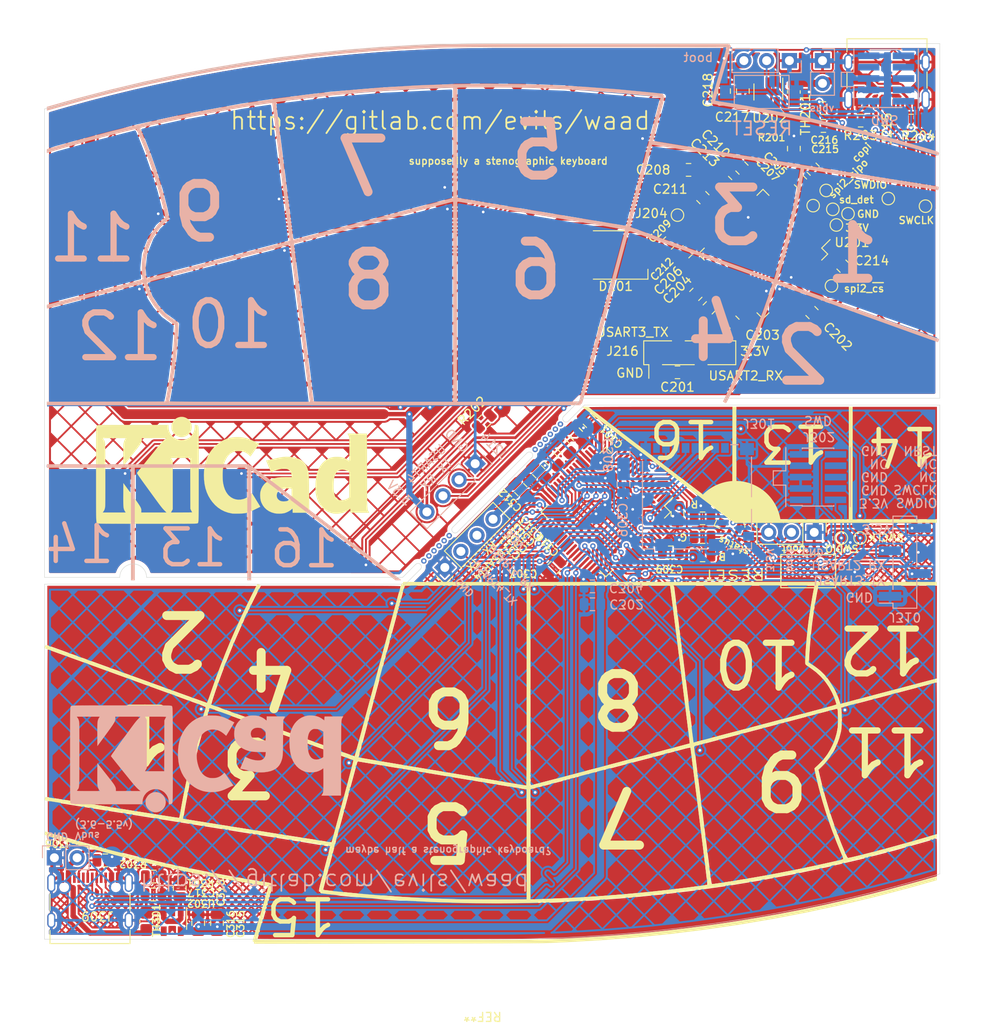
<source format=kicad_pcb>
(kicad_pcb (version 20221018) (generator pcbnew)
  (layers (0 "F.Cu" signal) (31 "B.Cu" signal) (34 "B.Paste" user) (35 "F.Paste" user) (36 "B.SilkS" user "B.Silkscreen") (37 "F.SilkS" user "F.Silkscreen") (38 "B.Mask" user) (39 "F.Mask" user) (44 "Edge.Cuts" user))
  (net 0 "")
  (net 1 "/left/P55")
  (net 2 "/left/P42")
  (net 3 "/left/P35")
  (net 4 "/left/P20")
  (net 5 "/left/P17")
  (net 6 "/left/P25")
  (net 7 "/left/APA_CI")
  (net 8 "/left/GND")
  (net 9 "/left/APA_DI")
  (net 10 "Net-(C217-Pad1)")
  (net 11 "Net-(C317-Pad1)")
  (net 12 "Net-(D201-Pad6)")
  (net 13 "Net-(D201-Pad5)")
  (net 14 "/left/SPI2_~{CS}")
  (net 15 "/left/SPI2_SCK")
  (net 16 "Net-(J208-Pad6)")
  (net 17 "Net-(J208-Pad7)")
  (net 18 "Net-(J208-Pad8)")
  (net 19 "/left/SD_DET")
  (net 20 "/left/SWDIO")
  (net 21 "/left/SWCLK")
  (net 22 "Net-(J215-PadB8)")
  (net 23 "Net-(J215-PadA5)")
  (net 24 "Net-(J215-PadA8)")
  (net 25 "Net-(U201-Pad61)")
  (net 26 "Net-(U201-Pad57)")
  (net 27 "Net-(U201-Pad54)")
  (net 28 "Net-(U201-Pad41)")
  (net 29 "Net-(U201-Pad40)")
  (net 30 "Net-(U201-Pad36)")
  (net 31 "Net-(U201-Pad9)")
  (net 32 "/left/NRST")
  (net 33 "/left/P26")
  (net 34 "/left/P58")
  (net 35 "/left/P56")
  (net 36 "/left/P21")
  (net 37 "/left/P59")
  (net 38 "/left/P15")
  (net 39 "/left/P16")
  (net 40 "/left/P23")
  (net 41 "/left/P22")
  (net 42 "Net-(U201-Pad8)")
  (net 43 "Net-(U201-Pad6)")
  (net 44 "/left/P30")
  (net 45 "/left/P14")
  (net 46 "/left/P27")
  (net 47 "/left/P28")
  (net 48 "/left/P43")
  (net 49 "/left/P34")
  (net 50 "/left/P33")
  (net 51 "/left/BOOT0")
  (net 52 "Net-(U201-Pad5)")
  (net 53 "/left/USART4_TX")
  (net 54 "/left/USART4_RX")
  (net 55 "/left/D-")
  (net 56 "Net-(U201-Pad4)")
  (net 57 "Net-(U202-Pad4)")
  (net 58 "/left/D+")
  (net 59 "/left/USART3_TX")
  (net 60 "/left/USART2_RX")
  (net 61 "/left/+3V3")
  (net 62 "/left/VBUS")
  (net 63 "Net-(J215-PadB5)")
  (net 64 "/right/GND")
  (net 65 "/right/+3V3")
  (net 66 "/left/SPI2_CIPO")
  (net 67 "Net-(U301-Pad9)")
  (net 68 "Net-(U301-Pad8)")
  (net 69 "Net-(D301-Pad3)")
  (net 70 "Net-(D301-Pad4)")
  (net 71 "Net-(D301-Pad1)")
  (net 72 "/right/SPI2_~{CS}")
  (net 73 "/right/SPI2_COPI")
  (net 74 "/right/SPI2_SCK")
  (net 75 "/right/SPI2_CIPO")
  (net 76 "/right/SD_DET")
  (net 77 "/right/NRST")
  (net 78 "Net-(J301-Pad1)")
  (net 79 "Net-(J301-Pad8)")
  (net 80 "/right/SWCLK")
  (net 81 "/right/SWDIO")
  (net 82 "Net-(J302-Pad6)")
  (net 83 "Net-(J302-Pad7)")
  (net 84 "Net-(J302-Pad8)")
  (net 85 "Net-(J309-PadA5)")
  (net 86 "/right/VBUS")
  (net 87 "/right/BOOT0")
  (net 88 "/right/USART4_RX")
  (net 89 "/right/USART4_TX")
  (net 90 "/right/D+")
  (net 91 "/right/D-")
  (net 92 "/right/USART3_TX")
  (net 93 "/right/USART2_RX")
  (net 94 "/right/P59")
  (net 95 "/right/P58")
  (net 96 "Net-(U301-Pad57)")
  (net 97 "/right/P56")
  (net 98 "/right/P55")
  (net 99 "Net-(U301-Pad2)")
  (net 100 "Net-(U301-Pad53)")
  (net 101 "/right/P43")
  (net 102 "/right/P42")
  (net 103 "Net-(U301-Pad41)")
  (net 104 "Net-(U301-Pad40)")
  (net 105 "Net-(U301-Pad39)")
  (net 106 "/right/P35")
  (net 107 "/right/P34")
  (net 108 "/right/P33")
  (net 109 "/right/P30")
  (net 110 "/right/P28")
  (net 111 "/right/P27")
  (net 112 "/right/P26")
  (net 113 "/right/P25")
  (net 114 "/right/P23")
  (net 115 "/right/P22")
  (net 116 "/right/P21")
  (net 117 "/right/P20")
  (net 118 "/right/P17")
  (net 119 "/right/P16")
  (net 120 "/right/P15")
  (net 121 "/right/P14")
  (net 122 "Net-(U301-Pad38)")
  (net 123 "Net-(U301-Pad37)")
  (net 124 "Net-(U301-Pad3)")
  (net 125 "Net-(U301-Pad4)")
  (net 126 "Net-(J309-PadA8)")
  (net 127 "Net-(U302-Pad4)")
  (net 128 "Net-(J309-PadB5)")
  (net 129 "Net-(J309-PadB8)")
  (net 130 "Net-(U301-Pad36)")
  (net 131 "/right/LED_R")
  (net 132 "/right/LED_G")
  (net 133 "/right/LED_B")
  (net 134 "/left/SPI2_COPI")
  (footprint "Connector_USB:USB_C_Receptacle_Palconn_UTC16-G" (layer "F.Cu") (at 194.1 54.3 180)
    (fp_text reference "J215")
    (fp_text value "USB_C_Receptacle_USB2.0")
  )
  (footprint "Fuse:Fuse_0805_2012Metric_Castellated" (layer "F.Cu") (at 183.7 55.4 90)
    (fp_text reference "TH201")
    (fp_text value "Thermistor_PTC")
  )
  (footprint "Package_TO_SOT_SMD:SOT-23-5" (layer "F.Cu") (at 180.85 55.4 -90)
    (fp_text reference "U202")
    (fp_text value "TLV75533PDBV")
  )
  (footprint "Capacitor_SMD:C_0805_2012Metric" (layer "F.Cu") (at 175.9 55.3 -90)
    (fp_text reference "C218")
    (fp_text value "100µF")
  )
  (footprint "Capacitor_SMD:C_0805_2012Metric" (layer "F.Cu") (at 187 59.2)
    (fp_text reference "C215")
    (fp_text value "100µF")
  )
  (footprint "Capacitor_SMD:C_0805_2012Metric" (layer "F.Cu") (at 178 55.3 -90)
    (fp_text reference "C217")
    (fp_text value "10µF")
  )
  (footprint "Capacitor_SMD:C_0805_2012Metric" (layer "F.Cu") (at 187 57.2)
    (fp_text reference "C216")
    (fp_text value "10µF")
  )
  (footprint "LED_SMD:LED_RGB_5050-6" (layer "F.Cu") (at 163.8 73.6 180)
    (fp_text reference "D201")
    (fp_text value "APA102")
  )
  (footprint "TestPoint:TestPoint_Pad_D1.0mm" (layer "F.Cu") (at 198.4 68.15)
    (fp_text reference "J210" hide)
    (fp_text value "Conn_01x01_Male")
  )
  (footprint "Capacitor_SMD:C_0805_2012Metric" (layer "F.Cu") (at 173.537087 67.2 135)
    (fp_text reference "C211")
    (fp_text value "C_Small")
  )
  (footprint "Resistor_SMD:R_0805_2012Metric" (layer "F.Cu") (at 173.501634 107.133163)
    (fp_text reference "R305" hide)
    (fp_text value "5")
  )
  (footprint "Connector_PinHeader_2.54mm:PinHeader_1x04_P2.54mm_Vertical_SMD_Pin1Left" (layer "F.Cu") (at 172.069712 84.518533 90)
    (fp_text reference "J216")
    (fp_text value "Conn_01x04_Male")
  )
  (footprint "Resistor_SMD:R_0805_2012Metric" (layer "F.Cu") (at 173.499038 105.089713)
    (fp_text reference "R304" hide)
    (fp_text value "5")
  )
  (footprint "Capacitor_SMD:C_0805_2012Metric" (layer "F.Cu") (at 189.19 74.85 -45)
    (fp_text reference "C214")
    (fp_text value "1µF")
  )
  (footprint "Connector_PinHeader_2.54mm:PinHeader_1x03_P2.54mm_Vertical" (layer "F.Cu") (at 185.972858 104.567571 -90)
    (fp_text reference "J307" hide)
    (fp_text value "Conn_01x03_Male")
  )
  (footprint "waad:R_pads" (layer "F.Cu") (at 152.68 127.07 180)
    (fp_text reference "J305" hide)
    (fp_text value "cap_pads" hide)
  )
  (footprint "Capacitor_SMD:C_0805_2012Metric" (layer "F.Cu") (at 155.2 97.8 135)
    (fp_text reference "C311")
    (fp_text value "C_Small")
  )
  (footprint "Resistor_SMD:R_0805_2012Metric" (layer "F.Cu") (at 149.125 92.15 45)
    (fp_text reference "R202")
    (fp_text value "1k")
  )
  (footprint "TestPoint:TestPoint_Pad_D1.0mm" (layer "F.Cu") (at 187.9 77.05)
    (fp_text reference "J201" hide)
    (fp_text value "Conn_01x01_Male")
  )
  (footprint "Resistor_SMD:R_0805_2012Metric" (layer "F.Cu") (at 183.7 61.725 90)
    (fp_text reference "R201")
    (fp_text value "1k")
  )
  (footprint "TestPoint:TestPoint_Pad_D1.0mm" (layer "F.Cu") (at 170.7 69.15)
    (fp_text reference "J204")
    (fp_text value "Conn_01x01_Male")
  )
  (footprint "Capacitor_SMD:C_0805_2012Metric" (layer "F.Cu") (at 176.079002 65.509152 135)
    (fp_text reference "C213")
    (fp_text value "1µF")
  )
  (footprint "Capacitor_SMD:C_0805_2012Metric" (layer "F.Cu") (at 158 95 135)
    (fp_text reference "C303")
    (fp_text value "C_Small")
  )
  (footprint "Capacitor_SMD:C_0805_2012Metric" (layer "F.Cu") (at 169.948957 106.809359)
    (fp_text reference "C309")
    (fp_text value "C_Small")
  )
  (footprint "TestPoint:TestPoint_Pad_D1.0mm" (layer "F.Cu") (at 185.856499 68.090052 90)
    (fp_text reference "J206" hide)
    (fp_text value "Conn_01x01_Male")
  )
  (footprint "Capacitor_SMD:C_0805_2012Metric" (layer "F.Cu") (at 185.8513 64.022873 -45)
    (fp_text reference "C205")
    (fp_text value "1µF")
  )
  (footprint "Resistor_SMD:R_0805_2012Metric" (layer "F.Cu") (at 191.1625 58.6 180)
    (fp_text reference "R203")
    (fp_text value "5k1")
  )
  (footprint "Capacitor_SMD:C_0805_2012Metric" (layer "F.Cu") (at 119.2625 148.2 90)
    (fp_text reference "C315")
    (fp_text value "100µF")
  )
  (footprint "Capacitor_SMD:C_0805_2012Metric" (layer "F.Cu") (at 159.402913 93.602913 135)
    (fp_text reference "C310")
    (fp_text value "10µF")
  )
  (footprint "Capacitor_SMD:C_0805_2012Metric" (layer "F.Cu") (at 171.9375 64.1 180)
    (fp_text reference "C208")
    (fp_text value "C_Small")
  )
  (footprint "Capacitor_SMD:C_0805_2012Metric" (layer "F.Cu") (at 184.437087 65.437087 -45)
    (fp_text reference "C207")
    (fp_text value "10nF")
  )
  (footprint "TestPoint:TestPoint_Pad_D1.0mm" (layer "F.Cu") (at 194.25 67.3)
    (fp_text reference "J209" hide)
    (fp_text value "Conn_01x01_Male")
  )
  (footprint "Capacitor_SMD:C_0805_2012Metric" (layer "F.Cu") (at 115.1 144.3 90)
    (fp_text reference "C318")
    (fp_text value "100µF")
  )
  (footprint "waad:R_borders" (layer "F.Cu") (at 148.68 125.95 180)
    (fp_text reference "REF**")
    (fp_text value "R_borders")
  )
  (footprint "Connector_PinHeader_2.54mm:PinHeader_1x04_P2.54mm_Vertical" (layer "F.Cu") (at 144.711846 108.488154 135)
    (fp_text reference "J308" hide)
    (fp_text value "Conn_01x04_Male")
  )
  (footprint "Capacitor_SMD:C_0805_2012Metric" (layer "F.Cu") (at 185.722913 80.032913 -45)
    (fp_text reference "C202")
    (fp_text value "C_Small")
  )
  (footprint "TestPoint:TestPoint_Pad_D1.0mm" (layer "F.Cu") (at 187.312528 66.397028 90)
    (fp_text reference "J202" hide)
    (fp_text value "Conn_01x01_Male")
  )
  (footprint "Resistor_SMD:R_0805_2012Metric" (layer "F.Cu") (at 196.8 58.6)
    (fp_text reference "R204")
    (fp_text value "5k1")
  )
  (footprint "Package_QFP:LQFP-64_10x10mm_P0.5mm" (layer "F.Cu") (at 180.25 73.5 -135)
    (fp_text reference "U201")
    (fp_text value "STM32F072R8Tx")
  )
  (footprint "Capacitor_SMD:C_0805_2012Metric" (layer "F.Cu") (at 160.858524 92.175854 135)
    (fp_text reference "C301")
    (fp_text value "C_Small")
  )
  (footprint "Capacitor_SMD:C_0805_2012Metric" (layer "F.Cu") (at 176.9 81.1 135)
    (fp_text reference "C203")
    (fp_text value "1µF")
  )
  (footprint "Button_Switch_SMD:SW_SPST_CK_RS282G05A3" (layer "F.Cu") (at 185.304094 108.899435 180)
    (fp_text reference "SW301" hide)
    (fp_text value "SW_Push")
  )
  (footprint "Capacitor_SMD:C_0805_2012Metric" (layer "F.Cu") (at 174.25 79.5 -135)
    (fp_text reference "C204")
    (fp_text value "C_Small")
  )
  (footprint "Capacitor_SMD:C_0805_2012Metric" (layer "F.Cu") (at 117.1625 148.2 90)
    (fp_text reference "C316")
    (fp_text value "10µF")
  )
  (footprint "Symbol:KiCad-Logo_12mm_SilkScreen" (layer "F.Cu") (at 121 97.6)
    (fp_text reference "REF**" hide)
    (fp_text value "KiCad-Logo_12mm_SilkScreen" hide)
  )
  (footprint "Capacitor_SMD:C_0805_2012Metric" (layer "F.Cu") (at 156.9 108.5 -135)
    (fp_text reference "C307")
    (fp_text value "C_Small")
  )
  (footprint "Capacitor_SMD:C_0805_2012Metric" (layer "F.Cu") (at 177.9 63.9 135)
    (fp_text reference "C210")
    (fp_text value "C_Small")
  )
  (footprint "TestPoint:TestPoint_Pad_D1.0mm" (layer "F.Cu") (at 191.1 105.2)
    (fp_text reference "J304" hide)
    (fp_text value "Conn_01x01_Male")
  )
  (footprint "Package_QFP:LQFP-64_10x10mm_P0.5mm" (layer "F.Cu") (at 162.7 102.3 -135)
    (fp_text reference "U301" hide)
    (fp_text value "STM32F072R8Tx")
  )
  (footprint "Capacitor_SMD:C_0805_2012Metric" (layer "F.Cu") (at 170.7 86.7 180)
    (fp_text reference "C201")
    (fp_text value "10µF")
  )
  (footprint "TestPoint:TestPoint_Pad_D1.0mm" (layer "F.Cu") (at 188.45 70.25)
    (fp_text reference "J203" hide)
    (fp_text value "Conn_01x01_Male")
  )
  (footprint "Resistor_SMD:R_0805_2012Metric" (layer "F.Cu") (at 112.2 143)
    (fp_text reference "R301")
    (fp_text value "5k1")
  )
  (footprint "TestPoint:TestPoint_Pad_D1.0mm" (layer "F.Cu") (at 189 105.2)
    (fp_text reference "J303" hide)
    (fp_text value "Conn_01x01_Male")
  )
  (footprint "Package_TO_SOT_SMD:SOT-23-5" (layer "F.Cu") (at 114.2625 148 -90)
    (fp_text reference "U302")
    (fp_text value "TLV75533PDBV")
  )
  (footprint "LED_SMD:LED_Kingbright_APFA3010_3x1.5mm_Horizontal" (layer "F.Cu") (at 177.05 104.17 -25)
    (fp_text reference "D301" hide)
    (fp_text value "LED_RABG")
  )
  (footprint "Resistor_SMD:R_0805_2012Metric" (layer "F.Cu") (at 173.500224 103.004626)
    (fp_text reference "R303" hide)
    (fp_text value "50")
  )
  (footprint "Connector_USB:USB_C_Receptacle_Palconn_UTC16-G" (layer "F.Cu") (at 105.08 145.64)
    (fp_text reference "J309")
    (fp_text value "USB_C_Receptacle_USB2.0")
  )
  (footprint "Capacitor_SMD:C_0805_2012Metric" (layer "F.Cu") (at 159.402913 93.602913 135)
    (fp_text reference "C313")
    (fp_text value "1µF")
  )
  (footprint "Capacitor_SMD:C_0805_2012Metric" (layer "F.Cu") (at 156.6 96.4 135)
    (fp_text reference "C305")
    (fp_text value "C_Small")
  )
  (footprint "Capacitor_SMD:C_0805_2012Metric" (layer "F.Cu") (at 153.2 99.8 135)
    (fp_text reference "C312")
    (fp_text value "1µF")
  )
  (footprint "Capacitor_SMD:C_0805_2012Metric" (layer "F.Cu") (at 171.645923 73.241489 -135)
    (fp_text reference "C212")
    (fp_text value "1µF")
  )
  (footprint "TestPoint:TestPoint_Pad_D1.0mm" (layer "F.Cu") (at 189.75 69)
    (fp_text reference "J205" hide)
    (fp_text value "Conn_01x01_Male")
  )
  (footprint "Capacitor_SMD:C_0805_2012Metric" (layer "F.Cu") (at 112.1625 145)
    (fp_text reference "C317")
    (fp_text value "10µF")
  )
  (footprint "Resistor_SMD:R_0805_2012Metric" (layer "F.Cu") (at 106.7925 141.19)
    (fp_text reference "R302")
    (fp_text value "5k1")
  )
  (footprint "Capacitor_SMD:C_0805_2012Metric" (layer "F.Cu") (at 169.700529 72.264549 -135)
    (fp_text reference "C209")
    (fp_text value "10µF")
  )
  (footprint "Capacitor_SMD:C_0805_2012Metric" (layer "F.Cu") (at 170.7 102.5 -90)
    (fp_text reference "C314" hide)
    (fp_text value "1µF")
  )
  (footprint "Fuse:Fuse_0805_2012Metric_Castellated" (layer "F.Cu") (at 111.3625 148 -90)
    (fp_text reference "TH301")
    (fp_text value "Thermistor_PTC")
  )
  (footprint "TestPoint:TestPoint_Pad_D1.0mm" (layer "F.Cu") (at 188.05 68.5 90)
    (fp_text reference "J207" hide)
    (fp_text value "Conn_01x01_Male")
  )
  (footprint "Capacitor_SMD:C_0805_2012Metric" (layer "F.Cu") (at 172.75 78 -135)
    (fp_text reference "C206")
    (fp_text value "C_Small")
  )
  (footprint "Connector_PinHeader_2.54mm:PinHeader_1x02_P2.54mm_Vertical" (layer "B.Cu") (at 186.9 51.9 180)
    (fp_text reference "J212" hide)
    (fp_text value "Conn_01x02_Male")
  )
  (footprint "Connector_Card:microSD_HC_Molex_104031-0811" (layer "B.Cu") (at 172.9 100.6 180)
    (fp_text reference "J301")
    (fp_text value "Micro_SD_Card_Det")
  )
  (footprint "Connector_PinHeader_2.54mm:PinHeader_1x04_P2.54mm_Vertical" (layer "B.Cu") (at 148.1 96.9 135)
    (fp_text reference "J214")
    (fp_text value "Conn_01x04_Male")
  )
  (footprint "Connector_PinHeader_2.54mm:PinHeader_1x04_P2.54mm_Vertical_SMD_Pin1Left" (layer "B.Cu") (at 196.1 107.9)
    (fp_text reference "J310")
    (fp_text value "Conn_01x04_Male")
  )
  (footprint "Capacitor_SMD:C_0805_2012Metric" (layer "B.Cu") (at 164.672189 99.205151 -90)
    (fp_text reference "C306")
    (fp_text value "1µF")
  )
  (footprint "Capacitor_SMD:C_0805_2012Metric" (layer "B.Cu") (at 161.2 112.6 180)
    (fp_text reference "C302")
    (fp_text value "10µF")
  )
  (footprint "Connector_PinHeader_1.27mm:PinHeader_2x05_P1.27mm_Vertical_SMD" (layer "B.Cu") (at 186.4 98.4)
    (fp_text reference "J302")
    (fp_text value "Conn_ARM_JTAG_SWD_10")
  )
  (footprint "Connector_PinHeader_1.27mm:PinHeader_2x05_P1.27mm_Vertical_SMD" (layer "B.Cu") (at 194 53.9)
    (fp_text reference "J208" hide)
    (fp_text value "Conn_ARM_JTAG_SWD_10")
  )
  (footprint "Capacitor_SMD:C_0805_2012Metric" (layer "B.Cu") (at 164.66708 95.756683 90)
    (fp_text reference "C308")
    (fp_text value "10nF")
  )
  (footprint "Connector_PinHeader_2.54mm:PinHeader_1x03_P2.54mm_Vertical" (layer "B.Cu") (at 183.2 51.9 90)
    (fp_text reference "J213" hide)
    (fp_text value "Conn_01x03_Male")
  )
  (footprint "Capacitor_SMD:C_0805_2012Metric" (layer "B.Cu") (at 161.2 110.6 180)
    (fp_text reference "C304")
    (fp_text value "1µF")
  )
  (footprint "Connector_PinHeader_2.54mm:PinHeader_1x02_P2.54mm_Vertical" (layer "B.Cu") (at 101.1 140.9 -90)
    (fp_text reference "J306")
    (fp_text value "Conn_01x02_Male")
  )
  (footprint "waad:L_borders" (layer "B.Cu") (at 149.88 73.26 180)
    (fp_text reference "J211" hide)
    (fp_text value "cap_pads" hide)
  )
  (footprint "Button_Switch_SMD:SW_SPST_CK_RS282G05A3" (layer "B.Cu") (at 180.1 55.4 180)
    (fp_text reference "SW201" hide)
    (fp_text value "SW_Push")
  )
  (footprint "Symbol:KiCad-Logo_12mm_SilkScreen" (layer "B.Cu") (at 118.1 129.9)
    (fp_text reference "REF**" hide)
    (fp_text value "KiCad-Logo_12mm_SilkScreen" hide)
  )
  (gr_line (start 182.8 97.7) (end 181.4 97.7) (stroke (width 0.12)) (layer "B.SilkS"))
  (gr_line (start 182.8 97.7) (end 182.8 95.1) (stroke (width 0.12)) (layer "B.SilkS"))
  (gr_line (start 182.8 99.3) (end 182.8 101.7) (stroke (width 0.12)) (layer "B.SilkS"))
  (gr_line (start 190.4 54.8) (end 190.4 57.2) (stroke (width 0.12)) (layer "B.SilkS"))
  (gr_line (start 190.4 53.2) (end 190.4 50.6) (stroke (width 0.12)) (layer "B.SilkS"))
  (gr_line (start 189 53.2) (end 189 54.8) (stroke (width 0.12)) (layer "B.SilkS"))
  (gr_line (start 197.6 50.6) (end 197.6 57.2) (stroke (width 0.12)) (layer "B.SilkS"))
  (gr_line (start 189 54.8) (end 190.4 54.8) (stroke (width 0.12)) (layer "B.SilkS"))
  (gr_line (start 181.4 97.7) (end 181.4 99.3) (stroke (width 0.12)) (layer "B.SilkS"))
  (gr_line (start 181.4 99.3) (end 182.8 99.3) (stroke (width 0.12)) (layer "B.SilkS"))
  (gr_line (start 190.4 53.2) (end 189 53.2) (stroke (width 0.12)) (layer "B.SilkS"))
  (gr_line (start 190 95.1) (end 190 101.7) (stroke (width 0.12)) (layer "B.SilkS"))
  (gr_poly (pts (xy 178.31 99.05) (xy 179.34 99.41) (xy 180.15 99.92) (xy 180.91 100.59) (xy 181.44 101.34) (xy 181.87 102.25) (xy 182.16 103.44) (xy 177.05 103.45) (xy 173.38 100.66) (xy 174.45 99.72) (xy 175.71 99.13) (xy 177.06 98.91)) (stroke (width 0.1)) (fill solid) (layer "F.SilkS"))
  (gr_arc (start 173.38 100.61) (mid 178.704853 99.125426) (end 182.17351 103.429662) (stroke (width 0.12)) (layer "F.SilkS"))
  (gr_line (start 159.88 89.72) (end 157.984953 91.614953) (stroke (width 0.05)) (layer "Edge.Cuts"))
  (gr_arc (start 140.407924 110.24785) (mid 140.284497 110.329094) (end 140.139999 110.359999) (stroke (width 0.05)) (layer "Edge.Cuts"))
  (gr_arc (start 141.4602 108.139808) (mid 141.990096 108.1501) (end 141.98 108.679999) (stroke (width 0.05)) (layer "Edge.Cuts"))
  (gr_line (start 100 150) (end 100 110.36) (stroke (width 0.05)) (layer "Edge.Cuts"))
  (gr_arc (start 158.51 92.149999) (mid 157.982465 92.142535) (end 157.984953 91.614953) (stroke (width 0.05)) (layer "Edge.Cuts"))
  (gr_line (start 99.998604 57.295318) (end 100 109.6) (stroke (width 0.05)) (layer "Edge.Cuts"))
  (gr_line (start 200 50) (end 150 50) (stroke (width 0.05)) (layer "Edge.Cuts"))
  (gr_line (start 111.4 109.6) (end 140 109.6) (stroke (width 0.05)) (layer "Edge.Cuts"))
  (gr_arc (start 200.001396 142.704682) (mid 175.265398 148.166566) (end 150 150) (stroke (width 0.05)) (layer "Edge.Cuts"))
  (gr_arc (start 99.998604 57.295318) (mid 124.734602 51.833434) (end 150 50) (stroke (width 0.05)) (layer "Edge.Cuts"))
  (gr_line (start 140 109.6) (end 141.4602 108.139808) (stroke (width 0.05)) (layer "Edge.Cuts"))
  (gr_line (start 145.6 104) (end 153.9 95.7) (stroke (width 0.05)) (layer "Edge.Cuts"))
  (gr_line (start 108.4 109.6) (end 100 109.6) (stroke (width 0.05)) (layer "Edge.Cuts"))
  (gr_line (start 200 90.36) (end 160.3 90.36) (stroke (width 0.05)) (layer "Edge.Cuts"))
  (gr_arc (start 153.9 95.7) (mid 154.429896 95.710292) (end 154.4198 96.240191) (stroke (width 0.05)) (layer "Edge.Cuts"))
  (gr_line (start 200.001396 142.704682) (end 200 90.36) (stroke (width 0.05)) (layer "Edge.Cuts"))
  (gr_arc (start 159.882239 89.722162) (mid 160.013691 89.631805) (end 160.17 89.6) (stroke (width 0.05)) (layer "Edge.Cuts"))
  (gr_line (start 200 50) (end 200 89.6) (stroke (width 0.05)) (layer "Edge.Cuts"))
  (gr_line (start 100 150) (end 150 150) (stroke (width 0.05)) (layer "Edge.Cuts"))
  (gr_line (start 141.98 108.68) (end 140.41 110.25) (stroke (width 0.05)) (layer "Edge.Cuts"))
  (gr_line (start 140.41 110.25) (end 140.407924 110.24785) (stroke (width 0.01)) (layer "Edge.Cuts"))
  (gr_line (start 154.4198 96.240191) (end 146.125047 104.535046) (stroke (width 0.05)) (layer "Edge.Cuts"))
  (gr_arc (start 108.4 109.6) (mid 109.9 108.1) (end 111.4 109.6) (stroke (width 0.05)) (layer "Edge.Cuts"))
  (gr_line (start 159.882239 89.722162) (end 159.88 89.72) (stroke (width 0.01)) (layer "Edge.Cuts"))
  (gr_arc (start 146.125047 104.535046) (mid 145.597512 104.527582) (end 145.6 104) (stroke (width 0.05)) (layer "Edge.Cuts"))
  (gr_line (start 100 110.36) (end 140.14 110.36) (stroke (width 0.05)) (layer "Edge.Cuts"))
  (gr_line (start 160.3 90.36) (end 158.51 92.149999) (stroke (width 0.05)) (layer "Edge.Cuts"))
  (gr_line (start 200 89.6) (end 160.17 89.6) (stroke (width 0.05)) (layer "Edge.Cuts"))
  (gr_text "GND" (at 191 111.8 180) (layer "B.SilkS") (effects (font (size 1 1)) (justify mirror)))
  (gr_text "3.3V" (at 152.5 105.3 135) (layer "B.SilkS") (effects (font (size 0.8 0.8)) (justify mirror)))
  (gr_text "USART4_TX" (at 150.3 110.2 135) (layer "B.SilkS") (effects (font (size 0.8 0.8)) (justify mirror)))
  (gr_text "3.3V" (at 181 107.7 270) (layer "B.SilkS") (effects (font (size 0.8 0.8)) (justify mirror)))
  (gr_text "GND" (at 101.4 138.5 180) (layer "B.SilkS") (effects (font (size 0.8 0.8)) (justify mirror)))
  (gr_text "USART3_TX" (at 189.9 109.9 180) (layer "B.SilkS") (effects (font (size 1 1)) (justify mirror)))
  (gr_text "SWD" (at 193.84 58.61) (layer "B.SilkS") (effects (font (size 1 1)) (justify mirror)))
  (gr_text "10" (at 120.69 81.37) (layer "B.SilkS") (effects (font (size 5 5) (thickness 0.7)) (justify mirror)))
  (gr_text "3" (at 177.12 69.29) (layer "B.SilkS") (effects (font (size 6 6) (thickness 1)) (justify mirror)))
  (gr_text "GND" (at 146.9 110.7 135) (layer "B.SilkS") (effects (font (size 0.8 0.8)) (justify mirror)))
  (gr_text "6" (at 154.84 75.33) (layer "B.SilkS") (effects (font (size 6 6) (thickness 1)) (justify mirror)))
  (gr_text "boot" (at 173.03 51.54) (layer "B.SilkS") (effects (font (size 1 1)) (justify mirror)))
  (gr_text "2" (at 184.59 84.86) (layer "B.SilkS") (effects (font (size 6 6) (thickness 1)) (justify mirror)))
  (gr_text "NRST" (at 197.833333 95.45 180) (layer "B.SilkS") (effects (font (size 1 1)) (justify mirror)))
  (gr_text "GND" (at 147.17 95.49 315) (layer "B.SilkS") (effects (font (size 1 1)) (justify left mirror)))
  (gr_text "https://gitlab.com/evils/waad" (at 132.4 143.6 180) (layer "B.SilkS") (effects (font (size 1.85 1.85) (thickness 0.185)) (justify mirror)))
  (gr_text "SWDIO" (at 197.404762 101.25 180) (layer "B.SilkS") (effects (font (size 1 1)) (justify mirror)))
  (gr_text "3.3V" (at 192.9 104.2 180) (layer "B.SilkS") (effects (font (size 1 1)) (justify mirror)))
  (gr_text "SWD" (at 186.4 92.1 180) (layer "B.SilkS") (effects (font (size 1 1)) (justify mirror)))
  (gr_text "vbus" (at 186.849999 57.1705) (layer "B.SilkS") (effects (font (size 0.8 0.8)) (justify mirror)))
  (gr_text "14" (at 103.92 105.93) (layer "B.SilkS") (effects (font (size 4 4) (thickness 0.5)) (justify mirror)))
  (gr_text "7" (at 135.57 63.82) (layer "B.SilkS") (effects (font (size 6 6) (thickness 1)) (justify mirror)))
  (gr_text "13" (at 116.56 106.3) (layer "B.SilkS") (effects (font (size 4 4) (thickness 0.5)) (justify mirror)))
  (gr_text "9" (at 117.29 68.89) (layer "B.SilkS") (effects (font (size 6 6) (thickness 1)) (justify mirror)))
  (gr_text "4" (at 174.72 82.22) (layer "B.SilkS") (effects (font (size 6 6) (thickness 1)) (justify mirror)))
  (gr_text "1" (at 190.26 73.48) (layer "B.SilkS") (effects (font (size 6 6) (thickness 1)) (justify mirror)))
  (gr_text "GND" (at 192.695238 99.8375 180) (layer "B.SilkS") (effects (font (size 1 1)) (justify mirror)))
  (gr_text "NC" (at 198.690476 98.35 180) (layer "B.SilkS") (effects (font (size 1 1)) (justify mirror)))
  (gr_text "16" (at 129.02 106.41) (layer "B.SilkS") (effects (font (size 4 4) (thickness 0.5)) (justify mirror)))
  (gr_text "3.3V" (at 140.84 101.41 315) (layer "B.SilkS") (effects (font (size 1 1)) (justify left mirror)))
  (gr_text "USART4\nTX RX" (at 143.22 97.53 45) (layer "B.SilkS") (effects (font (size 1 1)) (justify mirror)))
  (gr_text "maybe half a stenographic keyboard?" (at 145.1 140.1 180) (layer "B.SilkS") (effects (font (size 0.8 0.8)) (justify mirror)))
  (gr_text "Vbus\n(3.6-5.5v)" (at 103.3 137.8 180) (layer "B.SilkS") (effects (font (size 0.8 0.8)) (justify left mirror)))
  (gr_text "11" (at 105.33 71.72) (layer "B.SilkS") (effects (font (size 5 5) (thickness 0.7)) (justify mirror)))
  (gr_text "NC" (at 193.195238 96.9125 180) (layer "B.SilkS") (effects (font (size 1 1)) (justify mirror)))
  (gr_text "5" (at 155.05 61.97) (layer "B.SilkS") (effects (font (size 6 6) (thickness 1)) (justify mirror)))
  (gr_text "12" (at 108.37 82.73) (layer "B.SilkS") (effects (font (size 5 5) (thickness 0.7)) (justify mirror)))
  (gr_text "RESET" (at 180.14 59.48) (layer "B.SilkS") (effects (font (size 1.5 1.5) (thickness 0.2)) (justify mirror)))
  (gr_text "GND" (at 192.695238 95.45 180) (layer "B.SilkS") (effects (font (size 1 1)) (justify mirror)))
  (gr_text "USART2_RX" (at 189.8 108.2 180) (layer "B.SilkS") (effects (font (size 1 1)) (justify mirror)))
  (gr_text "GND" (at 192.695238 98.375 180) (layer "B.SilkS") (effects (font (size 1 1)) (justify mirror)))
  (gr_text "GND" (at 185.8 106.8 180) (layer "B.SilkS") (effects (font (size 0.8 0.8)) (justify mirror)))
  (gr_text "3.3V" (at 192.6 101.3 180) (layer "B.SilkS") (effects (font (size 1 1)) (justify mirror)))
  (gr_text "boot" (at 183.3 107.7 270) (layer "B.SilkS") (effects (font (size 0.8 0.8)) (justify mirror)))
  (gr_text "USART4_RX" (at 152.1 108.5 135) (layer "B.SilkS") (effects (font (size 0.8 0.8)) (justify mirror)))
  (gr_text "SWCLK" (at 197.261905 99.8 180) (layer "B.SilkS") (effects (font (size 1 1)) (justify mirror)))
  (gr_text "NC" (at 198.690476 96.9 180) (layer "B.SilkS") (effects (font (size 1 1)) (justify mirror)))
  (gr_text "8" (at 136.2 76.45) (layer "B.SilkS") (effects (font (size 6 6) (thickness 1)) (justify mirror)))
  (gr_text "RESET" (at 177.1 109.3 180) (layer "F.SilkS") (effects (font (size 1.1 1.5))))
  (gr_text "GND" (at 165.39 86.78) (layer "F.SilkS") (effects (font (size 1 1))))
  (gr_text "9" (at 182.33 132.15 180) (layer "F.SilkS") (effects (font (size 6 6) (thickness 1))))
  (gr_text "3" (at 122.67 130.71 180) (layer "F.SilkS") (effects (font (size 6 6) (thickness 1))))
  (gr_text "2" (at 115.36 116.58 180) (layer "F.SilkS") (effects (font (size 6 6) (thickness 1))))
  (gr_text "SWDIO" (at 189.06 106.36 180) (layer "F.SilkS") (effects (font (size 0.8 0.8))))
  (gr_text "sd_det" (at 190.68 67.42) (layer "F.SilkS") (effects (font (size 0.8 0.8))))
  (gr_text "11" (at 194.01 128.96 180) (layer "F.SilkS") (effects (font (size 5 5) (thickness 0.7))))
  (gr_text "1" (at 111.21 127.02 180) (layer "F.SilkS") (effects (font (size 6 6) (thickness 1))))
  (gr_text "boot" (at 183.66 106.42 180) (layer "F.SilkS") (effects (font (size 0.8 0.8))))
  (gr_text "8" (at 164.06 123.06 180) (layer "F.SilkS") (effects (font (size 6 6) (thickness 1))))
  (gr_text "5" (at 145.01 137.92 180) (layer "F.SilkS") (effects (font (size 6 6) (thickness 1))))
  (gr_text "3.3V" (at 190.76 70.58) (layer "F.SilkS") (effects (font (size 0.8 0.8))))
  (gr_text "USART4" (at 149.7 108.2 225) (layer "F.SilkS") (effects (font (size 0.8 0.8))))
  (gr_text "GND" (at 191.99 69.03) (layer "F.SilkS") (effects (font (size 0.8 0.8))))
  (gr_text "R" (at 172.6 101.4 180) (layer "F.SilkS") (effects (font (size 0.8 0.8))))
  (gr_text "B" (at 175.71 107.26 180) (layer "F.SilkS") (effects (font (size 0.8 0.8))))
  (gr_text "SWCLK" (at 197.38 69.73) (layer "F.SilkS") (effects (font (size 0.8 0.8))))
  (gr_text "spi2_cipo" (at 189.78 65.07 45) (layer "F.SilkS") (effects (font (size 0.8 0.8))))
  (gr_text "4" (at 125.34 120.7 180) (layer "F.SilkS") (effects (font (size 6 6) (thickness 1))))
  (gr_text "7" (at 164.46 136.21 180) (layer "F.SilkS") (effects (font (size 6 6) (thickness 1))))
  (gr_text "https://gitlab.com/evils/waad" (at 144.2 58.6) (layer "F.SilkS") (effects (font (size 2 2) (thickness 0.2))))
  (gr_text "RX  TX" (at 148.8 107.2 225) (layer "F.SilkS") (effects (font (size 0.8 0.8))))
  (gr_text "3.3V" (at 179.33 84.35) (layer "F.SilkS") (effects (font (size 1 1))))
  (gr_text "10" (at 179.62 119.17 180) (layer "F.SilkS") (effects (font (size 5 5) (thickness 0.7))))
  (gr_text "supposedly a stenographic keyboard" (at 151.8 63.1) (layer "F.SilkS") (effects (font (size 0.8 0.8))))
  (gr_text "SWCLK" (at 194 105.1 180) (layer "F.SilkS") (effects (font (size 0.8 0.8))))
  (gr_text "status" (at 176.96 106.08 155) (layer "F.SilkS") (effects (font (size 0.8 0.8))))
  (gr_text "spi2_~{cs}" (at 191.54 77.35) (layer "F.SilkS") (effects (font (size 0.8 0.8))))
  (gr_text "15" (at 128.62 147.36 180) (layer "F.SilkS") (effects (font (size 4 4) (thickness 0.5))))
  (gr_text "SWDIO" (at 192.26 65.77) (layer "F.SilkS") (effects (font (size 0.8 0.8))))
  (gr_text "12" (at 193.52 117.59 180) (layer "F.SilkS") (effects (font (size 5 5) (thickness 0.7))))
  (gr_text "copi" (at 191.28 62.14 45) (layer "F.SilkS") (effects (font (size 0.8 0.8))))
  (gr_text "G" (at 171.38 105.1 180) (layer "F.SilkS") (effects (font (size 0.8 0.8))))
  (gr_text "USART2_RX" (at 178.33 87.09) (layer "F.SilkS") (effects (font (size 1 1))))
  (gr_text "16" (at 171.41 94.08 180) (layer "F.SilkS") (effects (font (size 4 4) (thickness 0.5))))
  (gr_text "14" (at 195.84 94.86 180) (layer "F.SilkS") (effects (font (size 4 4) (thickness 0.5))))
  (gr_text "USART3_TX" (at 165.68 82.22) (layer "F.SilkS") (effects (font (size 1 1))))
  (gr_text "6" (at 145.14 125.11 180) (layer "F.SilkS") (effects (font (size 6 6) (thickness 1))))
  (gr_text "13" (at 183.69 94.6 180) (layer "F.SilkS") (effects (font (size 4 4) (thickness 0.5))))
  (via (at 142.371572 107.762742) (size 0.6) (drill 0.3) (layers "F.Cu" "B.Cu") (net 0))
  (via (at 144.068629 106.065685) (size 0.6) (drill 0.3) (layers "F.Cu" "B.Cu") (net 0))
  (via (at 145.2 104.934314) (size 0.6) (drill 0.3) (layers "F.Cu" "B.Cu") (net 0))
  (via (at 155.365686 94.747056) (size 0.6) (drill 0.3) (layers "F.Cu" "B.Cu") (net 0))
  (via (at 143.502943 106.631371) (size 0.6) (drill 0.3) (layers "F.Cu" "B.Cu") (net 0))
  (via (at 155.931371 94.181371) (size 0.6) (drill 0.3) (layers "F.Cu" "B.Cu") (net 0))
  (via (at 144.634314 105.5) (size 0.6) (drill 0.3) (layers "F.Cu" "B.Cu") (net 0))
  (via (at 156.497057 93.615685) (size 0.6) (drill 0.3) (layers "F.Cu" "B.Cu") (net 0))
  (via (at 157.062742 93.05) (size 0.6) (drill 0.3) (layers "F.Cu" "B.Cu") (net 0))
  (via (at 142.937258 107.197056) (size 0.6) (drill 0.3) (layers "F.Cu" "B.Cu") (net 0))
  (via (at 157.628428 92.484314) (size 0.6) (drill 0.3) (layers "F.Cu" "B.Cu") (net 0))
  (via (at 154.8 95.312742) (size 0.6) (drill 0.3) (layers "F.Cu" "B.Cu") (net 0))
  (segment (start 185.05934 79.37) (end 183.732501 78.043161) (width 0.2) (layer "F.Cu") (net 1))
  (segment (start 175.973573 78.837087) (end 176.767499 78.043161) (width 0.2) (layer "F.Cu") (net 2))
  (segment (start 174.912913 78.837087) (end 175.973573 78.837087) (width 0.2) (layer "F.Cu") (net 2))
  (segment (start 173.412913 77.337087) (end 173.412913 76.447999) (width 0.2) (layer "F.Cu") (net 3))
  (segment (start 173.412913 76.447999) (end 174.292625 75.568287) (width 0.2) (layer "F.Cu") (net 3))
  (segment (start 177.828159 67.896179) (end 177.20198 67.27) (width 0.2) (layer "F.Cu") (net 4))
  (segment (start 176.353464 67.27) (end 173.183464 64.1) (width 0.2) (layer "F.Cu") (net 4))
  (segment (start 173.183464 64.1) (end 172.875 64.1) (width 0.2) (layer "F.Cu") (net 4))
  (segment (start 177.20198 67.27) (end 176.353464 67.27) (width 0.2) (layer "F.Cu") (net 4))
  (segment (start 178.562913 64.562913) (end 178.49 64.635826) (width 0.2) (layer "F.Cu") (net 5))
  (segment (start 178.49 64.635826) (end 178.49 66.4367) (width 0.2) (layer "F.Cu") (net 5))
  (segment (start 178.49 66.4367) (end 178.888819 66.835519) (width 0.2) (layer "F.Cu") (net 5))
  (segment (start 176.060392 69.663946) (end 174.259359 67.862913) (width 0.2) (layer "F.Cu") (net 6))
  (segment (start 171.8343 75.41) (end 173.707037 73.537263) (width 0.2) (layer "F.Cu") (net 7))
  (segment (start 174.607263 73.537263) (end 176.04 74.97) (width 0.2) (layer "F.Cu") (net 7))
  (segment (start 176.04 75.942234) (end 175.353286 76.628948) (width 0.2) (layer "F.Cu") (net 7))
  (segment (start 167.5 73.6) (end 169.31 75.41) (width 0.2) (layer "F.Cu") (net 7))
  (segment (start 166.2 73.6) (end 167.5 73.6) (width 0.2) (layer "F.Cu") (net 7))
  (segment (start 169.31 75.41) (end 171.8343 75.41) (width 0.2) (layer "F.Cu") (net 7))
  (segment (start 173.707037 73.537263) (end 174.607263 73.537263) (width 0.2) (layer "F.Cu") (net 7))
  (segment (start 176.04 74.97) (end 176.04 75.942234) (width 0.2) (layer "F.Cu") (net 7))
  (segment (start 168.5 86.7) (end 169.832878 86.7) (width 0.3) (layer "F.Cu") (net 8))
  (segment (start 190.729999 56.23) (end 190.9 56.400001) (width 0.3) (layer "F.Cu") (net 8))
  (segment (start 150.9 90.6) (end 154.790033 86.709967) (width 0.3) (layer "F.Cu") (net 8))
  (segment (start 183.047274 57.37501) (end 182.550011 56.877747) (width 0.3) (layer "F.Cu") (net 8))
  (segment (start 169.832878 86.7) (end 172.9 83.632878) (width 0.3) (layer "F.Cu") (net 8))
  (segment (start 125 65.6) (end 125 65.69) (width 0.3) (layer "F.Cu") (net 8))
  (segment (start 171 64.1) (end 171 64.3) (width 0.3) (layer "F.Cu") (net 8))
  (segment (start 196.8 60.512996) (end 196.8 68.6) (width 0.3) (layer "F.Cu") (net 8))
  (segment (start 187.181652 79.9) (end 187.868371 79.9) (width 0.3) (layer "F.Cu") (net 8))
  (segment (start 189.78 52.06) (end 187.06 52.06) (width 0.3) (layer "F.Cu") (net 8))
  (segment (start 185.14 66.269492) (end 185.14 66.14) (width 0.29) (layer "F.Cu") (net 8))
  (segment (start 190.17 56.23) (end 190.17 56.24) (width 0.2) (layer "F.Cu") (net 8))
  (segment (start 198.42 52.06) (end 189.78 52.06) (width 0.3) (layer "F.Cu") (net 8))
  (segment (start 180.9 55.2) (end 179.04499 55.2) (width 0.3) (layer "F.Cu") (net 8))
  (segment (start 125.69 69.2) (end 123.59 67.1) (width 0.3) (layer "F.Cu") (net 8))
  (segment (start 188 56.23) (end 189.78 56.23) (width 0.3) (layer "F.Cu") (net 8))
  (segment (start 185.77 55.77) (end 185.4 55.4) (width 0.3) (layer "F.Cu") (net 8))
  (segment (start 174.9975 56.2) (end 134.4 56.2) (width 0.3) (layer "F.Cu") (net 8))
  (segment (start 180.85 54.3) (end 180.85 55.15) (width 0.6) (layer "F.Cu") (net 8))
  (segment (start 171.944174 78.52) (end 173.587087 80.162913) (width 0.3) (layer "F.Cu") (net 8))
  (segment (start 179.774998 77.558512) (end 179.774998 78.571196) (width 0.3) (layer "F.Cu") (net 8))
  (segment (start 190.17 56.23) (end 190.729999 56.23) (width 0.3) (layer "F.Cu") (net 8))
  (segment (start 184.70001 57.027726) (end 184.352726 57.37501) (width 0.3) (layer "F.Cu") (net 8))
  (segment (start 170.148608 73.07) (end 170.98301 73.904402) (width 0.3) (layer "F.Cu") (net 8))
  (segment (start 190.9 56.400001) (end 190.9 56.81) (width 0.3) (layer "F.Cu") (net 8))
  (segment (start 184.70001 56.09999) (end 184.70001 57.027726) (width 0.3) (layer "F.Cu") (net 8))
  (segment (start 167.230033 86.709967) (end 168.39 85.55) (width 0.3) (layer "F.Cu") (net 8))
  (segment (start 125 65.6) (end 134.4 56.2) (width 0.3) (layer "F.Cu") (net 8))
  (segment (start 177.87 65.77) (end 177.87 66.52) (width 0.3) (layer "F.Cu") (net 8))
  (segment (start 171 64.3) (end 170.5 64.8) (width 0.3) (layer "F.Cu") (net 8))
  (segment (start 166.2 71.9) (end 168.010154 71.9) (width 0.3) (layer "F.Cu") (net 8))
  (segment (start 169.180154 73.07) (end 170.148608 73.07) (width 0.3) (layer "F.Cu") (net 8))
  (segment (start 160.100021 70.499979) (end 140.17 90.43) (width 0.3) (layer "F.Cu") (net 8))
  (segment (start 123.59 67.1) (end 123.5 67.1) (width 0.3) (layer "F.Cu") (net 8))
  (segment (start 189.9 56.56) (end 190.66 56.56) (width 0.4) (layer "F.Cu") (net 8))
  (segment (start 175.623761 64.846239) (end 177.23 63.24) (width 0.3) (layer "F.Cu") (net 8))
  (segment (start 163.33 75.41499) (end 162.54499 76.2) (width 0.3) (layer "F.Cu") (net 8))
  (segment (start 190.225 56.255) (end 190.22 56.25) (width 0.3) (layer "F.Cu") (net 8))
  (segment (start 197.5 57.1) (end 198.37 56.23) (width 0.3) (layer "F.Cu") (net 8))
  (segment (start 163.990055 85.809945) (end 153.980115 85.809945) (width 0.3) (layer "F.Cu") (net 8))
  (segment (start 197.7375 59.575496) (end 196.8 60.512996) (width 0.3) (layer "F.Cu") (net 8))
  (segment (start 169.037616 72.927462) (end 169.180154 73.07) (width 0.3) (layer "F.Cu") (net 8))
  (segment (start 176.99 80.5) (end 177.846194 80.5) (width 0.3) (layer "F.Cu") (net 8))
  (segment (start 128.880043 67.819957) (end 127.5 69.2) (width 0.3) (layer "F.Cu") (net 8))
  (segment (start 134.32 105.47006) (end 134.32 108.97) (width 0.3) (layer "F.Cu") (net 8))
  (segment (start 185.025826 66.025826) (end 185.14 66.14) (width 0.3) (layer "F.Cu") (net 8))
  (segment (start 162.54499 76.2) (end 157.3 76.2) (width 0.3) (layer "F.Cu") (net 8))
  (segment (start 187.868371 79.9) (end 199.375001 68.39337) (width 0.3) (layer "F.Cu") (net 8))
  (segment (start 140 90.6) (end 140.17 90.43) (width 0.2) (layer "F.Cu") (net 8))
  (segment (start 179.04499 55.2) (end 178.6 55.64499) (width 0.3) (layer "F.Cu") (net 8))
  (segment (start 177.237087 63.237087) (end 176.892373 62.892373) (width 0.3) (layer "F.Cu") (net 8))
  (segment (start 192.3 66.5) (end 192.3 62.6) (width 0.2) (layer "F.Cu") (net 8))
  (segment (start 176.29 64.19) (end 177.87 65.77) (width 0.3) (layer "F.Cu") (net 8))
  (segment (start 170.98301 73.904402) (end 172.703488 73.904402) (width 0.3) (layer "F.Cu") (net 8))
  (segment (start 183.030268 68.249732) (end 183.716969 67.563031) (width 0.29) (layer "F.Cu") (net 8))
  (segment (start 189.78 56.23) (end 190.17 56.23) (width 0.3) (layer "F.Cu") (net 8))
  (segment (start 198.225 58.6) (end 197.7375 58.6) (width 0.3) (layer "F.Cu") (net 8))
  (segment (start 182.550011 56.877747) (end 182.550011 55.900021) (width 0.3) (layer "F.Cu") (net 8))
  (segment (start 185.984174 80.695826) (end 186.385826 80.695826) (width 0.3) (layer "F.Cu") (net 8))
  (segment (start 159.609967 89.100033) (end 177.579967 89.100033) (width 0.3) (layer "F.Cu") (net 8))
  (segment (start 139.75 90.6) (end 140 90.6) (width 0.2) (layer "F.Cu") (net 8))
  (segment (start 134.32 108.97) (end 139.74 108.97) (width 0.3) (layer "F.Cu") (net 8))
  (segment (start 146 66.7) (end 126.2 66.7) (width 0.3) (layer "F.Cu") (net 8))
  (segment (start 173.939072 71.785266) (end 173.203861 71.050055) (width 0.3) (layer "F.Cu") (net 8))
  (segment (start 189.8 69) (end 192.3 66.5) (width 0.2) (layer "F.Cu") (net 8))
  (segment (start 178.58 67.24) (end 177.87 66.53) (width 0.29) (layer "F.Cu") (net 8))
  (segment (start 171.944174 78.52) (end 171.28 78.52) (width 0.3) (layer "F.Cu") (net 8))
  (segment (start 185.14 66.14) (end 187.9375 63.3425) (width 0.29) (layer "F.Cu") (net 8))
  (segment (start 187.9375 59.2) (end 187.9375 57.2375) (width 0.3) (layer "F.Cu") (net 8))
  (segment (start 190.225 58.6) (end 190.225 56.255) (width 0.3) (layer "F.Cu") (net 8))
  (segment (start 174.64 72.69) (end 174.64 72.486194) (width 0.3) (layer "F.Cu") (net 8))
  (segment (start 125 65.6) (end 112.5 65.6) (width 0.3) (layer "F.Cu") (net 8))
  (segment (start 175.4675 56.67) (end 174.9975 56.2) (width 0.3) (layer "F.Cu") (net 8))
  (segment (start 180.85 55.15) (end 180.9 55.2) (width 0.3) (layer "F.Cu") (net 8))
  (segment (start 112.5 65.6) (end 107.9 70.2) (width 0.3) (layer "F.Cu") (net 8))
  (segment (start 181.84999 55.2) (end 180.9 55.2) (width 0.3) (layer "F.Cu") (net 8))
  (segment (start 107.9 79.5) (end 118.83 90.43) (width 0.3) (layer "F.Cu") (net 8))
  (segment (start 148.362913 66.537087) (end 147.080043 67.819957) (width 0.3) (layer "F.Cu") (net 8))
  (segment (start 157.3 76.2) (end 143.47 90.03) (width 0.3) (layer "F.Cu") (net 8))
  (segment (start 184.352726 57.37501) (end 183.047274 57.37501) (width 0.3) (layer "F.Cu") (net 8))
  (segment (start 125 65.69) (end 123.59 67.1) (width 0.3) (layer "F.Cu") (net 8))
  (segment (start 189.5 75.9) (end 187.3 75.9) (width 0.3) (layer "F.Cu") (net 8))
  (segment (start 118.83 90.43) (end 140.17 90.43) (width 0.3) (layer "F.Cu") (net 8))
  (segment (start 172.874174 66.537087) (end 148.362913 66.537087) (width 0.3) (layer "F.Cu") (net 8))
  (segment (start 182.93351 74.4) (end 179.774998 77.558512) (width 0.3) (layer "F.Cu") (net 8))
  (segment (start 173.520636 73.087254) (end 173.762746 73.087254) (width 0.3) (layer "F.Cu") (net 8))
  (segment (start 197.5 58.3625) (end 197.5 57.1) (width 0.3) (layer "F.Cu") (net 8))
  (segment (start 171.763645 71.050055) (end 171.213569 70.499979) (width 0.3) (layer "F.Cu") (net 8))
  (segment (start 172.207627 62.892373) (end 171 64.1) (width 0.3) (layer "F.Cu") (net 8))
  (segment (start 143.47 90.03) (end 143.47 90.43) (width 0.3) (layer "F.Cu") (net 8))
  (segment (start 189.75 69) (end 189.8 69) (width 0.2) (layer "F.Cu") (net 8))
  (segment (start 171.213569 70.499979) (end 160.100021 70.499979) (width 0.3) (layer "F.Cu") (net 8))
  (segment (start 187.9375 57.2) (end 187.9375 56.2925) (width 0.3) (layer "F.Cu") (net 8))
  (segment (start 187.3 75.9) (end 187.246194 75.9) (width 0.29) (layer "F.Cu") (net 8))
  (segment (start 147.080043 67.819957) (end 128.880043 67.819957) (width 0.3) (layer "F.Cu") (net 8))
  (segment (start 176.237087 80.437087) (end 176.237087 80.862909) (width 0.3) (layer "F.Cu") (net 8))
  (segment (start 188.42 56.16) (end 189.71 56.16) (width 0.2) (layer "F.Cu") (net 8))
  (segment (start 172.9 83.632878) (end 172.9 83.499998) (width 0.3) (layer "F.Cu") (net 8))
  (segment (start 127.5 69.2) (end 125.69 69.2) (width 0.3) (layer "F.Cu") (net 8))
  (segment (start 187.9375 63.337626) (end 187.9375 59.2) (width 0.3) (layer "F.Cu") (net 8))
  (segment (start 176.892373 62.892373) (end 172.207627 62.892373) (width 0.3) (layer "F.Cu") (net 8))
  (segment (start 153.980115 85.809945) (end 134.32 105.47006) (width 0.3) (layer "F.Cu") (net 8))
  (segment (start 187.246194 75.9) (end 186.560928 75.214734) (width 0.29) (layer "F.Cu") (net 8))
  (segment (start 157.99 90.72) (end 159.609967 89.100033) (width 0.3) (layer "F.Cu") (net 8))
  (segment (start 190.225 60.525) (end 190.225 58.6) (width 0.2) (layer "F.Cu") (net 8))
  (segment (start 188.03 55.77) (end 185.77 55.77) (width 0.3) (layer "F.Cu") (net 8))
  (segment (start 172.703488 73.904402) (end 173.520636 73.087254) (width 0.3) (layer "F.Cu") (net 8))
  (segment (start 199.375001 59.750001) (end 198.225 58.6) (width 0.3) (layer "F.Cu") (net 8))
  (segment (start 143.3 90.6) (end 143.47 90.43) (width 0.2) (layer "F.Cu") (net 8))
  (segment (start 187.9375 63.3425) (end 187.9375 63.337626) (width 0.28) (layer "F.Cu") (net 8))
  (segment (start 192.3 62.6) (end 190.225 60.525) (width 0.2) (layer "F.Cu") (net 8))
  (segment (start 175.9 56.2375) (end 178 56.2375) (width 0.3) (layer "F.Cu") (net 8))
  (segment (start 182.550011 55.900021) (end 181.84999 55.2) (width 0.3) (layer "F.Cu") (net 8))
  (segment (start 188.42 56.16) (end 188.03 55.77) (width 0.3) (layer "F.Cu") (net 8))
  (segment (start 173.79 73.09) (end 174.24 73.09) (width 0.2) (layer "F.Cu") (net 8))
  (segment (start 185.4 55.4) (end 184.70001 56.09999) (width 0.3) (layer "F.Cu") (net 8))
  (segment (start 176.590002 80.899998) (end 176.99 80.5) (width 0.3) (layer "F.Cu") (net 8))
  (segment (start 185.746194 74.4) (end 182.93351 74.4) (width 0.3) (layer "F.Cu") (net 8))
  (segment (start 186.385826 80.695826) (end 187.181652 79.9) (width 0.3) (layer "F.Cu") (net 8))
  (segment (start 189.71 56.16) (end 189.78 56.23) (width 0.2) (layer "F.Cu") (net 8))
  (segment (start 170.5 64.8) (end 147.9 64.8) (width 0.3) (layer "F.Cu") (net 8))
  (segment (start 174.64 72.486194) (end 173.939072 71.785266) (width 0.3) (layer "F.Cu") (net 8))
  (segment (start 168.010154 71.9) (end 169.037616 72.927462) (width 0.3) (layer "F.Cu") (net 8))
  (segment (start 196.8 68.6) (end 189.5 75.9) (width 0.3) (layer "F.Cu") (net 8))
  (segment (start 177.579967 89.100033) (end 185.984174 80.695826) (width 0.3) (layer "F.Cu") (net 8))
  (segment (start 163.33 73.770001) (end 163.33 75.41499) (width 0.3) (layer "F.Cu") (net 8))
  (segment (start 147.9 64.8) (end 146 66.7) (width 0.3) (layer "F.Cu") (net 8))
  (segment (start 107.9 70.2) (end 107.9 79.5) (width 0.3) (layer "F.Cu") (net 8))
  (segment (start 143.05 90.6) (end 143.3 90.6) (width 0.2) (layer "F.Cu") (net 8))
  (segment (start 186.9 51.9) (end 183.2 51.9) (width 0.3) (layer "F.Cu") (net 8))
  (segment (start 197.7375 58.6) (end 197.7375 59.575496) (width 0.3) (layer "F.Cu") (net 8))
  (segment (start 171.28 78.52) (end 163.990055 85.809945) (width 0.3) (layer "F.Cu") (net 8))
  (segment (start 174.24 73.09) (end 174.64 72.69) (width 0.2) (layer "F.Cu") (net 8))
  (segment (start 139.74 108.97) (end 157.99 90.72) (width 0.3) (layer "F.Cu") (net 8))
  (segment (start 175.5 80.899998) (end 176.199998 80.899998) (width 0.3) (layer "F.Cu") (net 8))
  (segment (start 176.199998 80.899998) (end 176.590002 80.899998) (width 0.3) (layer "F.Cu") (net 8))
  (segment (start 190.66 56.56) (end 190.9 56.8) (width 0.4) (layer "F.Cu") (net 8))
  (segment (start 177.846194 80.5) (end 178.535266 79.810928) (width 0.3) (layer "F.Cu") (net 8))
  (segment (start 165.200001 71.9) (end 163.33 73.770001) (width 0.3) (layer "F.Cu") (net 8))
  (segment (start 178.59251 55.64499) (end 178 56.2375) (width 0.3) (layer "F.Cu") (net 8))
  (segment (start 183.716969 67.563031) (end 183.846461 67.563031) (width 0.29) (layer "F.Cu") (net 8))
  (segment (start 126.2 66.7) (end 125.1 65.6) (width 0.3) (layer "F.Cu") (net 8))
  (segment (start 154.790033 86.709967) (end 167.230033 86.709967) (width 0.3) (layer "F.Cu") (net 8))
  (segment (start 172.9 83.499998) (end 175.5 80.899998) (width 0.3) (layer "F.Cu") (net 8))
  (segment (start 179.774998 78.571196) (end 178.535266 79.810928) (width 0.3) (layer "F.Cu") (net 8))
  (segment (start 175.416089 64.846239) (end 175.623761 64.846239) (width 0.3) (layer "F.Cu") (net 8))
  (segment (start 183.846461 67.563031) (end 185.14 66.269492) (width 0.29) (layer "F.Cu") (net 8))
  (segment (start 186.560928 75.214734) (end 185.746194 74.4) (width 0.3) (layer "F.Cu") (net 8))
  (segment (start 197.3 56.81) (end 197.99 56.81) (width 0.3) (layer "F.Cu") (net 8))
  (segment (start 176.237087 80.862909) (end 176.199998 80.899998) (width 0.3) (layer "F.Cu") (net 8))
  (segment (start 173.203861 71.050055) (end 171.763645 71.050055) (width 0.3) (layer "F.Cu") (net 8))
  (segment (start 187.9375 56.2925) (end 188 56.23) (width 0.3) (layer "F.Cu") (net 8))
  (segment (start 199.375001 68.39337) (end 199.375001 59.750001) (width 0.3) (layer "F.Cu") (net 8))
  (via (at 148.1 90.6) (size 0.6) (drill 0.3) (layers "F.Cu" "B.Cu") (net 8))
  (via (at 185.4 55.4) (size 0.6) (drill 0.3) (layers "F.Cu" "B.Cu") (net 8))
  (via (at 175.9 51.65) (size 0.6) (drill 0.3) (layers "F.Cu" "B.Cu") (net 8))
  (via (at 157.99 90.72) (size 0.6) (drill 0.3) (layers "F.Cu" "B.Cu") (net 8))
  (via (at 150.909999 90.599999) (size 0.6) (drill 0.3) (layers "F.Cu" "B.Cu") (net 8))
  (via (at 143.05 90.6) (size 0.6) (drill 0.3) (layers "F.Cu" "B.Cu") (net 8))
  (via (at 139.75 90.6) (size 0.6) (drill 0.3) (layers "F.Cu" "B.Cu") (net 8))
  (segment (start 174.24 56.48) (end 175.97 50.44) (width 0.2) (layer "B.Cu") (net 8))
  (segment (start 111 75.06) (end 111.17 73.49) (width 0.2) (layer "B.Cu") (net 8))
  (segment (start 111.79 78.33) (end 111.12 76.54) (width 0.2) (layer "B.Cu") (net 8))
  (segment (start 182.95 71.88) (end 181.73 76.43) (width 0.2) (layer "B.Cu") (net 8))
  (segment (start 111.17 73.49) (end 111.89 71.66) (width 0.2) (layer "B.Cu") (net 8))
  (segment (start 109.9 97.2) (end 122.9 97.2) (width 0.2) (layer "B.Cu") (net 8))
  (segment (start 188.69 64.46) (end 191.37 64.91) (width 0.2) (layer "B.Cu") (net 8))
  (segment (start 183.2 51.9) (end 183.2 54.6) (width 0.3) (layer "B.Cu") (net 8))
  (segment (start 195.05 65.51) (end 197.33 65.85) (width 0.2) (layer "B.Cu") (net 8))
  (segment (start 148.87 54.76) (end 153.31 54.78) (width 0.2) (layer "B.Cu") (net 8))
  (segment (start 100.435 90.375) (end 143.415 90.375) (width 0.2) (layer "B.Cu") (net 8))
  (segment (start 185.4 55.4) (end 184 55.4) (width 0.3) (layer "B.Cu") (net 8))
  (segment (start 185.4 55.4) (end 185.77 55.77) (width 0.3) (layer "B.Cu") (net 8))
  (segment (start 178.86 57.33) (end 176.07 56.85) (width 0.2) (layer "B.Cu") (net 8))
  (segment (start 143.07 90.43) (end 143.47 90.43) (width 0.3) (layer "B.Cu") (net 8))
  (segment (start 143.125 90.375) (end 143.07 90.43) (width 0.2) (layer "B.Cu") (net 8))
  (segment (start 113.67 69.52) (end 113.43 68.4) (width 0.2) (layer "B.Cu") (net 8))
  (segment (start 100.38 62.06) (end 101.31 61.73) (width 0.2) (layer "B.Cu") (net 8))
  (segment (start 190.7 53.9) (end 191.22 53.9) (width 0.3) (layer "B.Cu") (net 8))
  (segment (start 192.05 53.9) (end 192.05 55.17) (width 0.3) (layer "B.Cu") (net 8))
  (segment (start 150.685 90.375) (end 158.7 90.375) (width 0.2) (layer "B.Cu") (net 8))
  (segment (start 189.71 56.16) (end 189.78 56.23) (width 0.2) (layer "B.Cu") (net 8))
  (segment (start 165.12 70.69) (end 145.8 67.45) (width 0.2) (layer "B.Cu") (net 8))
  (segment (start 148.1 90.46) (end 148.13 90.43) (width 0.2) (layer "B.Cu") (net 8))
  (segment (start 167.76 61.13) (end 178.47 62.82) (width 0.2) (layer "B.Cu") (net 8))
  (segment (start 112.91 66.36) (end 112.32 64.49) (width 0.2) (layer "B.Cu") (net 8))
  (segment (start 183.2 54.6) (end 184 55.4) (width 0.3) (layer "B.Cu") (net 8))
  (segment (start 153.31 54.78) (end 158.07 54.96) (width 0.2) (layer "B.Cu") (net 8))
  (segment (start 111.12 76.54) (end 111 75.06) (width 0.2) (layer "B.Cu") (net 8))
  (segment (start 181.47 57.82) (end 178.86 57.33) (width 0.2) (layer "B.Cu") (net 8))
  (segment (start 191.37 64.91) (end 193.02 65.18) (width 0.2) (layer "B.Cu") (net 8))
  (segment (start 189.78 52.98) (end 190.7 53.9) (width 0.3) (layer "B.Cu") (net 8))
  (segment (start 132.04 55.66) (end 125.59 56.45) (width 0.2) (layer "B.Cu") (net 8))
  (segment (start 150.909999 90.599999) (end 150.685 90.375) (width 0.2) (layer "B.Cu") (net 8))
  (segment (start 176.07 56.85) (end 174.24 56.48) (width 0.2) (layer "B.Cu") (net 8))
  (segment (start 180.91 78.89) (end 179.85 81.68) (width 0.2) (layer "B.Cu") (net 8))
  (segment (start 169.1 55.9) (end 160.16 89.25) (width 0.2) (layer "B.Cu") (net 8))
  (segment (start 138.5 109.1) (end 139.6 109.1) (width 0.3) (layer "B.Cu") (net 8))
  (segment (start 183.2 51.9) (end 189.62 51.9) (width 0.3) (layer "B.Cu") (net 8))
  (segment (start 150.685 90.375) (end 143.125 90.375) (width 0.2) (layer "B.Cu") (net 8))
  (segment (start 176.86 88.35) (end 176.38 89.27) (width 0.2) (layer "B.Cu") (net 8))
  (segment (start 158.07 54.96) (end 169.1 55.9) (width 0.2) (layer "B.Cu") (net 8))
  (segment (start 179.85 81.68) (end 178.46 84.94) (width 0.2) (layer "B.Cu") (net 8))
  (segment (start 184.66 63.81) (end 188.69 64.46) (width 0.2) (layer "B.Cu") (net 8))
  (segment (start 113.01 70.17) (end 113.67 69.52) (width 0.2) (layer "B.Cu") (net 8))
  (segment (start 183.84 68.53) (end 182.95 71.88) (width 0.2) (layer "B.Cu") (net 8))
  (segment (start 196.83 61.61) (end 194.45 60.97) (width 0.2) (layer "B.Cu") (net 8))
  (segment (start 189.78 56.23) (end 189.78 55.64) (width 0.3) (layer "B.Cu") (net 8))
  (segment (start 145.82 67.45) (end 100.38 79.32) (width 0.2) (layer "B.Cu") (net 8))
  (segment (start 113.43 68.4) (end 112.91 66.36) (width 0.2) (layer "B.Cu") (net 8))
  (segment (start 193.02 65.18) (end 195.05 65.51) (width 0.2) (layer "B.Cu") (net 8))
  (segment (start 184.69 63.82) (end 183.84 68.53) (width 0.2) (layer "B.Cu") (net 8))
  (segment (start 197.33 65.85) (end 199.6 66.21) (width 0.2) (layer "B.Cu") (net 8))
  (segment (start 139.6 109.1) (end 139.8 108.9) (width 0.3) (layer "B.Cu") (net 8))
  (segment (start 181.59 76.79) (end 180.91 78.89) (width 0.2) (layer "B.Cu") (net 8))
  (segment (start 137.97 55.18) (end 132.04 55.66) (width 0.2) (layer "B.Cu") (net 8))
  (segment (start 143.415 90.375) (end 143.47 90.43) (width 0.2) (layer "B.Cu") (net 8))
  (segment (start 189.78 52.46) (end 189.78 52.98) (width 0.3) (layer "B.Cu") (net 8))
  (segment (start 112.69 70.46) (end 113.01 70.17) (width 0.2) (layer "B.Cu") (net 8))
  (segment (start 143.3 90.6) (end 143.47 90.43) (width 0.2) (layer "B.Cu") (net 8))
  (segment (start 190.48 51.36) (end 189.78 52.06) (width 0.3) (layer "B.Cu") (net 8))
  (segment (start 188.34 59.35) (end 185.08 58.52) (width 0.2) (layer "B.Cu") (net 8))
  (segment (start 122.9 97.2) (end 122.9 109.2) (width 0.2) (layer "B.Cu") (net 8))
  (segment (start 118.44 57.65) (end 122.01 56.99) (width 0.2) (layer "B.Cu") (net 8))
  (segment (start 189.78 56.23) (end 189.78 56.17) (width 0.2) (layer "B.Cu") (net 8))
  (segment (start 101.31 61.73) (end 106.31 60.36) (width 0.2) (layer "B.Cu") (net 8))
  (segment (start 188.42 56.16) (end 189.71 56.16) (width 0.2) (layer "B.Cu") (net 8))
  (segment (start 112.32 64.49) (end 111.57 62.34) (width 0.2) (layer "B.Cu") (net 8))
  (segment (start 143.05 90.6) (end 143.3 90.6) (width 0.2) (layer "B.Cu") (net 8))
  (segment (start 165.13 70.69) (end 199.62 82.9) (width 0.2) (layer "B.Cu") (net 8))
  (segment (start 189.78 55.64) (end 190.295001 55.124999) (width 0.3) (layer "B.Cu") (net 8))
  (segment (start 194.45 60.97) (end 188.34 59.35) (width 0.2) (layer "B.Cu") (net 8))
  (segment (start 192.05 51.36) (end 190.48 51.36) (width 0.3) (layer "B.Cu") (net 8))
  (segment (start 113.29 80.29) (end 112.45 79.34) (width 0.2) (layer "B.Cu") (net 8))
  (segment (start 185.77 55.77) (end 188.03 55.77) (width 0.3) (layer "B.Cu") (net 8))
  (segment (start 106.31 60.36) (end 110.35 59.32) (width 0.2) (layer "B.Cu") (net 8))
  (segment (start 175.97 50.37) (end 175.97 50.33501) (width 0.3) (layer "B.Cu") (net 8))
  (segment (start 100.4 97.2) (end 109.9 97.2) (width 0.2) (layer "B.Cu") (net 8))
  (segment (start 110.35 59.32) (end 114.98 58.3) (width 0.2) (layer "B.Cu") (net 8))
  (segment (start 181.73 76.43) (end 181.59 76.79) (width 0.2) (layer "B.Cu") (net 8))
  (segment (start 122.9 97.2) (end 138.5 109.1) (width 0.2) (layer "B.Cu") (net 8))
  (segment (start 148.1 96.9) (end 148.1 90.760002) (width 0.3) (layer "B.Cu") (net 8))
  (segment (start 145.85 54.77) (end 148.87 54.76) (width 0.2) (layer "B.Cu") (net 8))
  (segment (start 181.42 63.32) (end 184.69 63.82) (width 0.2) (layer "B.Cu") (net 8))
  (segment (start 113.58 90.39) (end 113.8 89.44) (width 0.2) (layer "B.Cu") (net 8))
  (segment (start 113.8 89.44) (end 114.15 87.45) (width 0.2) (layer "B.Cu") (net 8))
  (segment (start 109.9 97.2) (end 109.9 107.7) (width 0.2) (layer "B.Cu") (net 8))
  (segment (start 114.98 58.3) (end 118.44 57.65) (width 0.2) (layer "B.Cu") (net 8))
  (segment (start 111.89 71.66) (end 112.69 70.46) (width 0.2) (layer "B.Cu") (net 8))
  (segment (start 145.86 90.32) (end 145.84 54.8) (width 0.2) (layer "B.Cu") (net 8))
  (segment (start 110.83 60.46) (end 110.35 59.34) (width 0.2) (layer "B.Cu") (net 8))
  (segment (start 112.45 79.34) (end 111.79 78.33) (width 0.2) (layer "B.Cu") (net 8))
  (segment (start 185.08 58.52) (end 181.47 57.82) (width 0.2) (layer "B.Cu") (net 8))
  (segment (start 178.46 84.94) (end 176.86 88.35) (width 0.2) (layer "B.Cu") (net 8))
  (segment (start 145.84 54.8) (end 137.97 55.18) (width 0.2) (layer "B.Cu") (net 8))
  (segment (start 176 50.4) (end 175.97 50.37) (width 0.3) (layer "B.Cu") (net 8))
  (segment (start 100.38 90.43) (end 100.435 90.375) (width 0.2) (layer "B.Cu") (net 8))
  (segment (start 114.52 84.59) (end 114.74 81.34) (width 0.2) (layer "B.Cu") (net 8))
  (segment (start 111.57 62.34) (end 110.83 60.46) (width 0.2) (layer "B.Cu") (net 8))
  (segment (start 188.03 55.77) (end 188.42 56.16) (width 0.3) (layer "B.Cu") (net 8))
  (segment (start 100.374669 97.174669) (end 100.4 97.2) (width 0.3) (layer "B.Cu") (net 8))
  (segment (start 148.1 90.6) (end 148.1 90.46) (width 0.2) (layer "B.Cu") (net 8))
  (segment (start 190.295001 55.124999) (end 190.885001 55.124999) (width 0.3) (layer "B.Cu") (net 8))
  (segment (start 178.47 62.82) (end 181.42 63.32) (width 0.2) (layer "B.Cu") (net 8))
  (segment (start 114.15 87.45) (end 114.52 84.59) (width 0.2) (layer "B.Cu") (net 8))
  (segment (start 140.17 90.43) (end 143.07 90.43) (width 0.3) (layer "B.Cu") (net 8))
  (segment (start 125.56 56.49) (end 129.86 90.41) (width 0.2) (layer "B.Cu") (net 8))
  (segment (start 199.58 62.4) (end 196.83 61.61) (width 0.2) (layer "B.Cu") (net 8))
  (segment (start 198.42 52.06) (end 198.42 56.23) (width 0.3) (layer "B.Cu") (net 8))
  (segment (start 114.74 81.34) (end 113.29 80.29) (width 0.2) (layer "B.Cu") (net 8))
  (segment (start 122.01 56.99) (end 125.66 56.45) (width 0.2) (layer "B.Cu") (net 8))
  (segment (start 175.63 75.645126) (end 174.999732 76.275394) (width 0.2) (layer "F.Cu") (net 9))
  (segment (start 175.63 75.28) (end 175.63 75.645126) (width 0.2) (layer "F.Cu") (net 9))
  (segment (start 171.960291 75.849999) (end 173.873016 73.937274) (width 0.2) (layer "F.Cu") (net 9))
  (segment (start 173.873016 73.937274) (end 174.287274 73.937274) (width 0.2) (layer "F.Cu") (net 9))
  (segment (start 174.287274 73.937274) (end 175.63 75.28) (width 0.2) (layer "F.Cu") (net 9))
  (segment (start 166.749999 75.849999) (end 171.960291 75.849999) (width 0.2) (layer "F.Cu") (net 9))
  (segment (start 166.2 75.3) (end 166.749999 75.849999) (width 0.2) (layer "F.Cu") (net 9))
  (segment (start 183.55 56.07) (end 181.93 54.45) (width 0.45) (layer "F.Cu") (net 10))
  (segment (start 183.55 56.192888) (end 183.55 56.07) (width 0.45) (layer "F.Cu") (net 10))
  (segment (start 181.45 53.25) (end 181.8 53.6) (width 0.6) (layer "F.Cu") (net 10))
  (segment (start 181.93 54.45) (end 181.807112 54.45) (width 0.45) (layer "F.Cu") (net 10))
  (segment (start 181.8 53.6) (end 181.8 54.3) (width 0.6) (layer "F.Cu") (net 10))
  (segment (start 179.9 53.63) (end 180.28 53.25) (width 0.6) (layer "F.Cu") (net 10))
  (segment (start 179.9 54.3) (end 175.9625 54.3) (width 0.3) (layer "F.Cu") (net 10))
  (segment (start 180.28 53.25) (end 181.45 53.25) (width 0.6) (layer "F.Cu") (net 10))
  (segment (start 179.9 54.3) (end 179.9 53.63) (width 0.6) (layer "F.Cu") (net 10))
  (segment (start 115.2125 147.29999) (end 115.2125 146.9) (width 0.3) (layer "F.Cu") (net 11))
  (segment (start 113.7 148) (end 114.912311 148) (width 0.6) (layer "F.Cu") (net 11))
  (segment (start 115.2125 146.9) (end 115.2125 145.35) (width 0.3) (layer "F.Cu") (net 11))
  (segment (start 113.3125 147.29999) (end 113.3125 147.6125) (width 0.6) (layer "F.Cu") (net 11))
  (segment (start 114.912311 148) (end 115.2125 147.699811) (width 0.6) (layer "F.Cu") (net 11))
  (segment (start 113.3125 147.6125) (end 113.7 148) (width 0.6) (layer "F.Cu") (net 11))
  (segment (start 111.3625 147.0375) (end 111.3625 145.1375) (width 0.3) (layer "F.Cu") (net 11))
  (segment (start 113.3125 146.9) (end 113.3125 147.29999) (width 0.3) (layer "F.Cu") (net 11))
  (segment (start 111.3625 145.1375) (end 111.225 145) (width 0.3) (layer "F.Cu") (net 11))
  (segment (start 115.2125 145.35) (end 115.1 145.2375) (width 0.2) (layer "F.Cu") (net 11))
  (segment (start 113.3125 146.9) (end 111.5 146.9) (width 0.64) (layer "F.Cu") (net 11))
  (segment (start 111.5 146.9) (end 111.3625 147.0375) (width 0.3) (layer "F.Cu") (net 11))
  (segment (start 115.2125 147.699811) (end 115.2125 147.29999) (width 0.6) (layer "F.Cu") (net 11))
  (segment (start 187.689088 77.05) (end 186.207375 75.568287) (width 0.2) (layer "F.Cu") (net 14))
  (segment (start 173.76802 70.2) (end 174.646179 71.078159) (width 0.2) (layer "F.Cu") (net 15))
  (segment (start 172.15 70.2) (end 173.76802 70.2) (width 0.2) (layer "F.Cu") (net 15))
  (segment (start 171.1 69.15) (end 172.15 70.2) (width 0.2) (layer "F.Cu") (net 15))
  (segment (start 187.2 70.439088) (end 186.207375 71.431713) (width 0.2) (layer "F.Cu") (net 19))
  (segment (start 187.2 69.35) (end 187.2 70.439088) (width 0.2) (layer "F.Cu") (net 19))
  (segment (start 188.05 68.5) (end 187.2 69.35) (width 0.2) (layer "F.Cu") (net 19))
  (segment (start 194.125 67.3) (end 194.049991 67.375009) (width 0.2) (layer "F.Cu") (net 20))
  (segment (start 194.25 67.3) (end 194.125 67.3) (width 0.2) (layer "F.Cu") (net 20))
  (segment (start 182.784826 73.912274) (end 179.324987 77.372113) (width 0.2) (layer "F.Cu") (net 20))
  (segment (start 179.324987 77.372113) (end 179.324987 78.314101) (width 0.2) (layer "F.Cu") (net 20))
  (segment (start 196.59999 59.60001) (end 195.511988 59.60001) (width 0.2) (layer "F.Cu") (net 20))
  (segment (start 179.324987 78.314101) (end 178.181713 79.457375) (width 0.2) (layer "F.Cu") (net 20))
  (segment (start 194.049991 67.513599) (end 187.651316 73.912274) (width 0.2) (layer "F.Cu") (net 20))
  (segment (start 194.049991 66.750009) (end 194.049991 67.375009) (width 0.2) (layer "F.Cu") (net 20))
  (segment (start 194.05 66.75) (end 194.049991 66.750009) (width 0.2) (layer "F.Cu") (net 20))
  (segment (start 196.8 59.4) (end 196.59999 59.60001) (width 0.2) (layer "F.Cu") (net 20))
  (segment (start 195.511988 59.60001) (end 194.049991 61.062007) (width 0.2) (layer "F.Cu") (net 20))
  (segment (start 194.049991 67.375009) (end 194.049991 67.513599) (width 0.2) (layer "F.Cu") (net 20))
  (segment (start 194.049991 61.062007) (end 194.049991 66.750009) (width 0.2) (layer "F.Cu") (net 20))
  (segment (start 187.651316 73.912274) (end 182.784826 73.912274) (width 0.2) (layer "F.Cu") (net 20))
  (via (at 196.8 59.4) (size 0.6) (drill 0.3) (layers "F.Cu" "B.Cu") (net 20))
  (segment (start 196.8 57.29) (end 196.8 59.4) (width 0.2) (layer "B.Cu") (net 20))
  (segment (start 195.95 56.44) (end 196.8 57.29) (width 0.2) (layer "B.Cu") (net 20))
  (segment (start 183.025394 78.750268) (end 182.45504 78.179914) (width 0.2) (layer "F.Cu") (net 21))
  (segment (start 184.775126 80.5) (end 185.23285 80.5) (width 0.2) (layer "F.Cu") (net 21))
  (segment (start 198.725 68.25) (end 198.725 60.5) (width 0.2) (layer "F.Cu") (net 21))
  (segment (start 198.625 68.15) (end 198.725 68.25) (width 0.2) (layer "F.Cu") (net 21))
  (segment (start 181.040827 79.594127) (end 181.040827 79.059173) (width 0.2) (layer "F.Cu") (net 21))
  (segment (start 187.032839 78.700011) (end 188.415689 78.700011) (width 0.2) (layer "F.Cu") (net 21))
  (segment (start 182.45504 78.179914) (end 181.920086 78.179914) (width 0.2) (layer "F.Cu") (net 21))
  (segment (start 198.4 68.15) (end 198.625 68.15) (width 0.2) (layer "F.Cu") (net 21))
  (segment (start 181.611181 80.164481) (end 181.040827 79.594127) (width 0.2) (layer "F.Cu") (net 21))
  (segment (start 198.725 68.3907) (end 198.725 68.25) (width 0.2) (layer "F.Cu") (net 21))
  (segment (start 185.23285 80.5) (end 187.032839 78.700011) (width 0.2) (layer "F.Cu") (net 21))
  (segment (start 188.415689 78.700011) (end 198.725 68.3907) (width 0.2) (layer "F.Cu") (net 21))
  (segment (start 183.025394 78.750268) (end 184.775126 80.5) (width 0.2) (layer "F.Cu") (net 21))
  (segment (start 181.040827 79.059173) (end 181.920086 78.179914) (width 0.2) (layer "F.Cu") (net 21))
  (via (at 198.725 60.5) (size 0.6) (drill 0.3) (layers "F.Cu" "B.Cu") (net 21))
  (segment (start 195.995001 55.124999) (end 197.290001 55.124999) (width 0.2) (layer "B.Cu") (net 21))
  (segment (start 197.615001 59.390001) (end 198.725 60.5) (width 0.2) (layer "B.Cu") (net 21))
  (segment (start 197.290001 55.124999) (end 197.615001 55.449999) (width 0.2) (layer "B.Cu") (net 21))
  (segment (start 197.615001 55.449999) (end 197.615001 59.390001) (width 0.2) (layer "B.Cu") (net 21))
  (segment (start 195.8625 58.3725) (end 195.8625 58.6) (width 0.2) (layer "F.Cu") (net 23))
  (segment (start 195.35 57.86) (end 195.8625 58.3725) (width 0.2) (layer "F.Cu") (net 23))
  (segment (start 195.35 56.81) (end 195.35 57.86) (width 0.2) (layer "F.Cu") (net 23))
  (segment (start 185.8 69.4) (end 185.41066 69.4) (width 0.2) (layer "F.Cu") (net 32))
  (segment (start 189.2 59) (end 189.2 66) (width 0.2) (layer "F.Cu") (net 32))
  (segment (start 189.2 66) (end 185.8 69.4) (width 0.2) (layer "F.Cu") (net 32))
  (segment (start 185.1 50.7) (end 176.6 50.7) (width 0.2) (layer "F.Cu") (net 32))
  (segment (start 185.41066 69.4) (end 184.793161 70.017499) (width 0.2) (layer "F.Cu") (net 32))
  (via (at 176.6 50.7) (size 0.6) (drill 0.3) (layers "F.Cu" "B.Cu") (net 32))
  (via (at 189.114215 58.840688) (size 0.6) (drill 0.3) (layers "F.Cu" "B.Cu") (net 32))
  (via (at 185.1 50.7) (size 0.6) (drill 0.3) (layers "F.Cu" "B.Cu") (net 32))
  (segment (start 188.64 58.44) (end 189.2 59) (width 0.2) (layer "B.Cu") (net 32))
  (segment (start 180.712887 55.4) (end 182.672887 57.36) (width 0.2) (layer "B.Cu") (net 32))
  (segment (start 195.254999 50.664999) (end 185.135001 50.664999) (width 0.2) (layer "B.Cu") (net 32))
  (segment (start 185.135001 50.664999) (end 185.1 50.7) (width 0.2) (layer "B.Cu") (net 32))
  (segment (start 182.672887 57.36) (end 185.98 57.36) (width 0.2) (layer "B.Cu") (net 32))
  (segment (start 185.98 57.36) (end 187.06 58.44) (width 0.2) (layer "B.Cu") (net 32))
  (segment (start 187.06 58.44) (end 188.64 58.44) (width 0.2) (layer "B.Cu") (net 32))
  (segment (start 176.6 55) (end 176.6 50.7) (width 0.2) (layer "B.Cu") (net 32))
  (segment (start 195.95 51.36) (end 195.254999 50.664999) (width 0.2) (layer "B.Cu") (net 32))
  (segment (start 176.2 55.4) (end 180.712887 55.4) (width 0.2) (layer "B.Cu") (net 32))
  (segment (start 150.399989 67.400011) (end 149 68.8) (width 0.2) (layer "F.Cu") (net 33))
  (segment (start 174.593878 68.904538) (end 173.254538 68.904538) (width 0.2) (layer "F.Cu") (net 33))
  (segment (start 171.750011 67.400011) (end 150.399989 67.400011) (width 0.2) (layer "F.Cu") (net 33))
  (segment (start 175.706839 70.017499) (end 174.593878 68.904538) (width 0.2) (layer "F.Cu") (net 33))
  (segment (start 173.254538 68.904538) (end 171.750011 67.400011) (width 0.2) (layer "F.Cu") (net 33))
  (via (at 149 68.8) (size 0.6) (drill 0.3) (layers "F.Cu" "B.Cu") (net 33))
  (segment (start 149 68.8) (end 149 70.7) (width 0.2) (layer "B.Cu") (net 33))
  (segment (start 149 70.7) (end 153.3 75) (width 0.2) (layer "B.Cu") (net 33))
  (segment (start 184.793161 76.982501) (end 183.91066 76.1) (width 0.2) (layer "F.Cu") (net 34))
  (segment (start 183.91066 76.1) (end 183.4 76.1) (width 0.2) (layer "F.Cu") (net 34))
  (via (at 183.4 76.1) (size 0.6) (drill 0.3) (layers "F.Cu" "B.Cu") (net 34))
  (segment (start 192.75 71.75) (end 187.75 71.75) (width 0.2) (layer "B.Cu") (net 34))
  (segment (start 187.75 71.75) (end 183.4 76.1) (width 0.2) (layer "B.Cu") (net 34))
  (segment (start 183.296446 76.9) (end 182.6 76.9) (width 0.2) (layer "F.Cu") (net 35))
  (segment (start 184.086054 77.689608) (end 183.296446 76.9) (width 0.2) (layer "F.Cu") (net 35))
  (segment (start 182.6 76.9) (end 182.1 77.4) (width 0.2) (layer "F.Cu") (net 35))
  (via (at 182.1 77.4) (size 0.6) (drill 0.3) (layers "F.Cu" "B.Cu") (net 35))
  (segment (start 187.25 84.75) (end 187.25 82.55) (width 0.2) (layer "B.Cu") (net 35))
  (segment (start 187.25 82.55) (end 182.1 77.4) (width 0.2) (layer "B.Cu") (net 35))
  (segment (start 177.474606 68.274606) (end 178.6 69.4) (width 0.2) (layer "F.Cu") (net 36))
  (via (at 178.6 69.4) (size 0.6) (drill 0.3) (layers "F.Cu" "B.Cu") (net 36))
  (segment (start 176.95 67.75) (end 178.6 69.4) (width 0.2) (layer "B.Cu") (net 36))
  (segment (start 175.75 67.75) (end 176.95 67.75) (width 0.2) (layer "B.Cu") (net 36))
  (segment (start 183.917766 75.4) (end 182.852764 75.4) (width 0.2) (layer "F.Cu") (net 37))
  (segment (start 185.146714 76.628948) (end 183.917766 75.4) (width 0.2) (layer "F.Cu") (net 37))
  (segment (start 182.852764 75.4) (end 180.626382 77.626382) (width 0.2) (layer "F.Cu") (net 37))
  (via (at 180.626382 77.626382) (size 0.6) (drill 0.3) (layers "F.Cu" "B.Cu") (net 37))
  (segment (start 170.75 82.25) (end 175.373618 77.626382) (width 0.2) (layer "B.Cu") (net 37))
  (segment (start 175.373618 77.626382) (end 180.626382 77.626382) (width 0.2) (layer "B.Cu") (net 37))
  (segment (start 182.6 66.553806) (end 182.6 66.21) (width 0.2) (layer "F.Cu") (net 38))
  (segment (start 182.6 66.21) (end 181.72 65.33) (width 0.2) (layer "F.Cu") (net 38))
  (segment (start 178.93 60.6) (end 166.8 60.6) (width 0.2) (layer "F.Cu") (net 38))
  (segment (start 181.964734 67.189072) (end 182.6 66.553806) (width 0.2) (layer "F.Cu") (net 38))
  (segment (start 181.72 63.39) (end 178.93 60.6) (width 0.2) (layer "F.Cu") (net 38))
  (segment (start 181.72 65.33) (end 181.72 63.39) (width 0.2) (layer "F.Cu") (net 38))
  (via (at 166.8 60.6) (size 0.6) (drill 0.3) (layers "F.Cu" "B.Cu") (net 38))
  (segment (start 157.25 61.75) (end 165.65 61.75) (width 0.2) (layer "B.Cu") (net 38))
  (segment (start 165.65 61.75) (end 166.8 60.6) (width 0.2) (layer "B.Cu") (net 38))
  (segment (start 178.54 61.78) (end 148.970207 61.78) (width 0.2) (layer "F.Cu") (net 39))
  (segment (start 180.88 66.104338) (end 180.88 64.12) (width 0.2) (layer "F.Cu") (net 39))
  (segment (start 148.970207 61.78) (end 144.700217 66.04999) (width 0.2) (layer "F.Cu") (net 39))
  (segment (start 180.88 64.12) (end 178.54 61.78) (width 0.2) (layer "F.Cu") (net 39))
  (segment (start 181.611181 66.835519) (end 180.88 66.104338) (width 0.2) (layer "F.Cu") (net 39))
  (via (at 144.700217 66.04999) (size 0.6) (drill 0.3) (layers "F.Cu" "B.Cu") (net 39))
  (segment (start 135.75 61.75) (end 140.04999 66.04999) (width 0.2) (layer "B.Cu") (net 39))
  (segment (start 140.04999 66.04999) (end 144.700217 66.04999) (width 0.2) (layer "B.Cu") (net 39))
  (segment (start 174.606948 66.796288) (end 173.953712 66.796288) (width 0.2) (layer "F.Cu") (net 40))
  (segment (start 147.930041 68.469959) (end 145 68.469959) (width 0.2) (layer "F.Cu") (net 40))
  (segment (start 149.4 67) (end 147.930041 68.469959) (width 0.2) (layer "F.Cu") (net 40))
  (segment (start 171.922859 67) (end 149.4 67) (width 0.2) (layer "F.Cu") (net 40))
  (segment (start 173.05 67.7) (end 172.622859 67.7) (width 0.2) (layer "F.Cu") (net 40))
  (segment (start 173.953712 66.796288) (end 173.05 67.7) (width 0.2) (layer "F.Cu") (net 40))
  (segment (start 172.622859 67.7) (end 171.922859 67) (width 0.2) (layer "F.Cu") (net 40))
  (segment (start 176.767499 68.956839) (end 174.606948 66.796288) (width 0.2) (layer "F.Cu") (net 40))
  (via (at 145 68.469959) (size 0.6) (drill 0.3) (layers "F.Cu" "B.Cu") (net 40))
  (segment (start 137.75 80.25) (end 145 73) (width 0.2) (layer "B.Cu") (net 40))
  (segment (start 145 73) (end 145 68.469959) (width 0.2) (layer "B.Cu") (net 40))
  (segment (start 173.767777 65.250011) (end 148.1864 65.250011) (width 0.2) (layer "F.Cu") (net 41))
  (segment (start 177.121052 68.603286) (end 173.767777 65.250011) (width 0.2) (layer "F.Cu") (net 41))
  (segment (start 148.1864 65.250011) (end 146.086401 67.35001) (width 0.2) (layer "F.Cu") (net 41))
  (segment (start 146.086401 67.35001) (end 126.193045 67.35001) (width 0.2) (layer "F.Cu") (net 41))
  (via (at 126.193045 67.35001) (size 0.6) (drill 0.3) (layers "F.Cu" "B.Cu") (net 41))
  (segment (start 119.75 65.75) (end 124.593035 65.75) (width 0.2) (layer "B.Cu") (net 41))
  (segment (start 124.593035 65.75) (end 126.193045 67.35001) (width 0.2) (layer "B.Cu") (net 41))
  (segment (start 154.25 73.1) (end 126.8 73.1) (width 0.2) (layer "F.Cu") (net 44))
  (segment (start 171.399968 70.049968) (end 157.300032 70.049968) (width 0.2) (layer "F.Cu") (net 44))
  (segment (start 157.300032 70.049968) (end 154.25 73.1) (width 0.2) (layer "F.Cu") (net 44))
  (segment (start 171.950044 70.600044) (end 171.399968 70.049968) (width 0.2) (layer "F.Cu") (net 44))
  (segment (start 173.460956 70.600044) (end 171.950044 70.600044) (width 0.2) (layer "F.Cu") (net 44))
  (segment (start 174.292625 71.431713) (end 173.460956 70.600044) (width 0.2) (layer "F.Cu") (net 44))
  (via (at 126.8 73.1) (size 0.6) (drill 0.3) (layers "F.Cu" "B.Cu") (net 44))
  (segment (start 121.75 82.25) (end 121.75 78.15) (width 0.2) (layer "B.Cu") (net 44))
  (segment (start 121.75 78.15) (end 126.8 73.1) (width 0.2) (layer "B.Cu") (net 44))
  (segment (start 183.7 60.32) (end 183.71 60.31) (width 0.2) (layer "F.Cu") (net 45))
  (segment (start 183.725 63.355) (end 183.725 62.6) (width 0.2) (layer "F.Cu") (net 45))
  (segment (start 183.7 62.6625) (end 183.7 60.32) (width 0.2) (layer "F.Cu") (net 45))
  (segment (start 182.68 64.4) (end 183.725 63.355) (width 0.2) (layer "F.Cu") (net 45))
  (segment (start 183.01 65.46) (end 182.68 65.13) (width 0.2) (layer "F.Cu") (net 45))
  (segment (start 183.01 66.850912) (end 183.01 65.46) (width 0.2) (layer "F.Cu") (net 45))
  (segment (start 182.318287 67.542625) (end 183.01 66.850912) (width 0.2) (layer "F.Cu") (net 45))
  (segment (start 182.68 65.13) (end 182.68 64.4) (width 0.2) (layer "F.Cu") (net 45))
  (via (at 183.71 60.31) (size 0.6) (drill 0.3) (layers "F.Cu" "B.Cu") (net 45))
  (segment (start 183.1 59.7) (end 183.71 60.31) (width 0.2) (layer "B.Cu") (net 45))
  (segment (start 180.5 59.7) (end 183.1 59.7) (width 0.2) (layer "B.Cu") (net 45))
  (segment (start 171.550022 67.800022) (end 151.099978 67.800022) (width 0.2) (layer "F.Cu") (net 46))
  (segment (start 151.099978 67.800022) (end 149.15 69.75) (width 0.2) (layer "F.Cu") (net 46))
  (segment (start 175.353286 70.371052) (end 174.286783 69.304549) (width 0.2) (layer "F.Cu") (net 46))
  (segment (start 113.45 69.75) (end 112.7 69) (width 0.2) (layer "F.Cu") (net 46))
  (segment (start 174.286783 69.304549) (end 173.054549 69.304549) (width 0.2) (layer "F.Cu") (net 46))
  (segment (start 149.15 69.75) (end 113.45 69.75) (width 0.2) (layer "F.Cu") (net 46))
  (segment (start 173.054549 69.304549) (end 171.550022 67.800022) (width 0.2) (layer "F.Cu") (net 46))
  (via (at 112.7 69) (size 0.6) (drill 0.3) (layers "F.Cu" "B.Cu") (net 46))
  (segment (start 105.25 68.25) (end 111.95 68.25) (width 0.2) (layer "B.Cu") (net 46))
  (segment (start 111.95 68.25) (end 112.7 69) (width 0.2) (layer "B.Cu") (net 46))
  (segment (start 149.47 70.6) (end 117.4 70.6) (width 0.2) (layer "F.Cu") (net 47))
  (segment (start 117.4 70.6) (end 110.6 77.4) (width 0.2) (layer "F.Cu") (net 47))
  (segment (start 172.75456 69.70456) (end 171.3 68.25) (width 0.2) (layer "F.Cu") (net 47))
  (segment (start 151.82 68.25) (end 149.47 70.6) (width 0.2) (layer "F.Cu") (net 47))
  (segment (start 171.3 68.25) (end 151.82 68.25) (width 0.2) (layer "F.Cu") (net 47))
  (segment (start 173.979686 69.70456) (end 172.75456 69.70456) (width 0.2) (layer "F.Cu") (net 47))
  (segment (start 174.999732 70.724606) (end 173.979686 69.70456) (width 0.2) (layer "F.Cu") (net 47))
  (via (at 110.6 77.4) (size 0.6) (drill 0.3) (layers "F.Cu" "B.Cu") (net 47))
  (segment (start 106.75 84.25) (end 106.75 81.25) (width 0.2) (layer "B.Cu") (net 47))
  (segment (start 106.75 81.25) (end 110.6 77.4) (width 0.2) (layer "B.Cu") (net 47))
  (segment (start 167.575092 84.428697) (end 165.743833 86.259956) (width 0.2) (layer "F.Cu") (net 48))
  (segment (start 149.787913 90.800368) (end 149.787913 91.487087) (width 0.2) (layer "F.Cu") (net 48))
  (segment (start 172.146488 83.617099) (end 172.146488 83.749979) (width 0.2) (layer "F.Cu") (net 48))
  (segment (start 135.9 105.375) (end 135.9 108.2) (width 0.2) (layer "F.Cu") (net 48))
  (segment (start 171.467771 84.428697) (end 167.575092 84.428697) (width 0.2) (layer "F.Cu") (net 48))
  (segment (start 175.099997 80.66359) (end 172.146488 83.617099) (width 0.2) (layer "F.Cu") (net 48))
  (segment (start 154.328325 86.259956) (end 149.787913 90.800368) (width 0.2) (layer "F.Cu") (net 48))
  (segment (start 148.462087 92.812913) (end 149.787913 91.487087) (width 0.2) (layer "F.Cu") (net 48))
  (segment (start 175.099997 80.417769) (end 175.099997 80.66359) (width 0.2) (layer "F.Cu") (net 48))
  (segment (start 165.743833 86.259956) (end 154.328325 86.259956) (width 0.2) (layer "F.Cu") (net 48))
  (segment (start 148.462087 92.812913) (end 135.9 105.375) (width 0.2) (layer "F.Cu") (net 48))
  (segment (start 177.121052 78.396714) (end 175.099997 80.417769) (width 0.2) (layer "F.Cu") (net 48))
  (segment (start 172.146488 83.749979) (end 171.467771 84.428697) (width 0.2) (layer "F.Cu") (net 48))
  (via (at 135.9 108.2) (size 0.6) (drill 0.3) (layers "F.Cu" "B.Cu") (net 48))
  (segment (start 127.75 105.75) (end 130.2 108.2) (width 0.2) (layer "B.Cu") (net 48))
  (segment (start 130.2 108.2) (end 135.9 108.2) (width 0.2) (layer "B.Cu") (net 48))
  (segment (start 164.903806 84.25) (end 153.1 84.25) (width 0.2) (layer "F.Cu") (net 49))
  (segment (start 153.1 84.25) (end 139.35 98) (width 0.2) (layer "F.Cu") (net 49))
  (segment (start 173.939072 75.214734) (end 164.903806 84.25) (width 0.2) (layer "F.Cu") (net 49))
  (segment (start 139.35 98) (end 122 98) (width 0.2) (layer "F.Cu") (net 49))
  (via (at 122 98) (size 0.6) (drill 0.3) (layers "F.Cu" "B.Cu") (net 49))
  (segment (start 116.25 103.75) (end 122 98) (width 0.2) (layer "B.Cu") (net 49))
  (segment (start 140.9 94.7) (end 112.3 94.7) (width 0.2) (layer "F.Cu") (net 50))
  (segment (start 156.5 79.1) (end 140.9 94.7) (width 0.2) (layer "F.Cu") (net 50))
  (segment (start 173.585519 74.861181) (end 169.3467 79.1) (width 0.2) (layer "F.Cu") (net 50))
  (segment (start 169.3467 79.1) (end 156.5 79.1) (width 0.2) (layer "F.Cu") (net 50))
  (segment (start 112.3 94.7) (end 109 98) (width 0.2) (layer "F.Cu") (net 50))
  (via (at 109 98) (size 0.6) (drill 0.3) (layers "F.Cu" "B.Cu") (net 50))
  (segment (start 104.75 102.25) (end 109 98) (width 0.2) (layer "B.Cu") (net 50))
  (segment (start 104.75 103.25) (end 104.75 102.25) (width 0.2) (layer "B.Cu") (net 50))
  (segment (start 187.524874 78.3) (end 188.25 78.3) (width 0.2) (layer "F.Cu") (net 51))
  (segment (start 185.500268 76.275394) (end 187.524874 78.3) (width 0.2) (layer "F.Cu") (net 51))
  (segment (start 197.575 60.7) (end 197.775 60.5) (width 0.2) (layer "F.Cu") (net 51))
  (segment (start 188.25 78.3) (end 197.575 68.975) (width 0.2) (layer "F.Cu") (net 51))
  (segment (start 197.575 68.975) (end 197.575 60.7) (width 0.2) (layer "F.Cu") (net 51))
  (via (at 197.775 60.5) (size 0.6) (drill 0.3) (layers "F.Cu" "B.Cu") (net 51))
  (segment (start 186.145689 56.959989) (end 187.225689 58.039989) (width 0.2) (layer "B.Cu") (net 51))
  (segment (start 193.051985 58.039989) (end 195.364994 60.352998) (width 0.2) (layer "B.Cu") (net 51))
  (segment (start 195.676994 60.800022) (end 197.474978 60.800022) (width 0.2) (layer "B.Cu") (net 51))
  (segment (start 180.66 54.781412) (end 182.838576 56.959989) (width 0.2) (layer "B.Cu") (net 51))
  (segment (start 182.838576 56.959989) (end 186.145689 56.959989) (width 0.2) (layer "B.Cu") (net 51))
  (segment (start 187.225689 58.039989) (end 193.051985 58.039989) (width 0.2) (layer "B.Cu") (net 51))
  (segment (start 195.364994 60.488022) (end 195.676994 60.800022) (width 0.2) (layer "B.Cu") (net 51))
  (segment (start 197.474978 60.800022) (end 197.775 60.5) (width 0.2) (layer "B.Cu") (net 51))
  (segment (start 195.364994 60.352998) (end 195.364994 60.488022) (width 0.2) (layer "B.Cu") (net 51))
  (segment (start 180.66 51.9) (end 180.66 54.781412) (width 0.2) (layer "B.Cu") (net 51))
  (segment (start 146.296051 98.703949) (end 148.530351 98.703949) (width 0.2) (layer "F.Cu") (net 53))
  (segment (start 182.935099 80.074187) (end 182.318287 79.457375) (width 0.2) (layer "F.Cu") (net 53))
  (segment (start 148.530351 98.703949) (end 158.984289 88.250011) (width 0.2) (layer "F.Cu") (net 53))
  (segment (start 158.984289 88.250011) (end 176.649989 88.250011) (width 0.2) (layer "F.Cu") (net 53))
  (segment (start 176.649989 88.250011) (end 182.935099 81.964901) (width 0.2) (layer "F.Cu") (net 53))
  (segment (start 182.935099 81.964901) (end 182.935099 80.074187) (width 0.2) (layer "F.Cu") (net 53))
  (segment (start 159.149978 88.650022) (end 147.3 100.5) (width 0.2) (layer "F.Cu") (net 54))
  (segment (start 182.671841 79.103821) (end 183.7 80.13198) (width 0.2) (layer "F.Cu") (net 54))
  (segment (start 183.7 80.13198) (end 183.7 81.7657) (width 0.2) (layer "F.Cu") (net 54))
  (segment (start 183.7 81.7657) (end 176.815678 88.650022) (width 0.2) (layer "F.Cu") (net 54))
  (segment (start 147.3 100.5) (end 144.5 100.5) (width 0.2) (layer "F.Cu") (net 54))
  (segment (start 176.815678 88.650022) (end 159.149978 88.650022) (width 0.2) (layer "F.Cu") (net 54))
  (segment (start 194.85 57.64) (end 194.69 57.8) (width 0.2) (layer "F.Cu") (net 55))
  (segment (start 187.344938 73.087252) (end 192.805275 67.626915) (width 0.2) (layer "F.Cu") (net 55))
  (segment (start 194.6 57.8) (end 194.01 57.8) (width 0.2) (layer "F.Cu") (net 55))
  (segment (start 194.3 57.8) (end 194.3 59.595525) (width 0.2) (layer "F.Cu") (net 55))
  (segment (start 194.01 57.8) (end 193.85 57.64) (width 0.2) (layer "F.Cu") (net 55))
  (segment (start 194.3 59.595525) (end 194.005286 59.890239) (width 0.2) (layer "F.Cu") (net 55))
  (segment (start 177.474606 78.750268) (end 178.499965 77.724909) (width 0.2) (layer "F.Cu") (net 55))
  (segment (start 194.69 57.8) (end 194.6 57.8) (width 0.2) (layer "F.Cu") (net 55))
  (segment (start 194.85 56.81) (end 194.85 57.64) (width 0.2) (layer "F.Cu") (net 55))
  (segment (start 193.85 57.64) (end 193.85 56.81) (width 0.2) (layer "F.Cu") (net 55))
  (segment (start 192.805275 67.626915) (end 192.805275 59.644068) (width 0.2) (layer "F.Cu") (net 55))
  (segment (start 178.499965 77.065735) (end 182.478448 73.087252) (width 0.2) (layer "F.Cu") (net 55))
  (segment (start 178.499965 77.724909) (end 178.499965 77.065735) (width 0.2) (layer "F.Cu") (net 55))
  (segment (start 182.478448 73.087252) (end 187.344938 73.087252) (width 0.2) (layer "F.Cu") (net 55))
  (via (at 192.805275 59.644068) (size 0.6) (drill 0.3) (layers "F.Cu" "B.Cu") (net 55))
  (via (at 194.005286 59.890239) (size 0.6) (drill 0.3) (layers "F.Cu" "B.Cu") (net 55))
  (segment (start 194.005286 59.890239) (end 193.051446 59.890239) (width 0.2) (layer "B.Cu") (net 55))
  (segment (start 193.051446 59.890239) (end 192.805275 59.644068) (width 0.2) (layer "B.Cu") (net 55))
  (segment (start 193.35 55.98) (end 193.35 56.81) (width 0.2) (layer "F.Cu") (net 58))
  (segment (start 193.35 58.55) (end 193.405285 58.605285) (width 0.2) (layer "F.Cu") (net 58))
  (segment (start 187.510627 73.487263) (end 193.405285 67.592605) (width 0.2) (layer "F.Cu") (net 58))
  (segment (start 194.35 56.81) (end 194.35 55.98) (width 0.2) (layer "F.Cu") (net 58))
  (segment (start 193.35 56.81) (end 193.35 58.55) (width 0.2) (layer "F.Cu") (net 58))
  (segment (start 182.644137 73.487263) (end 187.510627 73.487263) (width 0.2) (layer "F.Cu") (net 58))
  (segment (start 194.35 55.98) (end 194.17 55.8) (width 0.2) (layer "F.Cu") (net 58))
  (segment (start 178.899976 77.231424) (end 182.644137 73.487263) (width 0.2) (layer "F.Cu") (net 58))
  (segment (start 177.828159 79.103821) (end 178.899976 78.032004) (width 0.2) (layer "F.Cu") (net 58))
  (segment (start 193.53 55.8) (end 193.35 55.98) (width 0.2) (layer "F.Cu") (net 58))
  (segment (start 193.405285 67.592605) (end 193.405285 58.605285) (width 0.2) (layer "F.Cu") (net 58))
  (segment (start 178.899976 78.032004) (end 178.899976 77.231424) (width 0.2) (layer "F.Cu") (net 58))
  (segment (start 194.17 55.8) (end 193.53 55.8) (width 0.2) (layer "F.Cu") (net 58))
  (segment (start 172.334357 82.863533) (end 170.799712 82.863533) (width 0.2) (layer "F.Cu") (net 59))
  (segment (start 173.81 79.06) (end 174.699989 79.949989) (width 0.2) (layer "F.Cu") (net 59))
  (segment (start 178.11 76.89) (end 177.18 76.89) (width 0.2) (layer "F.Cu") (net 59))
  (segment (start 177.18 76.89) (end 176.68 76.39) (width 0.2) (layer "F.Cu") (net 59))
  (segment (start 175.706839 76.982501) (end 176.29934 76.39) (width 0.2) (layer "F.Cu") (net 59))
  (segment (start 176.413946 69.310392) (end 177.203554 70.1) (width 0.2) (layer "F.Cu") (net 59))
  (segment (start 174.954 77.7) (end 174.55 77.7) (width 0.2) (layer "F.Cu") (net 59))
  (segment (start 175.671499 76.982501) (end 174.954 77.7) (width 0.2) (layer "F.Cu") (net 59))
  (segment (start 176.68 76.39) (end 176.29934 76.39) (width 0.2) (layer "F.Cu") (net 59))
  (segment (start 183.2 71.8) (end 178.11 76.89) (width 0.2) (layer "F.Cu") (net 59))
  (segment (start 181.2 69.1) (end 183.2 71.1) (width 0.2) (layer "F.Cu") (net 59))
  (segment (start 173.81 78.44) (end 173.81 79.06) (width 0.2) (layer "F.Cu") (net 59))
  (segment (start 183.2 71.1) (end 183.2 71.8) (width 0.2) (layer "F.Cu") (net 59))
  (segment (start 174.699989 80.497901) (end 172.334357 82.863533) (width 0.2) (layer "F.Cu") (net 59))
  (segment (start 177.203554 70.1) (end 178.8 70.1) (width 0.2) (layer "F.Cu") (net 59))
  (segment (start 174.55 77.7) (end 173.81 78.44) (width 0.2) (layer "F.Cu") (net 59))
  (segment (start 174.699989 79.949989) (end 174.699989 80.497901) (width 0.2) (layer "F.Cu") (net 59))
  (segment (start 178.8 70.1) (end 179.8 69.1) (width 0.2) (layer "F.Cu") (net 59))
  (segment (start 179.8 69.1) (end 181.2 69.1) (width 0.2) (layer "F.Cu") (net 59))
  (segment (start 182.535088 81.324912) (end 178.8 85.06) (width 0.2) (layer "F.Cu") (net 60))
  (segment (start 173.339712 85.460288) (end 173.339712 86.173533) (width 0.2) (layer "F.Cu") (net 60))
  (segment (start 173.74 85.06) (end 173.339712 85.460288) (width 0.2) (layer "F.Cu") (net 60))
  (segment (start 181.964734 79.810928) (end 182.535088 80.381282) (width 0.2) (layer "F.Cu") (net 60))
  (segment (start 182.535088 80.381282) (end 182.535088 81.324912) (width 0.2) (layer "F.Cu") (net 60))
  (segment (start 178.8 85.06) (end 173.74 85.06) (width 0.2) (layer "F.Cu") (net 60))
  (segment (start 161.4 71.9) (end 160.38 71.9) (width 0.3) (layer "F.Cu") (net 61))
  (segment (start 109.02 91.37) (end 137.9 91.37) (width 1.1) (layer "F.Cu") (net 61))
  (segment (start 186.2 72.5) (end 186.8 71.9) (width 0.3) (layer "F.Cu") (net 61))
  (segment (start 181.7 68.9) (end 181.7 68.86802) (width 0.29) (layer "F.Cu") (net 61))
  (segment (start 171.8 71.94) (end 172.308836 72.448836) (width 0.3) (layer "F.Cu") (net 61))
  (segment (start 176.811153 66.172065) (end 178.181713 67.542625) (width 0.3) (layer "F.Cu") (net 61))
  (segment (start 142.711846 99.388154) (end 148.1 94) (width 0.3) (layer "F.Cu") (net 61))
  (segment (start 173.049924 71.78) (end 173.497131 72.227207) (width 0.3) (layer "F.Cu") (net 61))
  (segment (start 178.888826 80.164488) (end 177.426657 81.626657) (width 0.3) (layer "F.Cu") (net 61))
  (segment (start 172.308836 72.151164) (end 172.54 71.92) (width 0.3) (layer "F.Cu") (net 61))
  (segment (start 163.35 71.9) (end 164.25001 70.99999) (width 0.3) (layer "F.Cu") (net 61))
  (segment (start 160.38 71.9) (end 160.22 71.9) (width 1) (layer "F.Cu") (net 61))
  (segment (start 105.075 87.425) (end 105.075 59.575) (width 1.1) (layer "F.Cu") (net 61))
  (segment (start 132.85 53.95) (end 122 55.55) (width 1.1) (layer "F.Cu") (net 61))
  (segment (start 177.426657 81.626657) (end 176.253314 82.8) (width 0.3) (layer "F.Cu") (net 61))
  (segment (start 181.7 68.86802) (end 182.671841 67.896179) (width 0.29) (layer "F.Cu") (net 61))
  (segment (start 160.22 71.9) (end 140.75 91.37) (width 1) (layer "F.Cu") (net 61))
  (segment (start 185.3 72.5) (end 186.2 72.5) (width 0.3) (layer "F.Cu") (net 61))
  (segment (start 186.0625 56.9775) (end 186.54 56.5) (width 0.2) (layer "F.Cu") (net 61))
  (segment (start 171.6 85.64) (end 174.376467 82.863533) (width 0.3) (layer "F.Cu") (net 61))
  (segment (start 195.964996 67.135004) (end 195.964996 60.20002) (width 0.3) (layer "F.Cu") (net 61))
  (segment (start 183.7 64.7) (end 183.8 64.6) (width 0.3) (layer "F.Cu") (net 61))
  (segment (start 186.0625 57.3525) (end 186.0625 62.4875) (width 0.95) (layer "F.Cu") (net 61))
  (segment (start 140.75 91.37) (end 137.9 91.37) (width 0.5) (layer "F.Cu") (net 61))
  (segment (start 105.075 87.425) (end 109.02 91.37) (width 1.1) (layer "F.Cu") (net 61))
  (segment (start 177.562913 81.762913) (end 177.426657 81.626657) (width 0.3) (layer "F.Cu") (net 61))
  (segment (start 188.45 70.25) (end 186.787831 71.912169) (width 0.2) (layer "F.Cu") (net 61))
  (segment (start 105.075 59.575) (end 105.05 59.55) (width 0.2) (layer "F.Cu") (net 61))
  (segment (start 186.914481 72.138819) (end 186.687831 71.912169) (width 0.3) (layer "F.Cu") (net 61))
  (segment (start 176.741915 66.172065) (end 176.811153 66.172065) (width 0.3) (layer "F.Cu") (net 61))
  (segment (start 177.95 52.4) (end 178.12 51.9) (width 0.7) (layer "F.Cu") (net 61))
  (segment (start 172.54 71.92) (end 173.08 71.92) (width 0.3) (layer "F.Cu") (net 61))
  (segment (start 158.797889 87.8) (end 170.6 87.8) (width 0.3) (layer "F.Cu") (net 61))
  (segment (start 182.86 58.65) (end 186 58.65) (width 1) (layer "F.Cu") (net 61))
  (segment (start 169.761796 70.99999) (end 170.363442 71.601636) (width 0.3) (layer "F.Cu") (net 61))
  (segment (start 186.0625 62.4875) (end 183.7 64.85) (width 0.95) (layer "F.Cu") (net 61))
  (segment (start 179.13062 68.49062) (end 179.13062 68.491532) (width 0.28) (layer "F.Cu") (net 61))
  (segment (start 181.8 57.82) (end 182.63 58.65) (width 1) (layer "F.Cu") (net 61))
  (segment (start 171.6 86.8) (end 171.6 85.64) (width 0.3) (layer "F.Cu") (net 61))
  (segment (start 181.291532 68.491532) (end 185.3 72.5) (width 0.3) (layer "F.Cu") (net 61))
  (segment (start 178.182625 67.542625) (end 179.13062 68.49062) (width 0.29) (layer "F.Cu") (net 61))
  (segment (start 181.8 56.5) (end 181.8 57.82) (width 0.65) (layer "F.Cu") (net 61))
  (segment (start 170.62 71.94) (end 171.8 71.94) (width 0.3) (layer "F.Cu") (net 61))
  (segment (start 170.6 87.8) (end 171.6 86.8) (width 0.3) (layer "F.Cu") (net 61))
  (segment (start 110.05 58.05) (end 105.05 59.6) (width 1.1) (layer "F.Cu") (net 61))
  (segment (start 148.1 94) (end 152.597889 94) (width 0.3) (layer "F.Cu") (net 61))
  (segment (start 170.541806 71.78) (end 173.049924 71.78) (width 0.3) (layer "F.Cu") (net 61))
  (segment (start 186.0625 57.2) (end 186.0625 56.9775) (width 0.2) (layer "F.Cu") (net 61))
  (segment (start 170.363442 71.601636) (end 170.541806 71.78) (width 0.3) (layer "F.Cu") (net 61))
  (segment (start 174.376467 82.863533) (end 175.879712 82.863533) (width 0.3) (layer "F.Cu") (net 61))
  (segment (start 122 55.55) (end 110.05 58.05) (width 1.1) (layer "F.Cu") (net 61))
  (segment (start 176.253314 82.8) (end 175.8 82.8) (width 0.3) (layer "F.Cu") (net 61))
  (segment (start 183.6 66.96802) (end 183.6 64.8) (width 0.5) (layer "F.Cu") (net 61))
  (segment (start 182.63 58.65) (end 182.85 58.65) (width 1) (layer "F.Cu") (net 61))
  (segment (start 152.597889 94) (end 158.797889 87.8) (width 0.3) (layer "F.Cu") (net 61))
  (segment (start 164.25001 70.99999) (end 169.761796 70.99999) (width 0.3) (layer "F.Cu") (net 61))
  (segment (start 179.13062 68.491532) (end 181.291532 68.491532) (width 0.3) (layer "F.Cu") (net 61))
  (segment (start 186.914488 74.861174) (end 188.238826 74.861174) (width 0.3) (layer "F.Cu") (net 61))
  (segment (start 174.9 52.6) (end 132.85 53.95) (width 1.1) (layer "F.Cu") (net 61))
  (segment (start 174.9 52.6) (end 177.95 52.4) (width 0.7) (layer "F.Cu") (net 61))
  (segment (start 172.308836 72.578576) (end 172.308836 72.151164) (width 0.3) (layer "F.Cu") (net 61))
  (segment (start 182.671841 67.896179) (end 183.6 66.96802) (width 0.3) (layer "F.Cu") (net 61))
  (segment (start 186.787831 71.912169) (end 186.687831 71.912169) (width 0.2) (layer "F.Cu") (net 61))
  (segment (start 186.05 57.34) (end 186.0625 57.3525) (width 0.95) (layer "F.Cu") (net 61))
  (segment (start 186.687831 71.912169) (end 186.560928 71.785266) (width 0.3) (layer "F.Cu") (net 61))
  (segment (start 188.238826 74.861174) (end 195.964996 67.135004) (width 0.3) (layer "F.Cu") (net 61))
  (segment (start 142.711846 102.288154) (end 142.711846 99.388154) (width 0.3) (layer "F.Cu") (net 61))
  (segment (start 183.6 64.8) (end 183.7 64.7) (width 0.3) (layer "F.Cu") (net 61))
  (segment (start 161.4 71.9) (end 163.35 71.9) (width 0.3) (layer "F.Cu") (net 61))
  (via (at 186.54 56.5) (size 0.6) (drill 0.3) (layers "F.Cu" "B.Cu") (net 61))
  (via (at 195.964996 60.20002) (size 0.6) (drill 0.3) (layers "F.Cu" "B.Cu") (net 61))
  (via (at 140.75 91.37) (size 0.6) (drill 0.3) (layers "F.Cu" "B.Cu") (net 61))
  (segment (start 192.05 56.44) (end 190.900022 57.589978) (width 0.3) (layer "B.Cu") (net 61))
  (segment (start 186.55 56.5) (end 183.014998 56.5) (width 0.3) (layer "B.Cu") (net 61))
  (segment (start 190.900022 57.589978) (end 187.639978 57.589978) (width 0.3) (layer "B.Cu") (net 61))
  (segment (start 181.9 51.1) (end 181.5 50.7) (width 0.3) (layer "B.Cu") (net 61))
  (segment (start 140.75 100.3) (end 140.75 91.37) (width 0.7) (layer "B.Cu") (net 61))
  (segment (start 179.32 50.7) (end 178.12 51.9) (width 0.3) (layer "B.Cu") (net 61))
  (segment (start 181.5 50.7) (end 179.32 50.7) (width 0.3) (layer "B.Cu") (net 61))
  (segment (start 187.639978 57.589978) (end 186.55 56.5) (width 0.3) (layer "B.Cu") (net 61))
  (segment (start 142.711846 102.261846) (end 140.75 100.3) (width 0.7) (layer "B.Cu") (net 61))
  (segment (start 181.9 55.385002) (end 181.9 51.1) (width 0.3) (layer "B.Cu") (net 61))
  (segment (start 192.14 56.44) (end 195.90002 60.20002) (width 0.3) (layer "B.Cu") (net 61))
  (segment (start 195.90002 60.20002) (end 195.964996 60.20002) (width 0.3) (layer "B.Cu") (net 61))
  (segment (start 183.014998 56.5) (end 181.9 55.385002) (width 0.3) (layer "B.Cu") (net 61))
  (segment (start 186.9 54.44) (end 187.18 54.16) (width 0.6) (layer "F.Cu") (net 62))
  (segment (start 192.744998 55.1) (end 195.44 55.1) (width 0.6) (layer "F.Cu") (net 62))
  (segment (start 195.44 55.1) (end 196.350001 56.010001) (width 0.3) (layer "F.Cu") (net 62))
  (segment (start 187.18 54.16) (end 191.804998 54.16) (width 0.8) (layer "F.Cu") (net 62))
  (segment (start 191.849999 55.994999) (end 192.744998 55.1) (width 0.3) (layer "F.Cu") (net 62))
  (segment (start 196.350001 56.010001) (end 196.350001 56.660001) (width 0.3) (layer "F.Cu") (net 62))
  (segment (start 191.849999 56.660001) (end 191.849999 55.994999) (width 0.3) (layer "F.Cu") (net 62))
  (segment (start 191.804998 54.16) (end 192.744998 55.1) (width 0.8) (layer "F.Cu") (net 62))
  (segment (start 183.7025 54.44) (end 186.9 54.44) (width 0.8) (layer "F.Cu") (net 62))
  (segment (start 192.35 56.81) (end 192.35 58.35) (width 0.2) (layer "F.Cu") (net 63))
  (segment (start 153.55 98.08) (end 153.79 98.08) (width 0.5) (layer "F.Cu") (net 64))
  (segment (start 160.195611 91.512941) (end 160.1 91.608552) (width 0.3) (layer "F.Cu") (net 64))
  (segment (start 151.56 109.37) (end 151.32 109.61) (width 0.3) (layer "F.Cu") (net 64))
  (segment (start 107.86641 141.7) (end 108 141.7) (width 0.3) (layer "F.Cu") (net 64))
  (segment (start 113.1375 144.9625) (end 113.1 145) (width 0.3) (layer "F.Cu") (net 64))
  (segment (start 101.88 141.68) (end 101.1 140.9) (width 0.3) (layer "F.Cu") (net 64))
  (segment (start 160.2 109.396194) (end 160.2 109.8) (width 0.3) (layer "F.Cu") (net 64))
  (segment (start 170.19 102.76) (end 170.37 102.76) (width 0.3) (layer "F.Cu") (net 64))
  (segment (start 108.28 141.98) (end 108.28 143.13) (width 0.3) (layer "F.Cu") (net 64))
  (segment (start 160.1 91.608552) (end 160.1 92.8) (width 0.3) (layer "F.Cu") (net 64))
  (segment (start 113.1375 142.7875) (end 112.29999 141.94999) (width 0.3) (layer "F.Cu") (net 64))
  (segment (start 108.82 143.13) (end 109.4 143.71) (width 0.3) (layer "F.Cu") (net 64))
  (segment (start 144.711846 108.488154) (end 146.123692 109.9) (width 0.3) (layer "F.Cu") (net 64))
  (segment (start 146.223692 110) (end 160 110) (width 0.5) (layer "F.Cu") (net 64))
  (segment (start 162.67 98.48) (end 162.64 98.51) (width 0.5) (layer "F.Cu") (net 64))
  (segment (start 153.79 98.08) (end 154.87 99.16) (width 0.5) (layer "F.Cu") (net 64))
  (segment (start 170.886457 105.413543) (end 170.9 105.4) (width 0.3) (layer "F.Cu") (net 64))
  (segment (start 162.11 96.8) (end 161.796208 96.8) (width 0.3) (layer "F.Cu") (net 64))
  (segment (start 154.87 99.4) (end 155.16 99.4) (width 0.3) (layer "F.Cu") (net 64))
  (segment (start 113.4375 143.3) (end 113.1375 143) (width 0.3) (layer "F.Cu") (net 64))
  (segment (start 170.37 102.76) (end 170.7 103.09) (width 0.3) (layer "F.Cu") (net 64))
  (segment (start 165.45 97.07) (end 166.6 95.92) (width 0.29) (layer "F.Cu") (net 64))
  (segment (start 114.2625 146.9) (end 114.2625 146.1625) (width 0.6) (layer "F.Cu") (net 64))
  (segment (start 100.8 143.67) (end 100.8 141.2) (width 0.3) (layer "F.Cu") (net 64))
  (segment (start 154.87 99.16) (end 154.87 99.4) (width 0.5) (layer "F.Cu") (net 64))
  (segment (start 115.1825 143.3625) (end 115.1 143.3625) (width 0.3) (layer "F.Cu") (net 64))
  (segment (start 158.924814 92.8) (end 160.1 92.8) (width 0.3) (layer "F.Cu") (net 64))
  (segment (start 160.838811 108.757383) (end 160.2 109.396194) (width 0.3) (layer "F.Cu") (net 64))
  (segment (start 158.737087 92.937087) (end 154.537087 97.137087) (width 0.3) (layer "F.Cu") (net 64))
  (segment (start 100.76 143.71) (end 100.76 147.88) (width 0.3) (layer "F.Cu") (net 64))
  (segment (start 161.796208 96.8) (end 160.99 95.993792) (width 0.29) (layer "F.Cu") (net 64))
  (segment (start 185.972858 108.442858) (end 186.53 109) (width 0.3) (layer "F.Cu") (net 64))
  (segment (start 108.28 143.13) (end 108.82 143.13) (width 0.3) (layer "F.Cu") (net 64))
  (segment (start 113.1375 143) (end 113.1375 144.9625) (width 0.3) (layer "F.Cu") (net 64))
  (segment (start 160.1 109.9) (end 160.2 109.8) (width 0.3) (layer "F.Cu") (net 64))
  (segment (start 158.660962 92.946978) (end 158.753022 92.946978) (width 0.3) (layer "F.Cu") (net 64))
  (segment (start 115.0375 143.3) (end 113.4375 143.3) (width 0.3) (layer "F.Cu") (net 64))
  (segment (start 108 141.7) (end 108.28 141.98) (width 0.3) (layer "F.Cu") (net 64))
  (segment (start 170.886457 106.809359) (end 170.886457 105.413543) (width 0.3) (layer "F.Cu") (net 64))
  (segment (start 163.38 98.68) (end 163.3 98.6) (width 0.3) (layer "F.Cu") (net 64))
  (segment (start 144.711846 106.598154) (end 152.355 98.955) (width 0.3) (layer "F.Cu") (net 64))
  (segment (start 148.69 110) (end 148.79 110.1) (width 0.3) (layer "F.Cu") (net 64))
  (segment (start 112.29999 141.94999) (end 108.48999 141.94999) (width 0.3) (layer "F.Cu") (net 64))
  (segment (start 113.1375 143) (end 113.1375 142.7875) (width 0.3) (layer "F.Cu") (net 64))
  (segment (start 152.355 98.955) (end 154.355 96.955) (width 0.3) (layer "F.Cu") (net 64))
  (segment (start 163.18 98.48) (end 162.67 98.48) (width 0.5) (layer "F.Cu") (net 64))
  (segment (start 100.8 141.2) (end 101.1 140.9) (width 0.3) (layer "F.Cu") (net 64))
  (segment (start 100.76 143.71) (end 101.34 143.13) (width 0.3) (layer "F.Cu") (net 64))
  (segment (start 152.537087 99.137087) (end 152.355 98.955) (width 0.3) (layer "F.Cu") (net 64))
  (segment (start 114.2625 146.1625) (end 113.1 145) (width 0.3) (layer "F.Cu") (net 64))
  (segment (start 150.13 109.41) (end 150.19 109.41) (width 0.3) (layer "F.Cu") (net 64))
  (segment (start 101.88 143.13) (end 101.88 141.68) (width 0.3) (layer "F.Cu") (net 64))
  (segment (start 107.73 140.97) (end 107.55 140.79) (width 0.3) (layer "F.Cu") (net 64))
  (segment (start 117.1625 147.2625) (end 117.1625 145.3425) (width 0.3) (layer "F.Cu") (net 64))
  (segment (start 146.123692 109.9) (end 146.223692 110) (width 0.5) (layer "F.Cu") (net 64))
  (segment (start 163.46 98.76) (end 163.38 98.68) (width 0.5) (layer "F.Cu") (net 64))
  (segment (start 169.157385 104.161191) (end 170.396194 105.4) (width 0.3) (layer "F.Cu") (net 64))
  (segment (start 185.972858 104.567571) (end 185.972858 108.442858) (width 0.3) (layer "F.Cu") (net 64))
  (segment (start 160.99 95.993792) (end 160.99 95.99) (width 0.29) (layer "F.Cu") (net 64))
  (segment (start 160.1 92.8) (end 160.2 92.9) (width 0.3) (layer "F.Cu") (net 64))
  (segment (start 163.46 100.43) (end 163.46 98.76) (width 0.5) (layer "F.Cu") (net 64))
  (segment (start 158.466462 93.258352) (end 158.924814 92.8) (width 0.3) (layer "F.Cu") (net 64))
  (segment (start 186.53 109) (end 190.5 109) (width 0.3) (layer "F.Cu") (net 64))
  (segment (start 149.44 110.1) (end 150.13 109.41) (width 0.3) (layer "F.Cu") (net 64))
  (segment (start 144.711846 108.488154) (end 144.711846 106.598154) (width 0.3) (layer "F.Cu") (net 64))
  (segment (start 117.1625 145.3425) (end 115.1825 143.3625) (width 0.3) (layer "F.Cu") (net 64))
  (segment (start 155.2 99.4) (end 155.6 99.8) (width 0.3) (layer "F.Cu") (net 64))
  (segment (start 156.4 109.325826) (end 156.4 110.1) (width 0.3) (layer "F.Cu") (net 64))
  (segment (start 101.88 143.13) (end 101.34 143.13) (width 0.3) (layer "F.Cu") (net 64))
  (segment (start 155.16 99.4) (end 155.2 99.4) (width 0.3) (layer "F.Cu") (net 64))
  (segment (start 156.237087 109.162913) (end 156.4 109.325826) (width 0.3) (layer "F.Cu") (net 64))
  (segment (start 170.396194 105.4) (end 170.9 105.4) (width 0.3) (layer "F.Cu") (net 64))
  (segment (start 151.32 109.61) (end 150.39 109.61) (width 0.3) (layer "F.Cu") (net 64))
  (segment (start 155.6 99.8) (end 156.38 100.58) (width 0.29) (layer "F.Cu") (net 64))
  (segment (start 115.1 143.3625) (end 115.0375 143.3) (width 0.3) (layer "F.Cu") (net 64))
  (segment (start 107.73 141.19) (end 107.73 140.97) (width 0.3) (layer "F.Cu") (net 64))
  (segment (start 163.3 98.6) (end 163.18 98.48) (width 0.5) (layer "F.Cu") (net 64))
  (segment (start 150.39 109.61) (end 150.19 109.41) (width 0.3) (layer "F.Cu") (net 64))
  (segment (start 160 110) (end 160.1 109.9) (width 0.5) (layer "F.Cu") (net 64))
  (segment (start 108.48999 141.94999) (end 107.73 141.19) (width 0.3) (layer "F.Cu") (net 64))
  (segment (start 119.2625 147.2625) (end 117.1625 147.2625) (width 0.3) (layer "F.Cu") (net 64))
  (segment (start 166.6 95.92) (end 166.6 95.9) (width 0.29) (layer "F.Cu") (net 64))
  (segment (start 153.55 97.76) (end 153.55 98.08) (width 0.3) (layer "F.Cu") (net 64))
  (segment (start 163.45 100.65) (end 163.45 100.42) (width 0.3) (layer "F.Cu") (net 64))
  (segment (start 170.7 103.09) (end 170.7 103.4375) (width 0.3) (layer "F.Cu") (net 64))
  (segment (start 189.304659 109) (end 189.204094 108.899435) (width 0.3) (layer "F.Cu") (net 64))
  (segment (start 162.6 101.5) (end 163.45 100.65) (width 0.3) (layer "F.Cu") (net 64))
  (via (at 148.69 110) (size 0.6) (drill 0.3) (layers "F.Cu" "B.Cu") (net 64))
  (via (at 190.5 109) (size 0.6) (drill 0.3) (layers "F.Cu" "B.Cu") (net 64))
  (via (at 173.3 101.6) (size 0.6) (drill 0.3) (layers "F.Cu" "B.Cu") (net 64))
  (via (at 150.19 109.41) (size 0.6) (drill 0.3) (layers "F.Cu" "B.Cu") (net 64))
  (via (at 165.5 105) (size 0.6) (drill 0.3) (layers "F.Cu" "B.Cu") (net 64))
  (via (at 170.9 105.4) (size 0.6) (drill 0.3) (layers "F.Cu" "B.Cu") (net 64))
  (via (at 166.9 100.6) (size 0.6) (drill 0.3) (layers "F.Cu" "B.Cu") (net 64))
  (via (at 107.55 140.79) (size 0.6) (drill 0.3) (layers "F.Cu" "B.Cu") (net 64))
  (via (at 162.11 96.8) (size 0.6) (drill 0.3) (layers "F.Cu" "B.Cu") (net 64))
  (via (at 162.64 98.51) (size 0.6) (drill 0.3) (layers "F.Cu" "B.Cu") (net 64))
  (via (at 160.2 109.8) (size 0.6) (drill 0.3) (layers "F.Cu" "B.Cu") (net 64))
  (via (at 197.6 106.8) (size 0.6) (drill 0.3) (layers "F.Cu" "B.Cu") (net 64))
  (via (at 176.88 106.97) (size 0.6) (drill 0.3) (layers "F.Cu" "B.Cu") (net 64))
  (via (at 165.7 102) (size 0.6) (drill 0.3) (layers "F.Cu" "B.Cu") (net 64))
  (via (at 161.6 102.5) (size 0.6) (drill 0.3) (layers "F.Cu" "B.Cu") (net 64))
  (via (at 190 105.7) (size 0.6) (drill 0.3) (layers "F.Cu" "B.Cu") (net 64))
  (via (at 160.2 92.9) (size 0.6) (drill 0.3) (layers "F.Cu" "B.Cu") (net 64))
  (via (at 170.19 102.76) (size 0.6) (drill 0.3) (layers "F.Cu" "B.Cu") (net 64))
  (via (at 166.6 95.9) (size 0.6) (drill 0.3) (layers "F.Cu" "B.Cu") (net 64))
  (via (at 151.56 109.37) (size 0.6) (drill 0.3) (layers "F.Cu" "B.Cu") (net 64))
  (via (at 162.6 101.5) (size 0.6) (drill 0.3) (layers "F.Cu" "B.Cu") (net 64))
  (segment (start 176.4 106.97) (end 176.88 106.97) (width 0.3) (layer "B.Cu") (net 64))
  (segment (start 169.17 105.975) (end 169.095 105.9) (width 0.3) (layer "B.Cu") (net 64))
  (segment (start 166.745 95.9) (end 166.6 95.9) (width 0.3) (layer "B.Cu") (net 64))
  (segment (start 164.672189 100.142651) (end 164.752651 100.142651) (width 0.3) (layer "B.Cu") (net 64))
  (segment (start 175.405 105.975) (end 176.4 106.97) (width 0.3) (layer "B.Cu") (net 64))
  (segment (start 177.84 102.1) (end 173.8 102.1) (width 0.3) (layer "B.Cu") (net 64))
  (segment (start 105.49 140.79) (end 104.3 139.6) (width 0.3) (layer "B.Cu") (net 64))
  (segment (start 170.4 93.6) (end 170.4 93.599989) (width 0.3) (layer "B.Cu") (net 64))
  (segment (start 186.29 100.01) (end 186.3 100) (width 0.4) (layer "B.Cu") (net 64))
  (segment (start 175.14 105.975) (end 175.405 105.975) (width 0.3) (layer "B.Cu") (net 64))
  (segment (start 175.135 105.98) (end 175.14 105.975) (width 0.3) (layer "B.Cu") (net 64))
  (segment (start 194.445 111.71) (end 193.01 111.71) (width 0.3) (layer "B.Cu") (net 64))
  (segment (start 167.145 95.5) (end 167.145 94.055) (width 0.3) (layer "B.Cu") (net 64))
  (segment (start 161.6 102.5) (end 161.7 102.5) (width 0.3) (layer "B.Cu") (net 64))
  (segment (start 186.3 100) (end 185.97 99.67) (width 0.3) (layer "B.Cu") (net 64))
  (segment (start 162 94.7) (end 160.2 92.9) (width 0.3) (layer "B.Cu") (net 64))
  (segment (start 170.6 105.7) (end 170.9 105.4) (width 0.3) (layer "B.Cu") (net 64))
  (segment (start 182.94 95.86) (end 184.45 95.86) (width 0.3) (layer "B.Cu") (net 64))
  (segment (start 160.2625 109.8625) (end 160.2 109.8) (width 0.3) (layer "B.Cu") (net 64))
  (segment (start 100.75 140.55) (end 100.75 122.99) (width 0.3) (layer "B.Cu") (net 64))
  (segment (start 186.29 104.230429) (end 186.29 100.01) (width 0.4) (layer "B.Cu") (net 64))
  (segment (start 178.465 95.275) (end 178.465 96.965) (width 0.3) (layer "B.Cu") (net 64))
  (segment (start 170.505 95.15) (end 170.505 93.705) (width 0.3) (layer "B.Cu") (net 64))
  (segment (start 170.9 105.98) (end 175.135 105.98) (width 0.3) (layer "B.Cu") (net 64))
  (segment (start 182.6 98.2) (end 182.6 97.2) (width 0.3) (layer "B.Cu") (net 64))
  (segment (start 107.55 140.79) (end 105.49 140.79) (width 0.3) (layer "B.Cu") (net 64))
  (segment (start 166.4 105.9) (end 165.5 105) (width 0.3) (layer "B.Cu") (net 64))
  (segment (start 184.45 98.4) (end 184.45 99.67) (width 0.3) (layer "B.Cu") (net 64))
  (segment (start 112.64 111.1) (end 142.1 111.1) (width 0.3) (layer "B.Cu") (net 64))
  (segment (start 182.6 97.2) (end 182.6 96.2) (width 0.3) (layer "B.Cu") (net 64))
  (segment (start 144.711846 106.688154) (end 159.3 92.1) (width 0.3) (layer "B.Cu") (net 64))
  (segment (start 185.97 99.67) (end 184.45 99.67) (width 0.3) (layer "B.Cu") (net 64))
  (segment (start 173.8 102.1) (end 173.3 101.6) (width 0.3) (layer "B.Cu") (net 64))
  (segment (start 167.6 93.6) (end 170.5 93.6) (width 0.3) (layer "B.Cu") (net 64))
  (segment (start 164.2 105) (end 165.5 105) (width 0.3) (layer "B.Cu") (net 64))
  (segment (start 165.7 101.09) (end 165.7 101.36) (width 0.3) (layer "B.Cu") (net 64))
  (segment (start 184.45 98.4) (end 182.8 98.4) (width 0.3) (layer "B.Cu") (net 64))
  (segment (start 162 96.69) (end 162 94.7) (width 0.3) (layer "B.Cu") (net 64))
  (segment (start 170.936967 105.98) (end 170.82 105.98) (width 0.3) (layer "B.Cu") (net 64))
  (segment (start 178.7 101.24) (end 178.64 101.3) (width 0.3) (layer "B.Cu") (net 64))
  (segment (start 186.3 104.240429) (end 186.29 104.230429) (width 0.4) (layer "B.Cu") (net 64))
  (segment (start 182.8 98.4) (end 182.6 98.2) (width 0.3) (layer "B.Cu") (net 64))
  (segment (start 159.3 92.1) (end 159.4 92.1) (width 0.3) (layer "B.Cu") (net 64))
  (segment (start 169.17 105.975) (end 169.445 105.7) (width 0.3) (layer "B.Cu") (net 64))
  (segment (start 104.3 139.6) (end 102.4 139.6) (width 0.3) (layer "B.Cu") (net 64))
  (segment (start 169.095 105.9) (end 166.4 105.9) (width 0.3) (layer "B.Cu") (net 64))
  (segment (start 196 108.4) (end 189.8 108.4) (width 0.3) (layer "B.Cu") (net 64))
  (segment (start 170.5 93.6) (end 170.5 93.7) (width 0.3) (layer "B.Cu") (net 64))
  (segment (start 162.6 101.5) (end 161.6 102.5) (width 0.3) (layer "B.Cu") (net 64))
  (segment (start 182.6 96.2) (end 182.94 95.86) (width 0.3) (layer "B.Cu") (net 64))
  (segment (start 197.6 106.8) (end 196 108.4) (width 0.3) (layer "B.Cu") (net 64))
  (segment (start 170.4 93.599989) (end 176.789989 93.599989) (width 0.3) (layer "B.Cu") (net 64))
  (segment (start 169.17 105.975) (end 169.175 105.98) (width 0.3) (layer "B.Cu") (net 64))
  (segment (start 100.75 122.99) (end 112.64 111.1) (width 0.3) (layer "B.Cu") (net 64))
  (segment (start 166.46 100.6) (end 166.9 100.6) (width 0.3) (layer "B.Cu") (net 64))
  (segment (start 170.505 93.705) (end 170.5 93.7) (width 0.3) (layer "B.Cu") (net 64))
  (segment (start 164.66708 94.819183) (end 164.66708 94.96708) (width 0.3) (layer "B.Cu") (net 64))
  (segment (start 169.35 103.6) (end 167.3 103.6) (width 0.3) (layer "B.Cu") (net 64))
  (segment (start 167.3 103.6) (end 165.7 102) (width 0.3) (layer "B.Cu") (net 64))
  (segment (start 190.4 109.1) (end 190.5 109) (width 0.3) (layer "B.Cu") (net 64))
  (segment (start 160.2625 112.6) (end 160.2625 109.8625) (width 0.3) (layer "B.Cu") (net 64))
  (segment (start 178.64 101.3) (end 177.84 102.1) (width 0.3) (layer "B.Cu") (net 64))
  (segment (start 144.711846 108.488154) (end 144.711846 106.688154) (width 0.3) (layer "B.Cu") (net 64))
  (segment (start 189.8 108.4) (end 190.4 109) (width 0.3) (layer "B.Cu") (net 64))
  (segment (start 164.752651 100.142651) (end 165.7 101.09) (width 0.3) (layer "B.Cu") (net 64))
  (segment (start 176.789989 93.599989) (end 178.465 95.275) (width 0.3) (layer "B.Cu") (net 64))
  (segment (start 142.1 111.1) (end 144.711846 108.488154) (width 0.3) (layer "B.Cu") (net 64))
  (segment (start 102.4 139.6) (end 101.1 140.9) (width 0.3) (layer "B.Cu") (net 64))
  (segment (start 165.7 102) (end 165.7 101.36) (width 0.3) (layer "B.Cu") (net 64))
  (segment (start 165.7 101.36) (end 166.46 100.6) (width 0.3) (layer "B.Cu") (net 64))
  (segment (start 170.5 93.7) (end 170.4 93.6) (width 0.3) (layer "B.Cu") (net 64))
  (segment (start 159.4 92.1) (end 160.2 92.9) (width 0.3) (layer "B.Cu") (net 64))
  (segment (start 182.6 97.2) (end 178.7 97.2) (width 0.3) (layer "B.Cu") (net 64))
  (segment (start 166.03 95.33) (end 166.6 95.9) (width 0.3) (layer "B.Cu") (net 64))
  (segment (start 185.972858 104.567571) (end 186.3 104.240429) (width 0.3) (layer "B.Cu") (net 64))
  (segment (start 178.7 97.2) (end 178.7 101.24) (width 0.3) (layer "B.Cu") (net 64))
  (segment (start 167.145 95.5) (end 166.745 95.9) (width 0.3) (layer "B.Cu") (net 64))
  (segment (start 178.465 96.965) (end 178.7 97.2) (width 0.3) (layer "B.Cu") (net 64))
  (segment (start 163.58 95.33) (end 166.03 95.33) (width 0.3) (layer "B.Cu") (net 64))
  (segment (start 100.76 147.88) (end 109.4 147.88) (width 0.3) (layer "B.Cu") (net 64))
  (segment (start 169.445 105.7) (end 170.6 105.7) (width 0.3) (layer "B.Cu") (net 64))
  (segment (start 162.11 96.8) (end 163.58 95.33) (width 0.3) (layer "B.Cu") (net 64))
  (segment (start 190.4 109) (end 190.5 109) (width 0.3) (layer "B.Cu") (net 64))
  (segment (start 170.19 102.76) (end 169.35 103.6) (width 0.3) (layer "B.Cu") (net 64))
  (segment (start 169.175 105.98) (end 170.89 105.98) (width 0.3) (layer "B.Cu") (net 64))
  (segment (start 101.1 140.9) (end 100.75 140.55) (width 0.3) (layer "B.Cu") (net 64))
  (segment (start 167.145 94.055) (end 167.6 93.6) (width 0.3) (layer "B.Cu") (net 64))
  (segment (start 161.7 102.5) (end 164.2 105) (width 0.3) (layer "B.Cu") (net 64))
  (segment (start 193.01 111.71) (end 190.4 109.1) (width 0.3) (layer "B.Cu") (net 64))
  (segment (start 162.11 96.8) (end 162 96.69) (width 0.3) (layer "B.Cu") (net 64))
  (segment (start 180.710429 104.75) (end 180.892858 104.567571) (width 0.3) (layer "F.Cu") (net 65))
  (segment (start 115.25 149.1375) (end 115.2125 149.1) (width 0.3) (layer "F.Cu") (net 65))
  (segment (start 165.121841 96.696179) (end 164.31802 97.5) (width 0.3) (layer "F.Cu") (net 65))
  (segment (start 152 101.2) (end 153.125826 101.2) (width 0.5) (layer "F.Cu") (net 65))
  (segment (start 160.062913 94.262913) (end 158.737087 94.262913) (width 0.3) (layer "F.Cu") (net 65))
  (segment (start 162.2 106.7) (end 162.2 108.2) (width 0.3) (layer "F.Cu") (net 65))
  (segment (start 169.3 103.59) (end 169.3 102.58) (width 0.3) (layer "F.Cu") (net 65))
  (segment (start 168.13 101.7) (end 169 102.57) (width 0.3) (layer "F.Cu") (net 65))
  (segment (start 169.364481 100.938819) (end 168.4033 101.9) (width 0.3) (layer "F.Cu") (net 65))
  (segment (start 178.463389 104.75) (end 180.710429 104.75) (width 0.3) (layer "F.Cu") (net 65))
  (segment (start 170.01 101.87) (end 170.86 101.87) (width 0.3) (layer "F.Cu") (net 65))
  (segment (start 164.3 99.5) (end 166.5 101.7) (width 0.3) (layer "F.Cu") (net 65))
  (segment (start 161.338819 108.964481) (end 161.464481 108.964481) (width 0.3) (layer "F.Cu") (net 65))
  (segment (start 153.125826 101.2) (end 153.862913 100.462913) (width 0.5) (layer "F.Cu") (net 65))
  (segment (start 162.2 108.2) (end 161.4 109) (width 0.3) (layer "F.Cu") (net 65))
  (segment (start 154.025826 100.3) (end 155.3967 100.3) (width 0.3) (layer "F.Cu") (net 65))
  (segment (start 196.7 103.9) (end 187.7 103.9) (width 0.3) (layer "F.Cu") (net 65))
  (segment (start 164.3 97.5) (end 164.3 99.5) (width 0.3) (layer "F.Cu") (net 65))
  (segment (start 153.862913 100.462913) (end 154.025826 100.3) (width 0.3) (layer "F.Cu") (net 65))
  (segment (start 161.464481 108.964481) (end 162.1 109.6) (width 0.4) (layer "F.Cu") (net 65))
  (segment (start 168.4033 101.9) (end 168.4 101.9) (width 0.3) (layer "F.Cu") (net 65))
  (segment (start 159.792288 94.584178) (end 159.792288 95.5032) (width 0.3) (layer "F.Cu") (net 65))
  (segment (start 161.789088 97.5) (end 160.631713 96.342625) (width 0.3) (layer "F.Cu") (net 65))
  (segment (start 169 102.57) (end 169 103.29) (width 0.3) (layer "F.Cu") (net 65))
  (segment (start 187.3 104.3) (end 187.3 105.9) (width 0.3) (layer "F.Cu") (net 65))
  (segment (start 178.409462 104.803927) (end 178.463389 104.75) (width 0.3) (layer "F.Cu") (net 65))
  (segment (start 119.2625 149.1375) (end 115.25 149.1375) (width 0.7) (layer "F.Cu") (net 65))
  (segment (start 150.1 103.1) (end 152 101.2) (width 0.5) (layer "F.Cu") (net 65))
  (segment (start 166.5 102.4) (end 162.2 106.7) (width 0.3) (layer "F.Cu") (net 65))
  (segment (start 159.792288 95.5032) (end 160.631713 96.342625) (width 0.3) (layer "F.Cu") (net 65))
  (segment (start 158.737087 94.262913) (end 155.9 97.1) (width 0.3) (layer "F.Cu") (net 65))
  (segment (start 196.9 104.1) (end 196.7 103.9) (width 0.3) (layer "F.Cu") (net 65))
  (segment (start 164.31802 97.5) (end 161.789088 97.5) (width 0.3) (layer "F.Cu") (net 65))
  (segment (start 166.5 101.7) (end 166.5 102.4) (width 0.3) (layer "F.Cu") (net 65))
  (segment (start 155.3967 100.3) (end 156.035519 100.938819) (width 0.3) (layer "F.Cu") (net 65))
  (segment (start 166.5 101.7) (end 168.13 101.7) (width 0.3) (layer "F.Cu") (net 65))
  (segment (start 187.7 103.9) (end 187.3 104.3) (width 0.3) (layer "F.Cu") (net 65))
  (segment (start 169.3 102.58) (end 170.01 101.87) (width 0.3) (layer "F.Cu") (net 65))
  (via (at 196.9 104.1) (size 0.6) (drill 0.3) (layers "F.Cu" "B.Cu") (net 65))
  (via (at 187.3 105.9) (size 0.6) (drill 0.3) (layers "F.Cu" "B.Cu") (net 65))
  (via (at 162.1 109.6) (size 0.6) (drill 0.3) (layers "F.Cu" "B.Cu") (net 65))
  (via (at 164.2 97.6) (size 0.6) (drill 0.3) (layers "F.Cu" "B.Cu") (net 65))
  (via (at 117.2 148.6) (size 0.6) (drill 0.3) (layers "F.Cu" "B.Cu") (net 65))
  (via (at 155.9 97.1) (size 0.6) (drill 0.3) (layers "F.Cu" "B.Cu") (net 65))
  (via (at 170.86 101.87) (size 0.6) (drill 0.3) (layers "F.Cu" "B.Cu") (net 65))
  (via (at 119.3 148.6) (size 0.6) (drill 0.3) (layers "F.Cu" "B.Cu") (net 65))
  (segment (start 164.84 98.31) (end 164.51 98.31) (width 0.6) (layer "B.Cu") (net 65))
  (segment (start 197.755 104.09) (end 196.91 104.09) (width 0.3) (layer "B.Cu") (net 65))
  (segment (start 170.86 101.87) (end 171.797142 102.807142) (width 0.3) (layer "B.Cu") (net 65))
  (segment (start 180.892858 102.807142) (end 182.76 100.94) (width 0.3) (layer "B.Cu") (net 65))
  (segment (start 171.797142 102.807142) (end 180.892858 102.807142) (width 0.3) (layer "B.Cu") (net 65))
  (segment (start 182.225287 105.9) (end 187.3 105.9) (width 0.3) (layer "B.Cu") (net 65))
  (segment (start 150.1 102.9) (end 150.1 103.1) (width 0.3) (layer "B.Cu") (net 65))
  (segment (start 164.2 97.6) (end 164.2 97.795462) (width 0.3) (layer "B.Cu") (net 65))
  (segment (start 164.3 97.6) (end 164.2 97.6) (width 0.3) (layer "B.Cu") (net 65))
  (segment (start 164.66708 96.694183) (end 164.66708 96.84208) (width 0.3) (layer "B.Cu") (net 65))
  (segment (start 164.66708 96.84208) (end 164.8625 97.0375) (width 0.3) (layer "B.Cu") (net 65))
  (segment (start 169.7 98.6) (end 165.004538 98.6) (width 0.3) (layer "B.Cu") (net 65))
  (segment (start 180.892858 104.567571) (end 180.892858 102.807142) (width 0.3) (layer "B.Cu") (net 65))
  (segment (start 155.9 97.1) (end 150.1 102.9) (width 0.8) (layer "B.Cu") (net 65))
  (segment (start 162.1 109.6) (end 162.1 142.9) (width 0.8) (layer "B.Cu") (net 65))
  (segment (start 172.705 95.595) (end 169.7 98.6) (width 0.3) (layer "B.Cu") (net 65))
  (segment (start 172.705 95.15) (end 172.705 95.595) (width 0.3) (layer "B.Cu") (net 65))
  (segment (start 164.672189 96.699292) (end 164.66708 96.694183) (width 0.3) (layer "B.Cu") (net 65))
  (segment (start 196.91 104.09) (end 196.9 104.1) (width 0.3) (layer "B.Cu") (net 65))
  (segment (start 164.672189 98) (end 164.672189 97) (width 1.4) (layer "B.Cu") (net 65))
  (segment (start 182.76 100.94) (end 184.45 100.94) (width 0.3) (layer "B.Cu") (net 65))
  (segment (start 170.86 101.865) (end 170.86 101.87) (width 0.3) (layer "B.Cu") (net 65))
  (segment (start 180.892858 104.567571) (end 182.225287 105.9) (width 0.3) (layer "B.Cu") (net 65))
  (segment (start 165.004538 98.6) (end 164.672189 98.267651) (width 0.3) (layer "B.Cu") (net 65))
  (segment (start 156.4 148.6) (end 117.2 148.6) (width 0.8) (layer "B.Cu") (net 65))
  (segment (start 162.1 142.9) (end 156.4 148.6) (width 0.8) (layer "B.Cu") (net 65))
  (segment (start 184.669948 68.090052) (end 183.803161 68.956839) (width 0.2) (layer "F.Cu") (net 66))
  (segment (start 185.856499 68.090052) (end 184.669948 68.090052) (width 0.2) (layer "F.Cu") (net 66))
  (segment (start 183.803161 68.956839) (end 183.732501 68.956839) (width 0.2) (layer "F.Cu") (net 66))
  (segment (start 177.222345 104.777655) (end 174.866837 107.133163) (width 0.2) (layer "F.Cu") (net 69))
  (segment (start 174.866837 107.133163) (end 174.439134 107.133163) (width 0.2) (layer "F.Cu") (net 69))
  (segment (start 177.222345 104.746886) (end 177.222345 104.777655) (width 0.2) (layer "F.Cu") (net 69))
  (segment (start 176.497299 104.408791) (end 175.816377 105.089713) (width 0.2) (layer "F.Cu") (net 70))
  (segment (start 175.816377 105.089713) (end 174.436538 105.089713) (width 0.2) (layer "F.Cu") (net 70))
  (segment (start 174.437724 103.167724) (end 174.92 103.65) (width 0.2) (layer "F.Cu") (net 71))
  (segment (start 174.437724 103.004626) (end 174.437724 103.167724) (width 0.2) (layer "F.Cu") (net 71))
  (segment (start 174.92 103.65) (end 175.576611 103.65) (width 0.2) (layer "F.Cu") (net 71))
  (segment (start 175.576611 103.65) (end 175.690538 103.536073) (width 0.2) (layer "F.Cu") (net 71))
  (segment (start 168.657375 104.368287) (end 167.65 103.360912) (width 0.2) (layer "F.Cu") (net 72))
  (segment (start 167.65 103.360912) (end 167.65 102.95) (width 0.2) (layer "F.Cu") (net 72))
  (via (at 167.65 102.95) (size 0.6) (drill 0.3) (layers "F.Cu" "B.Cu") (net 72))
  (segment (start 174.905 95.15) (end 174.905 95.695) (width 0.2) (layer "B.Cu") (net 72))
  (segment (start 174.905 95.695) (end 167.65 102.95) (width 0.2) (layer "B.Cu") (net 72))
  (segment (start 166.09 99.82) (end 165.1 98.83) (width 0.2) (layer "F.Cu") (net 73))
  (segment (start 165.1 98.83) (end 165.1 98.132234) (width 0.2) (layer "F.Cu") (net 73))
  (segment (start 165.1 98.132234) (end 165.828948 97.403286) (width 0.2) (layer "F.Cu") (net 73))
  (via (at 166.09 99.82) (size 0.6) (drill 0.3) (layers "F.Cu" "B.Cu") (net 73))
  (segment (start 169.885 99.82) (end 166.09 99.82) (width 0.2) (layer "B.Cu") (net 73))
  (segment (start 173.805 95.9) (end 169.885 99.82) (width 0.2) (layer "B.Cu") (net 73))
  (segment (start 173.805 95.15) (end 173.805 95.9) (width 0.2) (layer "B.Cu") (net 73))
  (segment (start 157.096179 99.878159) (end 157.8 100.58198) (width 0.2) (layer "F.Cu") (net 74))
  (segment (start 157.8 100.58198) (end 157.8 101) (width 0.2) (layer "F.Cu") (net 74))
  (via (at 157.8 101) (size 0.6) (drill 0.3) (layers "F.Cu" "B.Cu") (net 74))
  (segment (start 169.405 98.1) (end 171.605 95.9) (width 0.2) (layer "B.Cu") (net 74))
  (segment (start 165.35 95.8) (end 166.14 96.59) (width 0.2) (layer "B.Cu") (net 74))
  (segment (start 163.6 96.8) (end 163.6 96.1) (width 0.2) (layer "B.Cu") (net 74))
  (segment (start 163.6 96.1) (end 163.9 95.8) (width 0.2) (layer "B.Cu") (net 74))
  (segment (start 157.8 99.6) (end 159.5 97.9) (width 0.2) (layer "B.Cu") (net 74))
  (segment (start 157.8 101) (end 157.8 99.6) (width 0.2) (layer "B.Cu") (net 74))
  (segment (start 171.605 95.9) (end 171.605 95.15) (width 0.2) (layer "B.Cu") (net 74))
  (segment (start 162.5 97.9) (end 163.6 96.8) (width 0.2) (layer "B.Cu") (net 74))
  (segment (start 166.4 98.1) (end 169.405 98.1) (width 0.2) (layer "B.Cu") (net 74))
  (segment (start 166.14 96.59) (end 166.14 97.84) (width 0.2) (layer "B.Cu") (net 74))
  (segment (start 166.14 97.84) (end 166.4 98.1) (width 0.2) (layer "B.Cu") (net 74))
  (segment (start 163.9 95.8) (end 165.35 95.8) (width 0.2) (layer "B.Cu") (net 74))
  (segment (start 159.5 97.9) (end 162.5 97.9) (width 0.2) (layer "B.Cu") (net 74))
  (segment (start 167.039339 96.900001) (end 166.182501 97.756839) (width 0.2) (layer "F.Cu") (net 75))
  (segment (start 167.600001 96.900001) (end 167.039339 96.900001) (width 0.2) (layer "F.Cu") (net 75))
  (segment (start 167.9 97.2) (end 167.600001 96.900001) (width 0.2) (layer "F.Cu") (net 75))
  (via (at 167.9 97.2) (size 0.6) (drill 0.3) (layers "F.Cu" "B.Cu") (net 75))
  (segment (start 168.4 97.2) (end 167.9 97.2) (width 0.2) (layer "B.Cu") (net 75))
  (segment (start 169.405 95.15) (end 169.405 96.195) (width 0.2) (layer "B.Cu") (net 75))
  (segment (start 169.405 96.195) (end 168.4 97.2) (width 0.2) (layer "B.Cu") (net 75))
  (segment (start 168.303821 104.721841) (end 167.68198 104.1) (width 0.2) (layer "F.Cu") (net 76))
  (segment (start 167.68198 104.1) (end 166.65 104.1) (width 0.2) (layer "F.Cu") (net 76))
  (via (at 166.65 104.1) (size 0.6) (drill 0.3) (layers "F.Cu" "B.Cu") (net 76))
  (segment (start 178.64 105) (end 177.47 105) (width 0.2) (layer "B.Cu") (net 76))
  (segment (start 177.47 105) (end 176.57 104.1) (width 0.2) (layer "B.Cu") (net 76))
  (segment (start 176.57 104.1) (end 166.65 104.1) (width 0.2) (layer "B.Cu") (net 76))
  (segment (start 181.4 108.895341) (end 181.4 107.4) (width 0.2) (layer "F.Cu") (net 77))
  (segment (start 176.9 103.3) (end 176.9 103.5) (width 0.2) (layer "F.Cu") (net 77))
  (segment (start 170.13 98.12) (end 176.89 103.29) (width 0.2) (layer "F.Cu") (net 77))
  (segment (start 176.89 103.29) (end 176.9 103.3) (width 0.2) (layer "F.Cu") (net 77))
  (segment (start 181.404094 108.899435) (end 181.4 108.895341) (width 0.2) (layer "F.Cu") (net 77))
  (segment (start 167.95066 98.11) (end 170.13 98.12) (width 0.2) (layer "F.Cu") (net 77))
  (segment (start 167.243161 98.817499) (end 167.95066 98.11) (width 0.2) (layer "F.Cu") (net 77))
  (via (at 181.4 107.4) (size 0.6) (drill 0.3) (layers "F.Cu" "B.Cu") (net 77))
  (via (at 176.9 103.5) (size 0.6) (drill 0.3) (layers "F.Cu" "B.Cu") (net 77))
  (segment (start 185.9 107.5) (end 186.3 107.1) (width 0.2) (layer "B.Cu") (net 77))
  (segment (start 181.5 107.5) (end 185.9 107.5) (width 0.2) (layer "B.Cu") (net 77))
  (segment (start 186.8 101.48) (end 186.8 96.58) (width 0.2) (layer "B.Cu") (net 77))
  (segment (start 186.3 107.1) (end 187.8 107.1) (width 0.2) (layer "B.Cu") (net 77))
  (segment (start 188.3 106.6) (end 188.3 102.98) (width 0.2) (layer "B.Cu") (net 77))
  (segment (start 179.6 104.36) (end 178.74 103.5) (width 0.2) (layer "B.Cu") (net 77))
  (segment (start 186.8 96.58) (end 187.52 95.86) (width 0.2) (layer "B.Cu") (net 77))
  (segment (start 188.3 102.98) (end 186.8 101.48) (width 0.2) (layer "B.Cu") (net 77))
  (segment (start 187.52 95.86) (end 188.35 95.86) (width 0.2) (layer "B.Cu") (net 77))
  (segment (start 179.6 105.6) (end 179.6 104.36) (width 0.2) (layer "B.Cu") (net 77))
  (segment (start 181.4 107.4) (end 179.6 105.6) (width 0.2) (layer "B.Cu") (net 77))
  (segment (start 181.4 107.4) (end 181.5 107.5) (width 0.2) (layer "B.Cu") (net 77))
  (segment (start 187.8 107.1) (end 188.3 106.6) (width 0.2) (layer "B.Cu") (net 77))
  (segment (start 178.74 103.5) (end 176.9 103.5) (width 0.2) (layer "B.Cu") (net 77))
  (segment (start 164.061181 108.964481) (end 164.9967 109.9) (width 0.2) (layer "F.Cu") (net 80))
  (segment (start 164.9967 109.9) (end 165.8 109.9) (width 0.2) (layer "F.Cu") (net 80))
  (via (at 165.8 109.9) (size 0.6) (drill 0.3) (layers "F.Cu" "B.Cu") (net 80))
  (via (at 191.1 105.200002) (size 0.6) (drill 0.3) (layers "F.Cu" "B.Cu") (net 80))
  (segment (start 191.1 105.2) (end 191.1 106.188004) (width 0.2) (layer "B.Cu") (net 80))
  (segment (start 188.008004 109.28) (end 168.17 109.28) (width 0.2) (layer "B.Cu") (net 80))
  (segment (start 188.35 99.67) (end 189.190002 99.67) (width 0.2) (layer "B.Cu") (net 80))
  (segment (start 189.92 104.02) (end 191.1 105.2) (width 0.2) (layer "B.Cu") (net 80))
  (segment (start 191.1 106.188004) (end 188.008004 109.28) (width 0.2) (layer "B.Cu") (net 80))
  (segment (start 168.17 109.28) (end 167.55 109.9) (width 0.2) (layer "B.Cu") (net 80))
  (segment (start 189.92 100.399998) (end 189.92 104.02) (width 0.2) (layer "B.Cu") (net 80))
  (segment (start 167.55 109.9) (end 165.8 109.9) (width 0.2) (layer "B.Cu") (net 80))
  (segment (start 189.190002 99.67) (end 189.92 100.399998) (width 0.2) (layer "B.Cu") (net 80))
  (segment (start 160.631713 108.257375) (end 161.25 107.639088) (width 0.2) (layer "F.Cu") (net 81))
  (segment (start 161.25 107.639088) (end 161.25 106.1) (width 0.2) (layer "F.Cu") (net 81))
  (via (at 161.25 106.1) (size 0.6) (drill 0.3) (layers "F.Cu" "B.Cu") (net 81))
  (via (at 189 105.2) (size 0.6) (drill 0.3) (layers "F.Cu" "B.Cu") (net 81))
  (segment (start 189 106.553702) (end 189 105.2) (width 0.2) (layer "B.Cu") (net 81))
  (segment (start 161.25 106.35) (end 163.35 108.45) (width 0.2) (layer "B.Cu") (net 81))
  (segment (start 188.35 100.94) (end 188.35 102.12) (width 0.2) (layer "B.Cu") (net 81))
  (segment (start 188.35 102.12) (end 189 102.77) (width 0.2) (layer "B.Cu") (net 81))
  (segment (start 189 102.77) (end 189 105.2) (width 0.2) (layer "B.Cu") (net 81))
  (segment (start 163.35 108.45) (end 187.103702 108.45) (width 0.2) (layer "B.Cu") (net 81))
  (segment (start 187.103702 108.45) (end 189 106.553702) (width 0.2) (layer "B.Cu") (net 81))
  (segment (start 161.25 106.1) (end 161.25 106.35) (width 0.2) (layer "B.Cu") (net 81))
  (segment (start 103.83 142.43) (end 103.83 143.13) (width 0.2) (layer "F.Cu") (net 85))
  (segment (start 105.855 141.19) (end 105.07 141.19) (width 0.2) (layer "F.Cu") (net 85))
  (segment (start 105.07 141.19) (end 103.83 142.43) (width 0.2) (layer "F.Cu") (net 85))
  (segment (start 107.48 143.13) (end 107.48 142.483792) (width 0.3) (layer "F.Cu") (net 86))
  (segment (start 103.2 147.4) (end 105.1 149.3) (width 0.6) (layer "F.Cu") (net 86))
  (segment (start 102.83 143.87) (end 103.2 144.24) (width 0.3) (layer "F.Cu") (net 86))
  (segment (start 106.78 140.571208) (end 106.348782 140.13999) (width 0.3) (layer "F.Cu") (net 86))
  (segment (start 102.68 141.86) (end 103.64 140.9) (width 0.59) (layer "F.Cu") (net 86))
  (segment (start 107.48 142.483792) (end 106.78 141.783792) (width 0.3) (layer "F.Cu") (net 86))
  (segment (start 102.83 143.14) (end 102.83 143.87) (width 0.3) (layer "F.Cu") (net 86))
  (segment (start 104.40001 140.13999) (end 103.64 140.9) (width 0.3) (layer "F.Cu") (net 86))
  (segment (start 106.78 141.783792) (end 106.78 140.571208) (width 0.3) (layer "F.Cu") (net 86))
  (segment (start 106.348782 140.13999) (end 104.40001 140.13999) (width 0.3) (layer "F.Cu") (net 86))
  (segment (start 103.2 144.24) (end 103.2 147.4) (width 0.6) (layer "F.Cu") (net 86))
  (segment (start 111.3625 148.9625) (end 111.225 149.1) (width 0.3) (layer "F.Cu") (net 86))
  (segment (start 111.025 149.3) (end 111.225 149.1) (width 0.6) (layer "F.Cu") (net 86))
  (segment (start 105.1 149.3) (end 111.025 149.3) (width 0.6) (layer "F.Cu") (net 86))
  (segment (start 102.68 143.13) (end 102.68 141.86) (width 0.59) (layer "F.Cu") (net 86))
  (segment (start 180.72 106.32) (end 178.38 108.66) (width 0.2) (layer "F.Cu") (net 87))
  (segment (start 183.432858 104.567571) (end 181.680429 106.32) (width 0.2) (layer "F.Cu") (net 87))
  (segment (start 169.9 106.1) (end 169.5 105.7) (width 0.2) (layer "F.Cu") (net 87))
  (segment (start 168.574874 105.7) (end 167.950268 105.075394) (width 0.2) (layer "F.Cu") (net 87))
  (segment (start 178.38 108.66) (end 170.16 108.66) (width 0.2) (layer "F.Cu") (net 87))
  (segment (start 169.9 108.4) (end 169.9 106.1) (width 0.2) (layer "F.Cu") (net 87))
  (segment (start 181.680429 106.32) (end 180.72 106.32) (width 0.2) (layer "F.Cu") (net 87))
  (segment (start 169.5 105.7) (end 168.574874 105.7) (width 0.2) (layer "F.Cu") (net 87))
  (segment (start 170.16 108.66) (end 169.9 108.4) (width 0.2) (layer "F.Cu") (net 87))
  (segment (start 156.1 106.7) (end 150.107896 106.7) (width 0.2) (layer "F.Cu") (net 88))
  (segment (start 165.121841 107.903821) (end 164.4 107.18198) (width 0.2) (layer "F.Cu") (net 88))
  (segment (start 164.4 107.18198) (end 164.4 106.8) (width 0.2) (layer "F.Cu") (net 88))
  (segment (start 150.107896 106.7) (end 148.303948 104.896052) (width 0.2) (layer "F.Cu") (net 88))
  (via (at 156.1 106.7) (size 0.6) (drill 0.3) (layers "F.Cu" "B.Cu") (net 88))
  (via (at 164.4 106.8) (size 0.6) (drill 0.3) (layers "F.Cu" "B.Cu") (net 88))
  (segment (start 158.240011 104.559989) (end 162.159989 104.559989) (width 0.2) (layer "B.Cu") (net 88))
  (segment (start 162.159989 104.559989) (end 164.4 106.8) (width 0.2) (layer "B.Cu") (net 88))
  (segment (start 156.1 106.7) (end 158.240011 104.559989) (width 0.2) (layer "B.Cu") (net 88))
  (segment (start 163.910912 107.4) (end 163.8 107.4) (width 0.2) (layer "F.Cu") (net 89))
  (segment (start 146.507897 106.692103) (end 147.615794 107.8) (width 0.2) (layer "F.Cu") (net 89))
  (segment (start 164.768287 108.257375) (end 163.910912 107.4) (width 0.2) (layer "F.Cu") (net 89))
  (segment (start 147.615794 107.8) (end 155.3 107.8) (width 0.2) (layer "F.Cu") (net 89))
  (via (at 163.8 107.4) (size 0.6) (drill 0.3) (layers "F.Cu" "B.Cu") (net 89))
  (via (at 155.3 107.8) (size 0.6) (drill 0.3) (layers "F.Cu" "B.Cu") (net 89))
  (segment (start 163.4 106.5) (end 163.4 107) (width 0.2) (layer "B.Cu") (net 89))
  (segment (start 155.3 107.8) (end 155.924264 107.8) (width 0.2) (layer "B.Cu") (net 89))
  (segment (start 155.924264 107.8) (end 158.764264 104.96) (width 0.2) (layer "B.Cu") (net 89))
  (segment (start 163.4 107) (end 163.8 107.4) (width 0.2) (layer "B.Cu") (net 89))
  (segment (start 158.764264 104.96) (end 161.86 104.96) (width 0.2) (layer "B.Cu") (net 89))
  (segment (start 161.86 104.96) (end 163.4 106.5) (width 0.2) (layer "B.Cu") (net 89))
  (segment (start 104.930001 142.249999) (end 105.729999 142.249999) (width 0.2) (layer "F.Cu") (net 90))
  (segment (start 159.351812 108.830168) (end 159.351812 109.1) (width 0.2) (layer "F.Cu") (net 90))
  (segment (start 105.729999 142.249999) (end 105.83 142.35) (width 0.2) (layer "F.Cu") (net 90))
  (segment (start 104.83 143.13) (end 104.83 142.35) (width 0.2) (layer "F.Cu") (net 90))
  (segment (start 104.83 142.35) (end 104.930001 142.249999) (width 0.2) (layer "F.Cu") (net 90))
  (segment (start 105.83 143.13) (end 105.83 143.91) (width 0.2) (layer "F.Cu") (net 90))
  (segment (start 105.83 142.35) (end 105.83 143.13) (width 0.2) (layer "F.Cu") (net 90))
  (segment (start 105.83 143.91) (end 106.390701 144.470701) (width 0.2) (layer "F.Cu") (net 90))
  (segment (start 160.278159 107.903821) (end 159.351812 108.830168) (width 0.2) (layer "F.Cu") (net 90))
  (segment (start 106.390701 145.209299) (end 105.3 146.3) (width 0.2) (layer "F.Cu") (net 90))
  (segment (start 106.390701 144.470701) (end 106.390701 145.209299) (width 0.2) (layer "F.Cu") (net 90))
  (via (at 159.351812 109.1) (size 0.6) (drill 0.3) (layers "F.Cu" "B.Cu") (net 90))
  (via (at 105.3 146.3) (size 0.6) (drill 0.3) (layers "F.Cu" "B.Cu") (net 90))
  (segment (start 155.2 146.3) (end 105.3 146.3) (width 0.2) (layer "B.Cu") (net 90))
  (segment (start 159.351812 109.1) (end 159.351812 142.148188) (width 0.2) (layer "B.Cu") (net 90))
  (segment (start 159.351812 142.148188) (end 155.2 146.3) (width 0.2) (layer "B.Cu") (net 90))
  (segment (start 104.430001 144.010001) (end 105.229999 144.010001) (width 0.2) (layer "F.Cu") (net 91))
  (segment (start 105.33 143.13) (end 105.33 145.37) (width 0.2) (layer "F.Cu") (net 91))
  (segment (start 158.4 109.074874) (end 158.4 109.1) (width 0.2) (layer "F.Cu") (net 91))
  (segment (start 104.430001 144.010001) (end 104.33 143.91) (width 0.2) (layer "F.Cu") (net 91))
  (segment (start 105.33 143.91) (end 105.229999 144.010001) (width 0.2) (layer "F.Cu") (net 91))
  (segment (start 104.33 143.91) (end 104.33 143.13) (width 0.2) (layer "F.Cu") (net 91))
  (segment (start 159.924606 107.550268) (end 158.4 109.074874) (width 0.2) (layer "F.Cu") (net 91))
  (segment (start 105.33 145.37) (end 105.3 145.4) (width 0.2) (layer "F.Cu") (net 91))
  (via (at 105.3 145.4) (size 0.6) (drill 0.3) (layers "F.Cu" "B.Cu") (net 91))
  (via (at 158.4 109.1) (size 0.6) (drill 0.3) (layers "F.Cu" "B.Cu") (net 91))
  (segment (start 155.975066 142.447419) (end 156.016952 142.394896) (width 0.2) (layer "B.Cu") (net 91))
  (segment (start 156.900095 143.744319) (end 156.870948 143.683793) (width 0.2) (layer "B.Cu") (net 91))
  (segment (start 156.441216 142.394897) (end 156.723529 142.67721) (width 0.2) (layer "B.Cu") (net 91))
  (segment (start 156.650521 144.141517) (end 156.716015 144.126568) (width 0.2) (layer "B.Cu") (net 91))
  (segment (start 155.945918 142.706113) (end 155.930969 142.640618) (width 0.2) (layer "B.Cu") (net 91))
  (segment (start 156.404799 144.055535) (end 156.457322 144.09742) (width 0.2) (layer "B.Cu") (net 91))
  (segment (start 156.870948 144.003012) (end 156.900095 143.942486) (width 0.2) (layer "B.Cu") (net 91))
  (segment (start 156.186215 143.878967) (end 156.246741 143.908114) (width 0.2) (layer "B.Cu") (net 91))
  (segment (start 156.262673 142.308916) (end 156.328168 142.323864) (width 0.2) (layer "B.Cu") (net 91))
  (segment (start 155.927522 143.908114) (end 155.988048 143.878967) (width 0.2) (layer "B.Cu") (net 91))
  (segment (start 156.915044 143.876992) (end 156.915044 143.809813) (width 0.2) (layer "B.Cu") (net 91))
  (segment (start 156.069475 142.353011) (end 156.13 142.323865) (width 0.2) (layer "B.Cu") (net 91))
  (segment (start 156.969251 142.763191) (end 157.034746 142.748242) (width 0.2) (layer "B.Cu") (net 91))
  (segment (start 157.147793 142.67721) (end 157.515764 142.309236) (width 0.2) (layer "B.Cu") (net 91))
  (segment (start 156.900095 143.942486) (end 156.915044 143.876992) (width 0.2) (layer "B.Cu") (net 91))
  (segment (start 155.930969 142.640618) (end 155.930969 142.57344) (width 0.2) (layer "B.Cu") (net 91))
  (segment (start 156.723529 142.67721) (end 156.776052 142.719094) (width 0.2) (layer "B.Cu") (net 91))
  (segment (start 156.016952 142.394896) (end 156.069475 142.353011) (width 0.2) (layer "B.Cu") (net 91))
  (segment (start 155.945918 142.507945) (end 155.975066 142.447419) (width 0.2) (layer "B.Cu") (net 91))
  (segment (start 156.776541 144.09742) (end 156.829063 144.055535) (width 0.2) (layer "B.Cu") (net 91))
  (segment (start 157.095272 142.719094) (end 157.147793 142.67721) (width 0.2) (layer "B.Cu") (net 91))
  (segment (start 156.120721 143.864018) (end 156.186215 143.878967) (width 0.2) (layer "B.Cu") (net 91))
  (segment (start 156.902073 142.763191) (end 156.969251 142.763191) (width 0.2) (layer "B.Cu") (net 91))
  (segment (start 155.988048 143.878967) (end 156.053542 143.864018) (width 0.2) (layer "B.Cu") (net 91))
  (segment (start 156.517848 144.126568) (end 156.583342 144.141517) (width 0.2) (layer "B.Cu") (net 91))
  (segment (start 156.246741 143.908114) (end 156.299264 143.95) (width 0.2) (layer "B.Cu") (net 91))
  (segment (start 157.515764 142.309236) (end 158.4 141.425) (width 0.2) (layer "B.Cu") (net 91))
  (segment (start 156.836578 142.748242) (end 156.902073 142.763191) (width 0.2) (layer "B.Cu") (net 91))
  (segment (start 156.195495 142.308915) (end 156.262673 142.308916) (width 0.2) (layer "B.Cu") (net 91))
  (segment (start 156.829063 143.63127) (end 156.016952 142.81916) (width 0.2) (layer "B.Cu") (net 91))
  (segment (start 156.716015 144.126568) (end 156.776541 144.09742) (width 0.2) (layer "B.Cu") (net 91))
  (segment (start 105.3 145.4) (end 154.425 145.4) (width 0.2) (layer "B.Cu") (net 91))
  (segment (start 156.016952 142.81916) (end 155.975066 142.766639) (width 0.2) (layer "B.Cu") (net 91))
  (segment (start 158.4 141.425) (end 158.4 109.1) (width 0.2) (layer "B.Cu") (net 91))
  (segment (start 156.13 142.323865) (end 156.195495 142.308915) (width 0.2) (layer "B.Cu") (net 91))
  (segment (start 157.034746 142.748242) (end 157.095272 142.719094) (width 0.2) (layer "B.Cu") (net 91))
  (segment (start 156.829063 144.055535) (end 156.870948 144.003012) (width 0.2) (layer "B.Cu") (net 91))
  (segment (start 155.930969 142.57344) (end 155.945918 142.507945) (width 0.2) (layer "B.Cu") (net 91))
  (segment (start 154.425 145.4) (end 155.875 143.95) (width 0.2) (layer "B.Cu") (net 91))
  (segment (start 156.583342 144.141517) (end 156.650521 144.141517) (width 0.2) (layer "B.Cu") (net 91))
  (segment (start 156.776052 142.719094) (end 156.836578 142.748242) (width 0.2) (layer "B.Cu") (net 91))
  (segment (start 156.053542 143.864018) (end 156.120721 143.864018) (width 0.2) (layer "B.Cu") (net 91))
  (segment (start 156.870948 143.683793) (end 156.829063 143.63127) (width 0.2) (layer "B.Cu") (net 91))
  (segment (start 156.299264 143.95) (end 156.404799 144.055535) (width 0.2) (layer "B.Cu") (net 91))
  (segment (start 155.875 143.95) (end 155.927522 143.908114) (width 0.2) (layer "B.Cu") (net 91))
  (segment (start 156.915044 143.809813) (end 156.900095 143.744319) (width 0.2) (layer "B.Cu") (net 91))
  (segment (start 156.457322 144.09742) (end 156.517848 144.126568) (width 0.2) (layer "B.Cu") (net 91))
  (segment (start 156.388693 142.353012) (end 156.441216 142.394897) (width 0.2) (layer "B.Cu") (net 91))
  (segment (start 156.328168 142.323864) (end 156.388693 142.353012) (width 0.2) (layer "B.Cu") (net 91))
  (segment (start 155.975066 142.766639) (end 155.945918 142.706113) (width 0.2) (layer "B.Cu") (net 91))
  (segment (start 159.7 98.946446) (end 159.7 99.3) (width 0.2) (layer "F.Cu") (net 92))
  (segment (start 158.863946 98.110392) (end 159.7 98.946446) (width 0.2) (layer "F.Cu") (net 92))
  (segment (start 196.9 109.2) (end 195.52 107.82) (width 0.2) (layer "F.Cu") (net 92))
  (segment (start 195.52 107.82) (end 186.67 107.82) (width 0.2) (layer "F.Cu") (net 92))
  (via (at 196.9 109.2) (size 0.6) (drill 0.3) (layers "F.Cu" "B.Cu") (net 92))
  (via (at 186.67 107.82) (size 0.6) (drill 0.3) (layers "F.Cu" "B.Cu") (net 92))
  (via (at 159.7 99.3) (size 0.6) (drill 0.3) (layers "F.Cu" "B.Cu") (net 92))
  (segment (start 163.62 102.02) (end 166.3 104.7) (width 0.2) (layer "B.Cu") (net 92))
  (segment (start 176.56 104.7) (end 179.86 108) (width 0.2) (layer "B.Cu") (net 92))
  (segment (start 196.93 109.17) (end 196.9 109.2) (width 0.2) (layer "B.Cu") (net 92))
  (segment (start 163 99.3) (end 163.62 99.92) (width 0.2) (layer "B.Cu") (net 92))
  (segment (start 179.86 108) (end 186.49 108) (width 0.2) (layer "B.Cu") (net 92))
  (segment (start 166.3 104.7) (end 176.56 104.7) (width 0.2) (layer "B.Cu") (net 92))
  (segment (start 163.62 99.92) (end 163.62 102.02) (width 0.2) (layer "B.Cu") (net 92))
  (segment (start 186.49 108) (end 186.67 107.82) (width 0.2) (layer "B.Cu") (net 92))
  (segment (start 159.7 99.3) (end 163 99.3) (width 0.2) (layer "B.Cu") (net 92))
  (segment (start 197.755 109.17) (end 196.93 109.17) (width 0.2) (layer "B.Cu") (net 92))
  (segment (start 193.6 106.6) (end 189.7 106.6) (width 0.2) (layer "F.Cu") (net 93))
  (segment (start 164.414734 108.610928) (end 164.985088 109.181282) (width 0.2) (layer "F.Cu") (net 93))
  (segment (start 167.081282 109.181282) (end 167.1 109.2) (width 0.2) (layer "F.Cu") (net 93))
  (segment (start 164.985088 109.181282) (end 167.081282 109.181282) (width 0.2) (layer "F.Cu") (net 93))
  (via (at 193.6 106.6) (size 0.6) (drill 0.3) (layers "F.Cu" "B.Cu") (net 93))
  (via (at 189.7 106.6) (size 0.6) (drill 0.3) (layers "F.Cu" "B.Cu") (net 93))
  (via (at 167.1 109.2) (size 0.6) (drill 0.3) (layers "F.Cu" "B.Cu") (net 93))
  (segment (start 167.1 109.2) (end 167.44 108.86) (width 0.2) (layer "B.Cu") (net 93))
  (segment (start 167.44 108.86) (end 187.44 108.86) (width 0.2) (layer "B.Cu") (net 93))
  (segment (start 194.445 106.63) (end 193.63 106.63) (width 0.2) (layer "B.Cu") (net 93))
  (segment (start 187.44 108.86) (end 189.7 106.6) (width 0.2) (layer "B.Cu") (net 93))
  (segment (start 193.63 106.63) (end 193.6 106.6) (width 0.2) (layer "B.Cu") (net 93))
  (segment (start 167.596714 105.428948) (end 168.977125 106.809359) (width 0.2) (layer "F.Cu") (net 94))
  (segment (start 168.977125 106.809359) (end 169.011457 106.809359) (width 0.2) (layer "F.Cu") (net 94))
  (segment (start 192.07 116.07) (end 193.18 116.07) (width 0.2) (layer "F.Cu") (net 95))
  (segment (start 168 106.53934) (end 168 107.4) (width 0.2) (layer "F.Cu") (net 95))
  (segment (start 169.67 109.07) (end 178.37 109.07) (width 0.2) (layer "F.Cu") (net 95))
  (segment (start 167.243161 105.782501) (end 168 106.53934) (width 0.2) (layer "F.Cu") (net 95))
  (segment (start 168 107.4) (end 169.67 109.07) (width 0.2) (layer "F.Cu") (net 95))
  (segment (start 178.37 109.07) (end 179.4 110.1) (width 0.2) (layer "F.Cu") (net 95))
  (segment (start 186.1 110.1) (end 192.07 116.07) (width 0.2) (layer "F.Cu") (net 95))
  (segment (start 179.4 110.1) (end 186.1 110.1) (width 0.2) (layer "F.Cu") (net 95))
  (segment (start 170.64 109.74) (end 170.8 109.9) (width 0.2) (layer "F.Cu") (net 97))
  (segment (start 166.536054 106.556054) (end 169.72 109.74) (width 0.2) (layer "F.Cu") (net 97))
  (segment (start 194.68 132.07) (end 194.68 129.68) (width 0.2) (layer "F.Cu") (net 97))
  (segment (start 194.68 129.68) (end 189.4 124.4) (width 0.2) (layer "F.Cu") (net 97))
  (segment (start 166.536054 106.489608) (end 166.536054 106.556054) (width 0.2) (layer "F.Cu") (net 97))
  (segment (start 169.72 109.74) (end 170.64 109.74) (width 0.2) (layer "F.Cu") (net 97))
  (via (at 189.4 124.4) (size 0.6) (drill 0.3) (layers "F.Cu" "B.Cu") (net 97))
  (via (at 170.8 109.9) (size 0.6) (drill 0.3) (layers "F.Cu" "B.Cu") (net 97))
  (segment (start 189.4 124.4) (end 189.4 111.4) (width 0.2) (layer "B.Cu") (net 97))
  (segment (start 189.4 111.4) (end 187.9 109.9) (width 0.2) (layer "B.Cu") (net 97))
  (segment (start 187.9 109.9) (end 170.8 109.9) (width 0.2) (layer "B.Cu") (net 97))
  (segment (start 169.44 110.17) (end 170.02 110.17) (width 0.2) (layer "F.Cu") (net 98))
  (segment (start 177.92 118.07) (end 178.18 118.07) (width 0.2) (layer "F.Cu") (net 98))
  (segment (start 166.182501 106.843161) (end 166.182501 106.912501) (width 0.2) (layer "F.Cu") (net 98))
  (segment (start 166.182501 106.912501) (end 169.44 110.17) (width 0.2) (layer "F.Cu") (net 98))
  (segment (start 170.02 110.17) (end 177.92 118.07) (width 0.2) (layer "F.Cu") (net 98))
  (segment (start 159.571052 107.196714) (end 160.35 106.417766) (width 0.2) (layer "F.Cu") (net 101))
  (segment (start 159.571052 107.196714) (end 159.500356 107.196714) (width 0.2) (layer "F.Cu") (net 101))
  (segment (start 159.571052 107.196714) (end 159.573286 107.196714) (width 0.2) (layer "F.Cu") (net 101))
  (segment (start 178.87 134.57) (end 173.2 128.9) (width 0.2) (layer "F.Cu") (net 101))
  (segment (start 180.18 134.57) (end 178.87 134.57) (width 0.2) (layer "F.Cu") (net 101))
  (segment (start 160.35 106.417766) (end 160.35 106.1) (width 0.2) (layer "F.Cu") (net 101))
  (via (at 173.2 128.9) (size 0.6) (drill 0.3) (layers "F.Cu" "B.Cu") (net 101))
  (via (at 160.35 106.1) (size 0.6) (drill 0.3) (layers "F.Cu" "B.Cu") (net 101))
  (segment (start 173.2 128.9) (end 173.2 118.95) (width 0.2) (layer "B.Cu") (net 101))
  (segment (start 173.2 118.95) (end 160.35 106.1) (width 0.2) (layer "B.Cu") (net 101))
  (segment (start 157.523341 108.353082) (end 157.707578 108.353082) (width 0.2) (layer "F.Cu") (net 102))
  (segment (start 157.707578 108.353082) (end 159.217499 106.843161) (width 0.2) (layer "F.Cu") (net 102))
  (segment (start 156.742625 104.368287) (end 156.124272 104.98664) (width 0.2) (layer "F.Cu") (net 106))
  (segment (start 156.124272 104.98664) (end 156.124272 105.824272) (width 0.2) (layer "F.Cu") (net 106))
  (via (at 156.124272 105.824272) (size 0.6) (drill 0.3) (layers "F.Cu" "B.Cu") (net 106))
  (via (at 154.7 110.9) (size 0.6) (drill 0.3) (layers "F.Cu" "B.Cu") (net 106))
  (segment (start 154.7 110.9) (end 154.6 110.8) (width 0.2) (layer "B.Cu") (net 106))
  (segment (start 154.6 107.348544) (end 156.124272 105.824272) (width 0.2) (layer "B.Cu") (net 106))
  (segment (start 154.6 110.8) (end 154.6 107.348544) (width 0.2) (layer "B.Cu") (net 106))
  (segment (start 155.7 104.703806) (end 156.389072 104.014734) (width 0.2) (layer "F.Cu") (net 107))
  (segment (start 155.7 105.4) (end 155.7 104.703806) (width 0.2) (layer "F.Cu") (net 107))
  (segment (start 155.2 105.8) (end 155.3 105.8) (width 0.2) (layer "F.Cu") (net 107))
  (segment (start 155.3 105.8) (end 155.7 105.4) (width 0.2) (layer "F.Cu") (net 107))
  (via (at 155.2 105.8) (size 0.6) (drill 0.3) (layers "F.Cu" "B.Cu") (net 107))
  (via (at 153.5 110.9) (size 0.6) (drill 0.3) (layers "F.Cu" "B.Cu") (net 107))
  (segment (start 153.5 107.5) (end 155.2 105.8) (width 0.2) (layer "B.Cu") (net 107))
  (segment (start 153.5 110.9) (end 153.5 107.5) (width 0.2) (layer "B.Cu") (net 107))
  (segment (start 155.1 104.5967) (end 156.035519 103.661181) (width 0.2) (layer "F.Cu") (net 108))
  (segment (start 155.1 104.9) (end 155.1 104.5967) (width 0.2) (layer "F.Cu") (net 108))
  (via (at 155.1 104.9) (size 0.6) (drill 0.3) (layers "F.Cu" "B.Cu") (net 108))
  (via (at 154.8 133.6) (size 0.6) (drill 0.3) (layers "F.Cu" "B.Cu") (net 108))
  (segment (start 155.1 104.9) (end 152.2 107.8) (width 0.2) (layer "B.Cu") (net 108))
  (segment (start 152.2 107.8) (end 152.2 131) (width 0.2) (layer "B.Cu") (net 108))
  (segment (start 152.2 131) (end 154.8 133.6) (width 0.2) (layer "B.Cu") (net 108))
  (segment (start 156.742625 100.231713) (end 156.050009 99.539097) (width 0.2) (layer "F.Cu") (net 109))
  (segment (start 156.050009 99.539097) (end 156.050009 98.650009) (width 0.2) (layer "F.Cu") (net 109))
  (segment (start 156.050009 98.650009) (end 155.862913 98.462913) (width 0.2) (layer "F.Cu") (net 109))
  (segment (start 155.7 101.9) (end 157.8343 101.9) (width 0.2) (layer "F.Cu") (net 110))
  (segment (start 158.499989 100.574863) (end 158.499989 101.234311) (width 0.2) (layer "F.Cu") (net 110))
  (segment (start 155.662726 101.862726) (end 155.3 101.5) (width 0.2) (layer "F.Cu") (net 110))
  (segment (start 157.8343 101.9) (end 157.871574 101.862726) (width 0.2) (layer "F.Cu") (net 110))
  (segment (start 158.499989 101.234311) (end 157.871574 101.862726) (width 0.2) (layer "F.Cu") (net 110))
  (segment (start 155.662726 101.862726) (end 155.7 101.9) (width 0.2) (layer "F.Cu") (net 110))
  (segment (start 157.449732 99.524606) (end 158.499989 100.574863) (width 0.2) (layer "F.Cu") (net 110))
  (via (at 138.8 112.5) (size 0.6) (drill 0.3) (layers "F.Cu" "B.Cu") (net 110))
  (via (at 155.3 101.5) (size 0.6) (drill 0.3) (layers "F.Cu" "B.Cu") (net 110))
  (segment (start 142.91 112.5) (end 153.91 101.5) (width 0.2) (layer "B.Cu") (net 110))
  (segment (start 153.91 101.5) (end 155.3 101.5) (width 0.2) (layer "B.Cu") (net 110))
  (segment (start 138.8 112.5) (end 142.91 112.5) (width 0.2) (layer "B.Cu") (net 110))
  (segment (start 157.803286 99.171052) (end 158.9 100.267766) (width 0.2) (layer "F.Cu") (net 111))
  (segment (start 158 102.3) (end 154.5 102.3) (width 0.2) (layer "F.Cu") (net 111))
  (segment (start 158.9 101.4) (end 158 102.3) (width 0.2) (layer "F.Cu") (net 111))
  (segment (start 158.9 100.267766) (end 158.9 101.4) (width 0.2) (layer "F.Cu") (net 111))
  (via (at 154.5 102.3) (size 0.6) (drill 0.3) (layers "F.Cu" "B.Cu") (net 111))
  (via (at 121.8 113.3) (size 0.6) (drill 0.3) (layers "F.Cu" "B.Cu") (net 111))
  (segment (start 142.6757 113.3) (end 153.6757 102.3) (width 0.2) (layer "B.Cu") (net 111))
  (segment (start 121.8 113.3) (end 142.6757 113.3) (width 0.2) (layer "B.Cu") (net 111))
  (segment (start 153.6757 102.3) (end 154.5 102.3) (width 0.2) (layer "B.Cu") (net 111))
  (segment (start 155.1 103.1) (end 153.8 103.1) (width 0.2) (layer "F.Cu") (net 112))
  (segment (start 159.300011 101.565689) (end 158.1657 102.7) (width 0.2) (layer "F.Cu") (net 112))
  (segment (start 158.156839 98.817499) (end 159.300011 99.960671) (width 0.2) (layer "F.Cu") (net 112))
  (segment (start 158.1657 102.7) (end 155.5 102.7) (width 0.2) (layer "F.Cu") (net 112))
  (segment (start 159.300011 99.960671) (end 159.300011 101.565689) (width 0.2) (layer "F.Cu") (net 112))
  (segment (start 155.5 102.7) (end 155.1 103.1) (width 0.2) (layer "F.Cu") (net 112))
  (via (at 153.8 103.1) (size 0.6) (drill 0.3) (layers "F.Cu" "B.Cu") (net 112))
  (via (at 117.5 124.3) (size 0.6) (drill 0.3) (layers "F.Cu" "B.Cu") (net 112))
  (segment (start 117.5 124.3) (end 132.6 124.3) (width 0.2) (layer "B.Cu") (net 112))
  (segment (start 132.6 124.3) (end 153.8 103.1) (width 0.2) (layer "B.Cu") (net 112))
  (segment (start 158.510392 98.463946) (end 157.262913 97.216467) (width 0.2) (layer "F.Cu") (net 113))
  (segment (start 157.262913 97.216467) (end 157.262913 97.062913) (width 0.2) (layer "F.Cu") (net 113))
  (segment (start 159.217499 97.756839) (end 160.6 99.13934) (width 0.2) (layer "F.Cu") (net 114))
  (segment (start 160.6 99.13934) (end 160.6 100.5) (width 0.2) (layer "F.Cu") (net 114))
  (via (at 134 130.3) (size 0.6) (drill 0.3) (layers "F.Cu" "B.Cu") (net 114))
  (via (at 160.6 100.5) (size 0.6) (drill 0.3) (layers "F.Cu" "B.Cu") (net 114))
  (segment (start 159 102.1) (end 160.6 100.5) (width 0.2) (layer "B.Cu") (net 114))
  (segment (start 134 130.3) (end 147.39 116.91) (width 0.2) (layer "B.Cu") (net 114))
  (segment (start 147.39 116.91) (end 147.39 110.41) (width 0.2) (layer "B.Cu") (net 114))
  (segment (start 147.39 110.41) (end 155.7 102.1) (width 0.2) (layer "B.Cu") (net 114))
  (segment (start 155.7 102.1) (end 159 102.1) (width 0.2) (layer "B.Cu") (net 114))
  (segment (start 159.571052 97.403286) (end 161.6 99.432234) (width 0.2) (layer "F.Cu") (net 115))
  (segment (start 161.6 99.432234) (end 161.6 100.5) (width 0.2) (layer "F.Cu") (net 115))
  (via (at 131.4 140) (size 0.6) (drill 0.3) (layers "F.Cu" "B.Cu") (net 115))
  (via (at 161.6 100.5) (size 0.6) (drill 0.3) (layers "F.Cu" "B.Cu") (net 115))
  (segment (start 131.4 140) (end 149.3 122.1) (width 0.2) (layer "B.Cu") (net 115))
  (segment (start 159.2 102.9) (end 161.6 100.5) (width 0.2) (layer "B.Cu") (net 115))
  (segment (start 155.5 102.9) (end 159.2 102.9) (width 0.2) (layer "B.Cu") (net 115))
  (segment (start 149.3 109.1) (end 155.5 102.9) (width 0.2) (layer "B.Cu") (net 115))
  (segment (start 149.3 122.1) (end 149.3 109.1) (width 0.2) (layer "B.Cu") (net 115))
  (segment (start 162.575728 99.700854) (end 162.575728 100.524272) (width 0.2) (layer "F.Cu") (net 116))
  (segment (start 159.924606 97.049732) (end 162.575728 99.700854) (width 0.2) (layer "F.Cu") (net 116))
  (via (at 153.3 133.6) (size 0.6) (drill 0.3) (layers "F.Cu" "B.Cu") (net 116))
  (via (at 162.575728 100.524272) (size 0.6) (drill 0.3) (layers "F.Cu" "B.Cu") (net 116))
  (segment (start 159.4 103.7) (end 162.575728 100.524272) (width 0.2) (layer "B.Cu") (net 116))
  (segment (start 150.9 108.1) (end 155.3 103.7) (width 0.2) (layer "B.Cu") (net 116))
  (segment (start 153.3 133.6) (end 150.9 131.2) (width 0.2) (layer "B.Cu") (net 116))
  (segment (start 150.9 131.2) (end 150.9 108.1) (width 0.2) (layer "B.Cu") (net 116))
  (segment (start 155.3 103.7) (end 159.4 103.7) (width 0.2) (layer "B.Cu") (net 116))
  (segment (start 159.209412 95.627432) (end 158.63216 95.627432) (width 0.2) (layer "F.Cu") (net 117))
  (segment (start 160.278159 96.696179) (end 159.209412 95.627432) (width 0.2) (layer "F.Cu") (net 117))
  (segment (start 161.58 95.394338) (end 161.338819 95.635519) (width 0.2) (layer "F.Cu") (net 118))
  (segment (start 161.521437 92.838767) (end 161.58 92.89733) (width 0.2) (layer "F.Cu") (net 118))
  (segment (start 161.58 92.89733) (end 161.58 95.394338) (width 0.2) (layer "F.Cu") (net 118))
  (segment (start 165.1267 94.57) (end 164.061181 95.635519) (width 0.2) (layer "F.Cu") (net 119))
  (segment (start 172.18 94.57) (end 165.1267 94.57) (width 0.2) (layer "F.Cu") (net 119))
  (segment (start 164.414734 95.989072) (end 163.84438 96.559426) (width 0.2) (layer "F.Cu") (net 120))
  (segment (start 183.68 96.57) (end 183.68 96.72) (width 0.2) (layer "F.Cu") (net 120))
  (segment (start 163.080001 96.174633) (end 163.080001 94.029999) (width 0.2) (layer "F.Cu") (net 120))
  (segment (start 163.84438 96.559426) (end 163.464794 96.559426) (width 0.2) (layer "F.Cu") (net 120))
  (segment (start 183.68 96.57) (end 180.11 93) (width 0.2) (layer "F.Cu") (net 120))
  (segment (start 163.080001 94.029999) (end 163.38 93.73) (width 0.2) (layer "F.Cu") (net 120))
  (segment (start 180.11 93) (end 177.77 93) (width 0.2) (layer "F.Cu") (net 120))
  (segment (start 163.464794 96.559426) (end 163.080001 96.174633) (width 0.2) (layer "F.Cu") (net 120))
  (via (at 163.38 93.73) (size 0.6) (drill 0.3) (layers "F.Cu" "B.Cu") (net 120))
  (via (at 177.77 93) (size 0.6) (drill 0.3) (layers "F.Cu" "B.Cu") (net 120))
  (segment (start 164.11 93) (end 177.77 93) (width 0.2) (layer "B.Cu") (net 120))
  (segment (start 163.38 93.73) (end 164.11 93) (width 0.2) (layer "B.Cu") (net 120))
  (segment (start 162.620001 93.329999) (end 162.92 93.03) (width 0.2) (layer "F.Cu") (net 121))
  (segment (start 162.620001 96.475701) (end 162.620001 93.329999) (width 0.2) (layer "F.Cu") (net 121))
  (segment (start 164.768287 96.342625) (end 164.151465 96.959447) (width 0.2) (layer "F.Cu") (net 121))
  (segment (start 191.07 101.18) (end 191.07 102.72) (width 0.2) (layer "F.Cu") (net 121))
  (segment (start 164.151465 96.959447) (end 163.103747 96.959447) (width 0.2) (layer "F.Cu") (net 121))
  (segment (start 163.103747 96.959447) (end 162.620001 96.475701) (width 0.2) (layer "F.Cu") (net 121))
  (segment (start 195.18 97.07) (end 191.07 101.18) (width 0.2) (layer "F.Cu") (net 121))
  (via (at 191.07 102.72) (size 0.6) (drill 0.3) (layers "F.Cu" "B.Cu") (net 121))
  (via (at 162.92 93.03) (size 0.6) (drill 0.3) (layers "F.Cu" "B.Cu") (net 121))
  (segment (start 191.07 102.72) (end 191.07 95.77) (width 0.2) (layer "B.Cu") (net 121))
  (segment (start 164.15 91.8) (end 162.92 93.03) (width 0.2) (layer "B.Cu") (net 121))
  (segment (start 187.1 91.8) (end 164.15 91.8) (width 0.2) (layer "B.Cu") (net 121))
  (segment (start 191.07 95.77) (end 187.1 91.8) (width 0.2) (layer "B.Cu") (net 121))
  (segment (start 107.8 145.2) (end 106.83 144.23) (width 0.2) (layer "F.Cu") (net 128))
  (segment (start 111.2625 143) (end 110.3 143.9625) (width 0.2) (layer "F.Cu") (net 128))
  (segment (start 109.8 145.2) (end 107.8 145.2) (width 0.2) (layer "F.Cu") (net 128))
  (segment (start 110.3 144.7) (end 109.8 145.2) (width 0.2) (layer "F.Cu") (net 128))
  (segment (start 106.83 144.23) (end 106.83 143.13) (width 0.2) (layer "F.Cu") (net 128))
  (segment (start 110.3 143.9625) (end 110.3 144.7) (width 0.2) (layer "F.Cu") (net 128))
  (segment (start 168.247777 98.519989) (end 169.729989 98.519989) (width 0.2) (layer "F.Cu") (net 131))
  (segment (start 167.596714 99.171052) (end 168.247777 98.519989) (width 0.2) (layer "F.Cu") (net 131))
  (segment (start 172.2 102.475917) (end 172.524083 102.8) (width 0.2) (layer "F.Cu") (net 131))
  (segment (start 169.729989 98.519989) (end 172.2 100.99) (width 0.2) (layer "F.Cu") (net 131))
  (segment (start 172.2 100.99) (end 172.2 102.475917) (width 0.2) (layer "F.Cu") (net 131))
  (segment (start 172.561538 104.761538) (end 172.561538 105.089713) (width 0.2) (layer "F.Cu") (net 132))
  (segment (start 171.74 103.94) (end 172.561538 104.761538) (width 0.2) (layer "F.Cu") (net 132))
  (segment (start 167.950268 99.524606) (end 168.554874 98.92) (width 0.2) (layer "F.Cu") (net 132))
  (segment (start 171.74 101.12) (end 171.74 103.94) (width 0.2) (layer "F.Cu") (net 132))
  (segment (start 168.554874 98.92) (end 169.54 98.92) (width 0.2) (layer "F.Cu") (net 132))
  (segment (start 169.54 98.92) (end 171.74 101.12) (width 0.2) (layer "F.Cu") (net 132))
  (segment (start 172.564134 107.205866) (end 172.41 107.36) (width 0.2) (layer "F.Cu") (net 133))
  (segment (start 165.828948 107.196714) (end 164.99 106.357766) (width 0.2) (layer "F.Cu") (net 133))
  (segment (start 172.564134 107.133163) (end 172.564134 107.205866) (width 0.2) (layer "F.Cu") (net 133))
  (segment (start 164.99 106.357766) (end 164.99 106.03) (width 0.2) (layer "F.Cu") (net 133))
  (via (at 172.41 107.36) (size 0.6) (drill 0.3) (layers "F.Cu" "B.Cu") (net 133))
  (via (at 164.99 106.03) (size 0.6) (drill 0.3) (layers "F.Cu" "B.Cu") (net 133))
  (segment (start 164.99 106.03) (end 166.32 107.36) (width 0.2) (layer "B.Cu") (net 133))
  (segment (start 166.32 107.36) (end 172.41 107.36) (width 0.2) (layer "B.Cu") (net 133))
  (segment (start 184.81883 67.22) (end 183.435544 68.603286) (width 0.2) (layer "F.Cu") (net 134))
  (segment (start 186.489556 67.22) (end 184.81883 67.22) (width 0.2) (layer "F.Cu") (net 134))
  (segment (start 187.312528 66.397028) (end 186.489556 67.22) (width 0.2) (layer "F.Cu") (net 134))
  (segment (start 183.435544 68.603286) (end 183.378948 68.603286) (width 0.2) (layer "F.Cu") (net 134))
  (zone (net 8) (net_name "/left/GND") (layer "F.Cu") (connect_pads (clearance 0.2)) (min_thickness 0.2) (fill (mode hatch) (thermal_gap 0.2) (thermal_bridge_width 0.3) (smoothing chamfer) (hatch_thickness 0.2) (hatch_gap 2) (hatch_orientation 45) (hatch_border_algorithm hatch_thickness) (hatch_min_hole_area 0.3))
    (polygon (pts (xy 200 89.6) (xy 160 89.6) (xy 140 109.6) (xy 100 109.6) (xy 100 49.9) (xy 200 49.9)))
  )
  (zone (net 8) (net_name "/left/GND") (layer "F.Cu") (connect_pads (clearance 0.2)) (min_thickness 0.2) (fill (thermal_gap 0.508) (thermal_bridge_width 0.508))
    (polygon (pts (xy 167.49 76.37) (xy 160.14 76.37) (xy 160.17 70.82) (xy 167.47 70.82)))
  )
  (zone (net 64) (net_name "/right/GND") (layer "F.Cu") (connect_pads (clearance 0.2)) (min_thickness 0.2) (fill (mode hatch) (thermal_gap 0.2) (thermal_bridge_width 0.3) (hatch_thickness 0.2) (hatch_gap 0.4) (hatch_orientation 137.5) (hatch_border_algorithm hatch_thickness) (hatch_min_hole_area 0.3))
    (polygon (pts (xy 200 150) (xy 100 150) (xy 100 110.3) (xy 140.3 110.3) (xy 160.3 90.3) (xy 200 90.3)))
  )
  (zone (net 8) (net_name "/left/GND") (layer "F.Cu") (connect_pads (clearance 0.2)) (min_thickness 0.2) (fill (thermal_gap 0.508) (thermal_bridge_width 0.508))
    (polygon (pts (xy 188.71 73.47) (xy 180.26 81.92) (xy 171.78 73.57) (xy 180.26 65.06)))
  )
  (zone (net 36) (net_name "/left/P21") (layer "B.Cu") (connect_pads (clearance 0.2)) (min_thickness 0.254) (fill (thermal_gap 0.508) (thermal_bridge_width 0.508))
    (polygon (pts (xy 184.5 63.9) (xy 183.3 69.9) (xy 182.5 72.8) (xy 181.5 76.3) (xy 165.4 70.5) (xy 167.8 61.2)))
  )
  (zone (net 35) (net_name "/left/P56") (layer "B.Cu") (connect_pads (clearance 0.2)) (min_thickness 0.254) (fill (thermal_gap 0.508) (thermal_bridge_width 0.508))
    (polygon (pts (xy 182.9 77.2) (xy 200.1 83.4) (xy 200.1 89.7) (xy 176.3 89.7) (xy 178.2 85.9) (xy 179.7 82.41) (xy 180.6 80.07) (xy 181.4 77.8) (xy 181.7 77) (xy 181.8 76.8)))
  )
  (zone (net 37) (net_name "/left/P59") (layer "B.Cu") (connect_pads (clearance 0.2)) (min_thickness 0.254) (fill (thermal_gap 0.508) (thermal_bridge_width 0.508))
    (polygon (pts (xy 181.4 76.7) (xy 181.2 77.3) (xy 180.9 78.12) (xy 180.2 80.1) (xy 178.5 84.4) (xy 176.6 88.4) (xy 176 89.6) (xy 160.2 89.6) (xy 165.3 70.9)))
  )
  (zone (net 64) (net_name "/right/GND") (layer "B.Cu") (connect_pads (clearance 0.2)) (min_thickness 0.2) (fill (mode hatch) (thermal_gap 0.2) (thermal_bridge_width 0.3) (hatch_thickness 0.2) (hatch_gap 2) (hatch_orientation 45) (hatch_border_algorithm hatch_thickness) (hatch_min_hole_area 0.3))
    (polygon (pts (xy 200 150) (xy 100 150) (xy 100 110.3) (xy 140.3 110.3) (xy 160.3 90.3) (xy 200 90.3)))
  )
  (zone (net 50) (net_name "/left/P33") (layer "B.Cu") (connect_pads (clearance 0.2)) (min_thickness 0.254) (fill (thermal_gap 0.508) (thermal_bridge_width 0.508))
    (polygon (pts (xy 109.7 109.6) (xy 100 109.6) (xy 100.01 97.5) (xy 109.7 97.5)))
  )
  (zone (net 44) (net_name "/left/P30") (layer "B.Cu") (connect_pads (clearance 0.2)) (min_thickness 0.254) (fill (thermal_gap 0.508) (thermal_bridge_width 0.508))
    (polygon (pts (xy 129.7 90.1) (xy 113.8 90.1) (xy 114 89.3) (xy 114.42 86.88) (xy 114.82 83.57) (xy 114.93 81.19) (xy 113.26 79.94) (xy 112.04 78.31) (xy 111.36 76.64) (xy 127.46 72.4)))
  )
  (zone (net 48) (net_name "/left/P43") (layer "B.Cu") (connect_pads (clearance 0.2)) (min_thickness 0.254) (fill (thermal_gap 0.508) (thermal_bridge_width 0.508))
    (polygon (pts (xy 138.85 109.7) (xy 123.1 109.7) (xy 123.1 97.7)))
  )
  (zone (net 34) (net_name "/left/P58") (layer "B.Cu") (connect_pads (clearance 0.2)) (min_thickness 0.254) (fill (thermal_gap 0.508) (thermal_bridge_width 0.508))
    (polygon (pts (xy 199.9 66.4) (xy 199.9 83.01) (xy 181.8 76.5) (xy 184 68.4) (xy 184.8 64)))
  )
  (zone (net 39) (net_name "/left/P16") (layer "B.Cu") (connect_pads (clearance 0.2)) (min_thickness 0.254) (fill (thermal_gap 0.508) (thermal_bridge_width 0.508))
    (polygon (pts (xy 145.7 67.3) (xy 127.7 72) (xy 125.8 56.5) (xy 136.13 55.32) (xy 145.7 54.9)))
  )
  (zone (net 8) (net_name "/left/GND") (layer "B.Cu") (connect_pads (clearance 0.2)) (min_thickness 0.2) (fill (thermal_gap 0.508) (thermal_bridge_width 0.508))
    (polygon (pts (xy 201 62.7) (xy 197 61.6) (xy 186.3 58.85) (xy 179.8 57.6) (xy 174.2 56.6) (xy 176.2 49.4) (xy 201 49.6)))
  )
  (zone (net 49) (net_name "/left/P34") (layer "B.Cu") (connect_pads (clearance 0.2)) (min_thickness 0.254) (fill (thermal_gap 0.508) (thermal_bridge_width 0.508))
    (polygon (pts (xy 122.695 97.4875) (xy 122.7 109.6) (xy 110 109.6) (xy 110 97.5125)))
  )
  (zone (net 47) (net_name "/left/P28") (layer "B.Cu") (connect_pads (clearance 0.2)) (min_thickness 0.254) (fill (thermal_gap 0.508) (thermal_bridge_width 0.508))
    (polygon (pts (xy 111.6 78.2) (xy 112.2 79.2) (xy 112.8 80) (xy 113.6 80.7) (xy 114.2 81.12) (xy 114.6 81.4) (xy 114.5 83.1) (xy 114.3 85.4) (xy 114.1 86.8) (xy 113.8 88.4) (xy 113.5 90.1) (xy 100.1 90.1) (xy 100.1 79.6) (xy 111 76.7)))
  )
  (zone (net 45) (net_name "/left/P14") (layer "B.Cu") (connect_pads (clearance 0.2)) (min_thickness 0.254) (fill (thermal_gap 0.508) (thermal_bridge_width 0.508))
    (polygon (pts (xy 175.6 50.4) (xy 173.75 56.8) (xy 180.65 58) (xy 185.8 59.05) (xy 193.35 60.975) (xy 200.05 62.8) (xy 199.9 66.1) (xy 196.5 65.5) (xy 192.4 64.9) (xy 187.4 64.1) (xy 180 62.9) (xy 175.6 62.2) (xy 170.3 61.3) (xy 167.9 60.9) (xy 169.3 55.7) (xy 163.95 55.2) (xy 158.4 54.8) (xy 151.1 54.6) (xy 145.82 54.6) (xy 140.4 54.8) (xy 136.2 55.1) (xy 130.14 55.7) (xy 125.5 56.3) (xy 119.2 57.3) (xy 114.48 58.2) (xy 110.35 59.1) (xy 105.2 60.4) (xy 101.4 61.5) (xy 100.1 61.9) (xy 100 50)))
  )
  (zone (net 33) (net_name "/left/P26") (layer "B.Cu") (connect_pads (clearance 0.2)) (min_thickness 0.254) (fill (thermal_gap 0.508) (thermal_bridge_width 0.508))
    (polygon (pts (xy 164.9 70.8) (xy 160.4 87.47) (xy 159.7 90.1) (xy 146 90.1) (xy 146.1 67.6)))
  )
  (zone (net 46) (net_name "/left/P27") (layer "B.Cu") (connect_pads (clearance 0.2)) (min_thickness 0.254) (fill (thermal_gap 0.508) (thermal_bridge_width 0.508))
    (polygon (pts (xy 110.7 60.51) (xy 111.1 61.45) (xy 111.7 63) (xy 112.2 64.51) (xy 112.8 66.44) (xy 113.3 68.4) (xy 113.5 69.4) (xy 112.8 70.1) (xy 112.1 71) (xy 111.5 72.2) (xy 111 73.6) (xy 110.9 74.5) (xy 110.9 75.4) (xy 111 76.4) (xy 100.1 79.2) (xy 100.1 62.2) (xy 104.74 60.9) (xy 110.3 59.5)))
  )
  (zone (net 40) (net_name "/left/P23") (layer "B.Cu") (connect_pads (clearance 0.2)) (min_thickness 0.254) (fill (thermal_gap 0.508) (thermal_bridge_width 0.508))
    (polygon (pts (xy 145.7 90.1) (xy 130 90.1) (xy 127.8 72.3) (xy 145.7 67.6)))
  )
  (zone (net 38) (net_name "/left/P15") (layer "B.Cu") (connect_pads (clearance 0.2)) (min_thickness 0.254) (fill (thermal_gap 0.508) (thermal_bridge_width 0.508))
    (polygon (pts (xy 161.06 55.3) (xy 168.9 56) (xy 165 70.4) (xy 146 67.3) (xy 146 54.9) (xy 154.9 55)))
  )
  (zone (net 41) (net_name "/left/P22") (layer "B.Cu") (connect_pads (clearance 0.2)) (min_thickness 0.254) (fill (thermal_gap 0.508) (thermal_bridge_width 0.508))
    (polygon (pts (xy 127.4 72.1) (xy 111.3 76.3) (xy 111.2 75.3) (xy 111.2 74.2) (xy 111.5 72.9) (xy 112.1 71.6) (xy 112.9 70.5) (xy 113.9 69.5) (xy 113.1 66.21) (xy 112.1 63.1) (xy 110.6 59.4) (xy 114.7 58.5) (xy 120.3 57.4) (xy 125.5 56.6)))
  )
)
</source>
